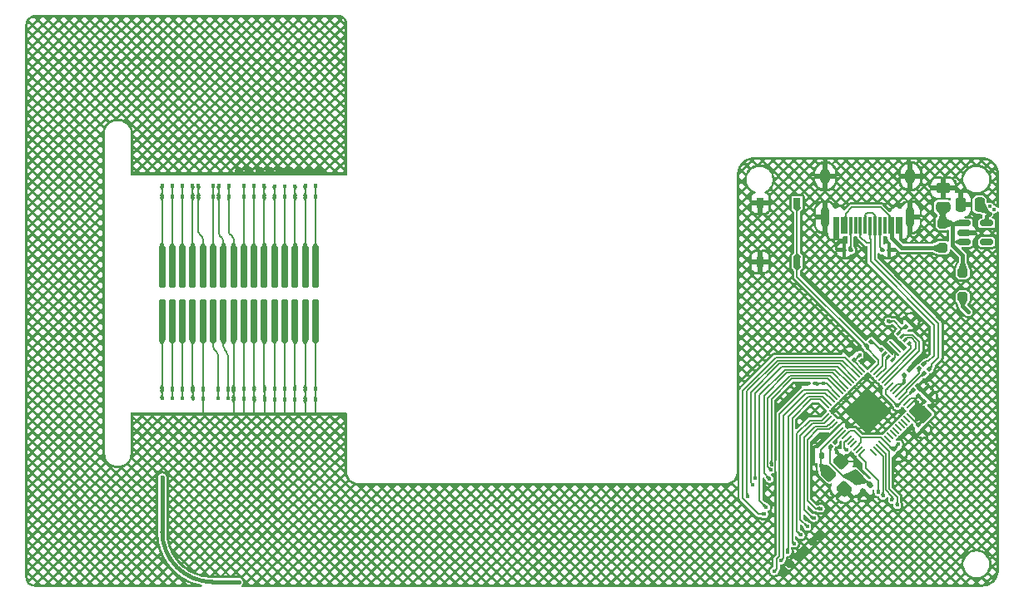
<source format=gtl>
G04 #@! TF.GenerationSoftware,KiCad,Pcbnew,9.0.3*
G04 #@! TF.CreationDate,2025-08-04T02:04:29-07:00*
G04 #@! TF.ProjectId,OneBoardFlex,4f6e6542-6f61-4726-9446-6c65782e6b69,rev?*
G04 #@! TF.SameCoordinates,Original*
G04 #@! TF.FileFunction,Copper,L1,Top*
G04 #@! TF.FilePolarity,Positive*
%FSLAX46Y46*%
G04 Gerber Fmt 4.6, Leading zero omitted, Abs format (unit mm)*
G04 Created by KiCad (PCBNEW 9.0.3) date 2025-08-04 02:04:29*
%MOMM*%
%LPD*%
G01*
G04 APERTURE LIST*
G04 Aperture macros list*
%AMRoundRect*
0 Rectangle with rounded corners*
0 $1 Rounding radius*
0 $2 $3 $4 $5 $6 $7 $8 $9 X,Y pos of 4 corners*
0 Add a 4 corners polygon primitive as box body*
4,1,4,$2,$3,$4,$5,$6,$7,$8,$9,$2,$3,0*
0 Add four circle primitives for the rounded corners*
1,1,$1+$1,$2,$3*
1,1,$1+$1,$4,$5*
1,1,$1+$1,$6,$7*
1,1,$1+$1,$8,$9*
0 Add four rect primitives between the rounded corners*
20,1,$1+$1,$2,$3,$4,$5,0*
20,1,$1+$1,$4,$5,$6,$7,0*
20,1,$1+$1,$6,$7,$8,$9,0*
20,1,$1+$1,$8,$9,$2,$3,0*%
%AMRotRect*
0 Rectangle, with rotation*
0 The origin of the aperture is its center*
0 $1 length*
0 $2 width*
0 $3 Rotation angle, in degrees counterclockwise*
0 Add horizontal line*
21,1,$1,$2,0,0,$3*%
G04 Aperture macros list end*
G04 #@! TA.AperFunction,SMDPad,CuDef*
%ADD10R,0.300000X1.750000*%
G04 #@! TD*
G04 #@! TA.AperFunction,ComponentPad*
%ADD11O,0.900000X2.100000*%
G04 #@! TD*
G04 #@! TA.AperFunction,ComponentPad*
%ADD12O,1.000000X1.600000*%
G04 #@! TD*
G04 #@! TA.AperFunction,SMDPad,CuDef*
%ADD13RoundRect,0.100000X-0.021213X-0.162635X0.162635X0.021213X0.021213X0.162635X-0.162635X-0.021213X0*%
G04 #@! TD*
G04 #@! TA.AperFunction,SMDPad,CuDef*
%ADD14RoundRect,0.100000X-0.162635X0.021213X0.021213X-0.162635X0.162635X-0.021213X-0.021213X0.162635X0*%
G04 #@! TD*
G04 #@! TA.AperFunction,SMDPad,CuDef*
%ADD15RoundRect,0.250000X-0.250000X0.250000X-0.250000X-0.250000X0.250000X-0.250000X0.250000X0.250000X0*%
G04 #@! TD*
G04 #@! TA.AperFunction,SMDPad,CuDef*
%ADD16RoundRect,0.100000X0.021213X0.162635X-0.162635X-0.021213X-0.021213X-0.162635X0.162635X0.021213X0*%
G04 #@! TD*
G04 #@! TA.AperFunction,SMDPad,CuDef*
%ADD17RoundRect,0.140000X0.140000X0.170000X-0.140000X0.170000X-0.140000X-0.170000X0.140000X-0.170000X0*%
G04 #@! TD*
G04 #@! TA.AperFunction,SMDPad,CuDef*
%ADD18RoundRect,0.100000X-0.130000X-0.100000X0.130000X-0.100000X0.130000X0.100000X-0.130000X0.100000X0*%
G04 #@! TD*
G04 #@! TA.AperFunction,SMDPad,CuDef*
%ADD19RoundRect,0.097500X-0.227500X-2.027500X0.227500X-2.027500X0.227500X2.027500X-0.227500X2.027500X0*%
G04 #@! TD*
G04 #@! TA.AperFunction,SMDPad,CuDef*
%ADD20RoundRect,0.250000X-0.475000X0.250000X-0.475000X-0.250000X0.475000X-0.250000X0.475000X0.250000X0*%
G04 #@! TD*
G04 #@! TA.AperFunction,SMDPad,CuDef*
%ADD21RoundRect,0.140000X-0.021213X0.219203X-0.219203X0.021213X0.021213X-0.219203X0.219203X-0.021213X0*%
G04 #@! TD*
G04 #@! TA.AperFunction,SMDPad,CuDef*
%ADD22RoundRect,0.250000X-0.565685X0.070711X0.070711X-0.565685X0.565685X-0.070711X-0.070711X0.565685X0*%
G04 #@! TD*
G04 #@! TA.AperFunction,SMDPad,CuDef*
%ADD23RoundRect,0.100000X0.130000X0.100000X-0.130000X0.100000X-0.130000X-0.100000X0.130000X-0.100000X0*%
G04 #@! TD*
G04 #@! TA.AperFunction,SMDPad,CuDef*
%ADD24RoundRect,0.100000X0.162635X-0.021213X-0.021213X0.162635X-0.162635X0.021213X0.021213X-0.162635X0*%
G04 #@! TD*
G04 #@! TA.AperFunction,SMDPad,CuDef*
%ADD25RoundRect,0.050000X-0.309359X0.238649X0.238649X-0.309359X0.309359X-0.238649X-0.238649X0.309359X0*%
G04 #@! TD*
G04 #@! TA.AperFunction,SMDPad,CuDef*
%ADD26RoundRect,0.050000X-0.309359X-0.238649X-0.238649X-0.309359X0.309359X0.238649X0.238649X0.309359X0*%
G04 #@! TD*
G04 #@! TA.AperFunction,HeatsinkPad*
%ADD27RotRect,3.200000X3.200000X315.000000*%
G04 #@! TD*
G04 #@! TA.AperFunction,SMDPad,CuDef*
%ADD28RoundRect,0.150000X-0.512500X-0.150000X0.512500X-0.150000X0.512500X0.150000X-0.512500X0.150000X0*%
G04 #@! TD*
G04 #@! TA.AperFunction,SMDPad,CuDef*
%ADD29RotRect,0.400000X0.300000X45.000000*%
G04 #@! TD*
G04 #@! TA.AperFunction,HeatsinkPad*
%ADD30RotRect,0.200000X1.600000X45.000000*%
G04 #@! TD*
G04 #@! TA.AperFunction,SMDPad,CuDef*
%ADD31R,0.750000X1.000000*%
G04 #@! TD*
G04 #@! TA.AperFunction,SMDPad,CuDef*
%ADD32RoundRect,0.250000X0.250000X0.475000X-0.250000X0.475000X-0.250000X-0.475000X0.250000X-0.475000X0*%
G04 #@! TD*
G04 #@! TA.AperFunction,ViaPad*
%ADD33C,0.400000*%
G04 #@! TD*
G04 #@! TA.AperFunction,Conductor*
%ADD34C,0.200000*%
G04 #@! TD*
G04 #@! TA.AperFunction,Conductor*
%ADD35C,0.400000*%
G04 #@! TD*
G04 #@! TA.AperFunction,Conductor*
%ADD36C,0.150000*%
G04 #@! TD*
G04 APERTURE END LIST*
D10*
X196057800Y-73523800D03*
X195257800Y-73523800D03*
X193957800Y-73523800D03*
X192957800Y-73523800D03*
X192457800Y-73523800D03*
X191457800Y-73523800D03*
X190157800Y-73523800D03*
X189357800Y-73523800D03*
X189657800Y-73523800D03*
X190457800Y-73523800D03*
X190957800Y-73523800D03*
X191957800Y-73523800D03*
X193457800Y-73523800D03*
X194457800Y-73523800D03*
X194957800Y-73523800D03*
X195757800Y-73523800D03*
D11*
X197027800Y-72683800D03*
D12*
X197027800Y-68503800D03*
D11*
X188387800Y-72683800D03*
D12*
X188387800Y-68503800D03*
D13*
X196600652Y-83789948D03*
X197053200Y-83337400D03*
D14*
X195353726Y-96268326D03*
X195806274Y-96720874D03*
D13*
X196445926Y-88719874D03*
X196898474Y-88267326D03*
D15*
X202361800Y-78302801D03*
X202361800Y-80802799D03*
D16*
X189380074Y-95582526D03*
X188927526Y-96035074D03*
D17*
X188059000Y-96926400D03*
X187099000Y-96926400D03*
D18*
X186674800Y-89611200D03*
X187314800Y-89611200D03*
D19*
X120940000Y-77730000D03*
X120940000Y-83180000D03*
X121980000Y-77730000D03*
X121980000Y-83180000D03*
X123020000Y-77730000D03*
X123020000Y-83180000D03*
X124060000Y-77730000D03*
X124060000Y-83180000D03*
X125100000Y-77730000D03*
X125100000Y-83180000D03*
X126140000Y-77730000D03*
X126140000Y-83180000D03*
X127180000Y-77730000D03*
X127180000Y-83180000D03*
X128220000Y-77730000D03*
X128220000Y-83180000D03*
X129260000Y-77730000D03*
X129260000Y-83180000D03*
X130300000Y-77730000D03*
X130300000Y-83180000D03*
X131340000Y-77730000D03*
X131340000Y-83180000D03*
X132380000Y-77730000D03*
X132380000Y-83180000D03*
X133420000Y-77730000D03*
X133420000Y-83180000D03*
X134460000Y-77730000D03*
X134460000Y-83180000D03*
X135500000Y-77730000D03*
X135500000Y-83180000D03*
X136540000Y-77730000D03*
X136540000Y-83180000D03*
D20*
X200355200Y-69712801D03*
X200355200Y-71612799D03*
D21*
X192973011Y-99939789D03*
X192294189Y-100618611D03*
D22*
X188740142Y-98781623D03*
X190295777Y-100337258D03*
X191497858Y-99135177D03*
X189942223Y-97579542D03*
D23*
X190954000Y-76022200D03*
X190314000Y-76022200D03*
D13*
X192585126Y-85773474D03*
X193037674Y-85320926D03*
D24*
X198270074Y-94282474D03*
X197817526Y-93829926D03*
D16*
X198320874Y-90400926D03*
X197868326Y-90853474D03*
X198879674Y-90959726D03*
X198427126Y-91412274D03*
D15*
X200329800Y-73299001D03*
X200329800Y-75798999D03*
D25*
X192115598Y-88104643D03*
X191832755Y-88387486D03*
X191549913Y-88670328D03*
X191267070Y-88953171D03*
X190984227Y-89236014D03*
X190701385Y-89518856D03*
X190418542Y-89801699D03*
X190135699Y-90084542D03*
X189852856Y-90367385D03*
X189570014Y-90650227D03*
X189287171Y-90933070D03*
X189004328Y-91215913D03*
X188721486Y-91498755D03*
X188438643Y-91781598D03*
D26*
X188438643Y-92966002D03*
X188721486Y-93248845D03*
X189004328Y-93531687D03*
X189287171Y-93814530D03*
X189570014Y-94097373D03*
X189852856Y-94380215D03*
X190135699Y-94663058D03*
X190418542Y-94945901D03*
X190701385Y-95228744D03*
X190984227Y-95511586D03*
X191267070Y-95794429D03*
X191549913Y-96077272D03*
X191832755Y-96360114D03*
X192115598Y-96642957D03*
D25*
X193300002Y-96642957D03*
X193582845Y-96360114D03*
X193865687Y-96077272D03*
X194148530Y-95794429D03*
X194431373Y-95511586D03*
X194714215Y-95228744D03*
X194997058Y-94945901D03*
X195279901Y-94663058D03*
X195562744Y-94380215D03*
X195845586Y-94097373D03*
X196128429Y-93814530D03*
X196411272Y-93531687D03*
X196694114Y-93248845D03*
X196976957Y-92966002D03*
D26*
X196976957Y-91781598D03*
X196694114Y-91498755D03*
X196411272Y-91215913D03*
X196128429Y-90933070D03*
X195845586Y-90650227D03*
X195562744Y-90367385D03*
X195279901Y-90084542D03*
X194997058Y-89801699D03*
X194714215Y-89518856D03*
X194431373Y-89236014D03*
X194148530Y-88953171D03*
X193865687Y-88670328D03*
X193582845Y-88387486D03*
X193300002Y-88104643D03*
D27*
X192707800Y-92373800D03*
D16*
X198930474Y-88140326D03*
X198477926Y-88592874D03*
D28*
X202519700Y-73280101D03*
X202519700Y-74230100D03*
X202519700Y-75180099D03*
X204794700Y-75180099D03*
X204794700Y-73280101D03*
D29*
X194123861Y-86170198D03*
X194477414Y-86523751D03*
X194830968Y-86877305D03*
X195184521Y-87230858D03*
X196881577Y-85533802D03*
X196528024Y-85180249D03*
X196174470Y-84826695D03*
X195820917Y-84473142D03*
D30*
X195502719Y-85852000D03*
D16*
X198397074Y-87606926D03*
X197944526Y-88059474D03*
D31*
X181767000Y-77211500D03*
X181767000Y-71211500D03*
X185517000Y-77211500D03*
X185517000Y-71211500D03*
D16*
X197762074Y-89842126D03*
X197309526Y-90294674D03*
D18*
X194244000Y-76022200D03*
X194884000Y-76022200D03*
D32*
X204073799Y-71374000D03*
X202173801Y-71374000D03*
D14*
X190857926Y-86717926D03*
X191310474Y-87170474D03*
D33*
X185902600Y-105029000D03*
X132380000Y-70580000D03*
X132380000Y-69480000D03*
X190525400Y-96393000D03*
X195732400Y-91871800D03*
X136540000Y-69460000D03*
X136540000Y-70580000D03*
X183183153Y-108712000D03*
X133420000Y-70580000D03*
X185216800Y-105892600D03*
X133420000Y-69500000D03*
X131340000Y-69460000D03*
X186563000Y-104165400D03*
X131340000Y-70580000D03*
X135500000Y-69430000D03*
X183881660Y-107619800D03*
X135500000Y-70580000D03*
X184556400Y-106756200D03*
X134460000Y-70580000D03*
X134460000Y-69480000D03*
X120960000Y-99620000D03*
X128740937Y-109809970D03*
X120950000Y-90180000D03*
X120950000Y-91130000D03*
X121980000Y-91130000D03*
X127254000Y-109809970D03*
X123020000Y-91130000D03*
X123020000Y-90180000D03*
X120960000Y-100520000D03*
X120960000Y-100070000D03*
X202946000Y-82321400D03*
X124070000Y-90170000D03*
X128270000Y-109809970D03*
X127762000Y-109809970D03*
X120960000Y-99160000D03*
X121980000Y-90180000D03*
X124070000Y-91140000D03*
X130300000Y-69440000D03*
X187248800Y-103301800D03*
X130300000Y-70580000D03*
X129260000Y-69440000D03*
X129260000Y-70580000D03*
X187934600Y-102336600D03*
X189534800Y-96570800D03*
X135500000Y-91230000D03*
X131880000Y-67950000D03*
X136000000Y-67960000D03*
X128210000Y-90170000D03*
X136540000Y-90140000D03*
X129790000Y-67950000D03*
X133960000Y-67950000D03*
X188493400Y-94843600D03*
X130310000Y-90150000D03*
X132390000Y-91200000D03*
X186258200Y-106527600D03*
X129270000Y-90160000D03*
X185572400Y-107213400D03*
X135500000Y-90140000D03*
X187096400Y-105689400D03*
X185724800Y-89611200D03*
X125110000Y-90170000D03*
X130840177Y-67950000D03*
X132390000Y-90140000D03*
X184810400Y-107950000D03*
X136540000Y-91200000D03*
X128220000Y-91140000D03*
X131370000Y-90140000D03*
X133430000Y-91210000D03*
X184035700Y-108699300D03*
X134440000Y-90130000D03*
X134960000Y-67960000D03*
X187807600Y-104978200D03*
X186169300Y-92875100D03*
X128730000Y-67970000D03*
X130310000Y-91160000D03*
X134440000Y-91210000D03*
X137040000Y-67960000D03*
X133430000Y-90130000D03*
X131370000Y-91190000D03*
X125110000Y-91140000D03*
X129270000Y-91150000D03*
X132890000Y-67950000D03*
X182727600Y-99314000D03*
X127651012Y-91140000D03*
X182911800Y-97866200D03*
X127651012Y-90170000D03*
X121980000Y-70580000D03*
X121980000Y-69440000D03*
X120930000Y-69440000D03*
X120940000Y-70580000D03*
X126689000Y-69440000D03*
X195173600Y-101473000D03*
X126689000Y-70580000D03*
X195707000Y-101981000D03*
X182854600Y-98374200D03*
X193776600Y-100660200D03*
X124060000Y-70580000D03*
X124060000Y-69440000D03*
X126140000Y-70580000D03*
X194259200Y-101041200D03*
X126140000Y-69440000D03*
X123020000Y-69440000D03*
X123020000Y-70580000D03*
X180517800Y-101117400D03*
X124649000Y-69440000D03*
X124649000Y-70580000D03*
X182173482Y-102889500D03*
X181247319Y-99256119D03*
X181000400Y-99879200D03*
X126650477Y-91140000D03*
X126650477Y-90170000D03*
X127729000Y-69440000D03*
X182375443Y-102213043D03*
X127729000Y-70580000D03*
X196410293Y-89382600D03*
X198348600Y-92862400D03*
X194792600Y-83261200D03*
X205105000Y-71577200D03*
X188214000Y-89611200D03*
X205105000Y-72288400D03*
X204673200Y-71932800D03*
X198551800Y-92430600D03*
X195808600Y-95783400D03*
X205511400Y-71882000D03*
X198882000Y-92786200D03*
X191897000Y-86690200D03*
D34*
X188034245Y-93370400D02*
X186817000Y-93370400D01*
X132380000Y-70550000D02*
X132380000Y-69480000D01*
X185496200Y-94691200D02*
X185496200Y-104622600D01*
X185496200Y-104622600D02*
X185902600Y-105029000D01*
X188438643Y-92966002D02*
X188034245Y-93370400D01*
X186817000Y-93370400D02*
X185496200Y-94691200D01*
X132380000Y-77730000D02*
X132380000Y-70550000D01*
D35*
X202500800Y-73299001D02*
X202519700Y-73280101D01*
X202361800Y-78302801D02*
X202361800Y-76530200D01*
X200329800Y-73299001D02*
X201345800Y-73299001D01*
D36*
X201349701Y-75180099D02*
X201345800Y-75184000D01*
D35*
X202361800Y-76530200D02*
X201345800Y-75514200D01*
X200355200Y-71612799D02*
X200355200Y-73273601D01*
X201345800Y-75514200D02*
X201345800Y-75184000D01*
D36*
X202519700Y-75180099D02*
X201349701Y-75180099D01*
D35*
X201345800Y-75184000D02*
X201345800Y-73299001D01*
X200355200Y-73273601D02*
X200329800Y-73299001D01*
X201345800Y-73299001D02*
X202500800Y-73299001D01*
D36*
X195755385Y-91871800D02*
X196411272Y-91215913D01*
X195732400Y-91871800D02*
X194513200Y-90652600D01*
D34*
X197309526Y-90317659D02*
X196411272Y-91215913D01*
X197309526Y-90294674D02*
X197309526Y-90317659D01*
D36*
X195732400Y-91871800D02*
X195755385Y-91871800D01*
X194513200Y-90652600D02*
X194513200Y-90285557D01*
X190525400Y-96393000D02*
X190322200Y-96189800D01*
X190322200Y-95607929D02*
X190701385Y-95228744D01*
X190322200Y-96189800D02*
X190322200Y-95607929D01*
X194513200Y-90285557D02*
X194997058Y-89801699D01*
D34*
X187909200Y-96323871D02*
X189852856Y-94380215D01*
X187909200Y-97950681D02*
X187909200Y-96323871D01*
X188740142Y-98781623D02*
X187909200Y-97950681D01*
X188625701Y-90271600D02*
X186156600Y-90271600D01*
X189287171Y-90933070D02*
X188625701Y-90271600D01*
X183718200Y-92710000D02*
X183718200Y-107180805D01*
X183718200Y-107180805D02*
X183455660Y-107443345D01*
X136540000Y-77730000D02*
X136540000Y-70440000D01*
X183455660Y-108439493D02*
X183183153Y-108712000D01*
X186156600Y-90271600D02*
X183718200Y-92710000D01*
X183455660Y-107443345D02*
X183455660Y-108439493D01*
X136540000Y-70440000D02*
X136540000Y-69460000D01*
X187868445Y-91211400D02*
X186944000Y-91211400D01*
X133420000Y-70520000D02*
X133420000Y-69500000D01*
X185039000Y-93116400D02*
X185039000Y-105714800D01*
X188438643Y-91781598D02*
X187868445Y-91211400D01*
X133420000Y-77730000D02*
X133420000Y-70520000D01*
X185039000Y-105714800D02*
X185216800Y-105892600D01*
X186944000Y-91211400D02*
X185039000Y-93116400D01*
X131340000Y-77730000D02*
X131340000Y-70540000D01*
X131340000Y-70540000D02*
X131340000Y-69460000D01*
X188298931Y-93671400D02*
X187125600Y-93671400D01*
X185851800Y-103454200D02*
X186563000Y-104165400D01*
X185851800Y-94945200D02*
X185851800Y-103454200D01*
X188721486Y-93248845D02*
X188298931Y-93671400D01*
X187125600Y-93671400D02*
X185851800Y-94945200D01*
X186385200Y-90601800D02*
X188390215Y-90601800D01*
X188390215Y-90601800D02*
X189004328Y-91215913D01*
X183881660Y-107619800D02*
X184124600Y-107376860D01*
X184124600Y-107376860D02*
X184124600Y-92862400D01*
X184124600Y-92862400D02*
X186385200Y-90601800D01*
X135500000Y-77730000D02*
X135500000Y-70520000D01*
X135500000Y-70520000D02*
X135500000Y-69430000D01*
X188721486Y-91498755D02*
X188129331Y-90906600D01*
X184607200Y-106705400D02*
X184556400Y-106756200D01*
X134460000Y-77730000D02*
X134460000Y-70460000D01*
X188129331Y-90906600D02*
X186664600Y-90906600D01*
X186664600Y-90906600D02*
X184607200Y-92964000D01*
X184607200Y-92964000D02*
X184607200Y-106705400D01*
X134460000Y-70460000D02*
X134460000Y-70590000D01*
X134460000Y-70460000D02*
X134460000Y-69480000D01*
X190457800Y-72305200D02*
X191109600Y-71653400D01*
D35*
X195104481Y-74733881D02*
X196169599Y-75798999D01*
X195104481Y-73670481D02*
X195104481Y-74733881D01*
X196169599Y-75798999D02*
X200329800Y-75798999D01*
X195082532Y-73648532D02*
X195104481Y-73670481D01*
D34*
X190457800Y-73523800D02*
X190457800Y-72305200D01*
X194957800Y-72596800D02*
X194957800Y-73523800D01*
X191109600Y-71653400D02*
X194014400Y-71653400D01*
X194014400Y-71653400D02*
X194957800Y-72596800D01*
X199894400Y-86961198D02*
X199894400Y-83447402D01*
X199211119Y-87859681D02*
X199211119Y-87644479D01*
X192659000Y-72212200D02*
X193192400Y-72212200D01*
X193432800Y-74861301D02*
X193457800Y-74836301D01*
X192457800Y-73523800D02*
X192457800Y-72413400D01*
X193192400Y-72212200D02*
X193457800Y-72477600D01*
X198930474Y-88140326D02*
X199211119Y-87859681D01*
X199211119Y-87644479D02*
X199894400Y-86961198D01*
X193432800Y-76985802D02*
X193432800Y-74861301D01*
X193457800Y-74836301D02*
X193457800Y-73523800D01*
X193457800Y-72477600D02*
X193457800Y-73523800D01*
X192457800Y-72413400D02*
X192659000Y-72212200D01*
X199894400Y-83447402D02*
X193432800Y-76985802D01*
X121980000Y-89330000D02*
X121980000Y-90660000D01*
D35*
X120960000Y-100070000D02*
X120960000Y-100520000D01*
D34*
X120940000Y-90190000D02*
X120950000Y-90180000D01*
D35*
X202361800Y-81737200D02*
X202946000Y-82321400D01*
D34*
X120940000Y-89550000D02*
X120940000Y-90730000D01*
X120940000Y-91120000D02*
X120950000Y-91130000D01*
X120940000Y-90730000D02*
X120940000Y-91120000D01*
X121980000Y-91130000D02*
X121980000Y-90660000D01*
X120940000Y-89550000D02*
X120940000Y-90170000D01*
X121980000Y-83180000D02*
X121980000Y-89330000D01*
X124070000Y-90170000D02*
X124070000Y-91090000D01*
X124060000Y-83180000D02*
X124060000Y-90130000D01*
D35*
X128270000Y-109809970D02*
X127762000Y-109809970D01*
D34*
X121980000Y-90180000D02*
X121980000Y-89330000D01*
D35*
X126087576Y-109809970D02*
X127254000Y-109809970D01*
X202361800Y-80802799D02*
X202361800Y-81737200D01*
X120960000Y-99160000D02*
X120960000Y-99620000D01*
X128740937Y-109809970D02*
X128270000Y-109809970D01*
D34*
X124070000Y-91241573D02*
X124070000Y-91140000D01*
X123020000Y-90180000D02*
X123020000Y-91130000D01*
X121980000Y-90660000D02*
X121980000Y-90180000D01*
X120940000Y-90170000D02*
X120950000Y-90180000D01*
X120940000Y-83180000D02*
X120940000Y-89550000D01*
X120940000Y-90730000D02*
X120940000Y-90190000D01*
X124070000Y-91090000D02*
X124080000Y-91100000D01*
D35*
X120960000Y-100520000D02*
X120960000Y-104695067D01*
D34*
X123020000Y-90180000D02*
X123020000Y-83180000D01*
D35*
X120960000Y-99620000D02*
X120960000Y-100070000D01*
X127762000Y-109809970D02*
X127254000Y-109809970D01*
D34*
X124060000Y-90130000D02*
X124070000Y-90140000D01*
D35*
X122455525Y-108305525D02*
G75*
G03*
X126087576Y-109809994I3632075J3632025D01*
G01*
X122455525Y-108305525D02*
G75*
G02*
X120960023Y-104695067I3610375J3610425D01*
G01*
D34*
X190954000Y-73527600D02*
X190957800Y-73523800D01*
X190954000Y-76022200D02*
X190954000Y-73527600D01*
X187383400Y-93972400D02*
X188563615Y-93972400D01*
X130300000Y-70540000D02*
X130300000Y-69440000D01*
X130300000Y-77730000D02*
X130300000Y-70540000D01*
X187071000Y-103301800D02*
X186258200Y-102489000D01*
X186258200Y-102489000D02*
X186258200Y-95097600D01*
X187248800Y-103301800D02*
X187071000Y-103301800D01*
X186258200Y-95097600D02*
X187383400Y-93972400D01*
X188563615Y-93972400D02*
X189004328Y-93531687D01*
X193957800Y-75736000D02*
X193957800Y-73523800D01*
X194244000Y-76022200D02*
X193957800Y-75736000D01*
X192982800Y-77172198D02*
X192982800Y-75285600D01*
X192982800Y-74861301D02*
X192957800Y-74836301D01*
X192957800Y-74836301D02*
X192957800Y-73523800D01*
X198892921Y-87326281D02*
X199444400Y-86774802D01*
X192557400Y-75285600D02*
X192982800Y-75285600D01*
X192982800Y-75285600D02*
X192982800Y-74861301D01*
X199444400Y-83633798D02*
X192982800Y-77172198D01*
X199444400Y-86774802D02*
X199444400Y-83633798D01*
X198677719Y-87326281D02*
X198892921Y-87326281D01*
X191957800Y-74686000D02*
X192557400Y-75285600D01*
X191957800Y-73523800D02*
X191957800Y-74686000D01*
X198397074Y-87606926D02*
X198677719Y-87326281D01*
X129260000Y-77730000D02*
X129260000Y-70580000D01*
X189287171Y-93814530D02*
X188828301Y-94273400D01*
X186575114Y-101510514D02*
X187401200Y-102336600D01*
X187401200Y-102336600D02*
X187934600Y-102336600D01*
X188828301Y-94273400D02*
X187641200Y-94273400D01*
X129260000Y-70580000D02*
X129260000Y-69440000D01*
X187641200Y-94273400D02*
X186575114Y-95339486D01*
X186575114Y-95339486D02*
X186575114Y-101510514D01*
X129260000Y-89560000D02*
X129260000Y-90630000D01*
X135500000Y-90740000D02*
X135500000Y-91220000D01*
X195478400Y-86936979D02*
X195478400Y-86563200D01*
X125110000Y-91140000D02*
X125110000Y-92700000D01*
X137040000Y-67940000D02*
X137030000Y-67950000D01*
X128220000Y-90810000D02*
X128220000Y-90180000D01*
X132380000Y-89440000D02*
X132380000Y-90820000D01*
X130300000Y-89460000D02*
X130300000Y-90140000D01*
X129270000Y-90620000D02*
X129260000Y-90630000D01*
X130300000Y-83180000D02*
X130300000Y-89460000D01*
X137030000Y-67950000D02*
X137030000Y-68010000D01*
X189942223Y-97579542D02*
X191356342Y-97579542D01*
X129270000Y-89730000D02*
X129260000Y-89720000D01*
X133430000Y-91210000D02*
X133430000Y-92660000D01*
X132380000Y-83180000D02*
X132380000Y-89440000D01*
X130300000Y-90800000D02*
X130300000Y-90160000D01*
X128220000Y-90570000D02*
X128220000Y-90194142D01*
X185724800Y-89611200D02*
X185140600Y-89611200D01*
X134460000Y-90120000D02*
X134450000Y-90130000D01*
X129260000Y-90150000D02*
X129270000Y-90160000D01*
X130845031Y-67910000D02*
X130890000Y-67910000D01*
X188823787Y-94843600D02*
X188493400Y-94843600D01*
X196898474Y-88267326D02*
X196898474Y-87937126D01*
X189942223Y-97579542D02*
X189942223Y-96978223D01*
X129270000Y-90160000D02*
X129270000Y-90620000D01*
X130300000Y-90140000D02*
X130310000Y-90150000D01*
X128220000Y-83180000D02*
X128220000Y-89390000D01*
X134440000Y-91210000D02*
X134440000Y-92680000D01*
X131900000Y-67850000D02*
X131880000Y-67850000D01*
X129260000Y-83180000D02*
X129260000Y-89560000D01*
X128220000Y-91140000D02*
X128220000Y-92650000D01*
X137040000Y-67960000D02*
X137030000Y-67950000D01*
X132380000Y-89440000D02*
X132380000Y-90140000D01*
X128220000Y-90570000D02*
X128220000Y-90810000D01*
X183311800Y-100457000D02*
X183134000Y-100634800D01*
X125100000Y-90160000D02*
X125110000Y-90170000D01*
X134460000Y-83180000D02*
X134460000Y-90120000D01*
X191356342Y-97579542D02*
X191516000Y-97739200D01*
X189570014Y-94097373D02*
X188823787Y-94843600D01*
X125110000Y-90170000D02*
X125110000Y-91140000D01*
X189534800Y-96570800D02*
X189534800Y-96164400D01*
X135500000Y-91220000D02*
X135510000Y-91230000D01*
D36*
X179466232Y-98817672D02*
X179527200Y-98756704D01*
X179527200Y-98756704D02*
X179527200Y-98577400D01*
D34*
X135500000Y-90140000D02*
X135500000Y-90740000D01*
X187579000Y-95758000D02*
X188493400Y-94843600D01*
X189942223Y-96978223D02*
X189534800Y-96570800D01*
X194411600Y-85496400D02*
X194411600Y-85394800D01*
X136540000Y-89510000D02*
X136540000Y-90140000D01*
X128220000Y-90180000D02*
X128210000Y-90170000D01*
X128220000Y-89390000D02*
X128220000Y-90570000D01*
X133420000Y-90120000D02*
X133430000Y-90130000D01*
X196898474Y-87937126D02*
X197307200Y-87528400D01*
X133420000Y-90660000D02*
X133420000Y-90154142D01*
X129260000Y-89720000D02*
X129260000Y-90150000D01*
X195184521Y-87230858D02*
X195478400Y-86936979D01*
X132380000Y-90820000D02*
X132380000Y-91175858D01*
X136540000Y-90140000D02*
X136540000Y-89740000D01*
X131340000Y-90130000D02*
X131350000Y-90140000D01*
X135500000Y-90740000D02*
X135500000Y-91230000D01*
X134450000Y-90130000D02*
X134450000Y-90740000D01*
X132390000Y-91200000D02*
X132390000Y-92650000D01*
X136540000Y-91200000D02*
X136540000Y-92630000D01*
X130300000Y-91135858D02*
X130300000Y-90800000D01*
X133420000Y-90900000D02*
X133420000Y-90660000D01*
X129260000Y-89560000D02*
X129260000Y-89720000D01*
X136540000Y-89510000D02*
X136540000Y-89740000D01*
X131340000Y-83180000D02*
X131340000Y-90130000D01*
X195478400Y-86563200D02*
X194411600Y-85496400D01*
X135500000Y-83180000D02*
X135500000Y-90140000D01*
X133420000Y-89570000D02*
X133420000Y-90120000D01*
X129270000Y-91150000D02*
X129260000Y-91140000D01*
X133420000Y-83180000D02*
X133420000Y-89570000D01*
X183311800Y-91440000D02*
X183311800Y-100457000D01*
D36*
X179451000Y-99009200D02*
X179451000Y-98854446D01*
D34*
X129260000Y-91140000D02*
X129260000Y-90630000D01*
X131350000Y-90140000D02*
X131350000Y-91141716D01*
X128220000Y-90810000D02*
X128220000Y-91140000D01*
X135980000Y-67960000D02*
X136000000Y-67960000D01*
X189534800Y-96164400D02*
X189572900Y-96126300D01*
X185140600Y-89611200D02*
X183311800Y-91440000D01*
X136540000Y-83180000D02*
X136540000Y-89510000D01*
D36*
X179451000Y-98854446D02*
X179466232Y-98817672D01*
D34*
X130310000Y-91160000D02*
X130310000Y-92660000D01*
X132380000Y-90820000D02*
X132380000Y-90140000D01*
X133420000Y-89570000D02*
X133420000Y-90900000D01*
X135500000Y-91230000D02*
X135500000Y-92670000D01*
X130300000Y-89460000D02*
X130300000Y-90800000D01*
X129270000Y-91150000D02*
X129270000Y-89730000D01*
X133970000Y-67950000D02*
X133960000Y-67950000D01*
X136540000Y-91200000D02*
X136540000Y-90140000D01*
X134960000Y-67890000D02*
X134960000Y-67925858D01*
X133420000Y-90900000D02*
X133420000Y-91185858D01*
X130840177Y-67888634D02*
X130840177Y-67905146D01*
X130300000Y-90160000D02*
X130310000Y-90150000D01*
X125100000Y-83180000D02*
X125100000Y-90160000D01*
X131950000Y-67900000D02*
X131900000Y-67850000D01*
X136540000Y-89740000D02*
X136540000Y-91200000D01*
X129270000Y-91150000D02*
X129270000Y-92640000D01*
X130840177Y-67905146D02*
X130845031Y-67910000D01*
X186674800Y-89611200D02*
X185724800Y-89611200D01*
X134450000Y-90740000D02*
X134450000Y-91185858D01*
X128220000Y-89390000D02*
X128220000Y-90145858D01*
X133420000Y-90660000D02*
X133420000Y-91185858D01*
X132910000Y-67940000D02*
X132890000Y-67920000D01*
X131370000Y-91190000D02*
X131370000Y-92650000D01*
X133420000Y-90154142D02*
G75*
G02*
X133429988Y-90129988I34100J42D01*
G01*
X133420000Y-91185858D02*
G75*
G03*
X133429988Y-91210012I34100J-42D01*
G01*
X128220000Y-90145858D02*
G75*
G02*
X128210012Y-90170012I-34100J-42D01*
G01*
X131350000Y-91141716D02*
G75*
G03*
X131370005Y-91189995I68300J16D01*
G01*
X130310000Y-91160000D02*
G75*
G02*
X130300017Y-91135858I24100J24100D01*
G01*
X132380000Y-91175858D02*
G75*
G03*
X132389988Y-91200012I34100J-42D01*
G01*
X134960000Y-67925858D02*
G75*
G02*
X134950012Y-67950012I-34100J-42D01*
G01*
X134450000Y-91185858D02*
G75*
G02*
X134440012Y-91210012I-34100J-42D01*
G01*
X128220000Y-90194142D02*
G75*
G03*
X128210012Y-90169988I-34100J42D01*
G01*
X182727600Y-99314000D02*
X182143400Y-98729800D01*
X184511722Y-88493600D02*
X189110443Y-88493600D01*
X182143400Y-98729800D02*
X182143400Y-90861922D01*
X182143400Y-90861922D02*
X184511722Y-88493600D01*
X189110443Y-88493600D02*
X190418542Y-89801699D01*
X182911800Y-91179600D02*
X184988200Y-89103200D01*
X184988200Y-89103200D02*
X188588671Y-89103200D01*
X127651012Y-90678000D02*
X127651012Y-89916000D01*
X127651012Y-91140000D02*
X127651012Y-90678000D01*
X127343393Y-86195393D02*
X127438941Y-86290940D01*
X127180000Y-83180000D02*
X127180000Y-85800885D01*
X188588671Y-89103200D02*
X189852856Y-90367385D01*
X127651012Y-86802925D02*
X127651012Y-89916000D01*
X182911800Y-97866200D02*
X182911800Y-91179600D01*
X127651012Y-89916000D02*
X127651012Y-90170000D01*
X127651012Y-90678000D02*
X127651012Y-90170000D01*
X127438941Y-86290940D02*
G75*
G02*
X127650978Y-86802925I-512041J-511960D01*
G01*
X127661012Y-91081078D02*
G75*
G03*
X127671812Y-91107220I36988J-22D01*
G01*
X127180000Y-85800885D02*
G75*
G03*
X127343377Y-86195409I558000J-15D01*
G01*
X121980000Y-70580000D02*
X121980000Y-69440000D01*
X121980000Y-77730000D02*
X121980000Y-70620000D01*
X120940000Y-70580000D02*
X120940000Y-69450000D01*
X120940000Y-69450000D02*
X120930000Y-69440000D01*
X120940000Y-70580000D02*
X120940000Y-77730000D01*
X126689000Y-70580000D02*
X126689000Y-70010000D01*
X126689000Y-69440000D02*
X126689000Y-69760000D01*
X194567800Y-99978200D02*
X194564000Y-99974400D01*
X194564000Y-96775585D02*
X193865687Y-96077272D01*
X126689000Y-69440000D02*
X126689000Y-70010000D01*
X127180000Y-77730000D02*
X127180000Y-75137107D01*
X127033553Y-74783553D02*
X126835446Y-74585446D01*
X126689000Y-70010000D02*
X126689000Y-69760000D01*
X195173600Y-101473000D02*
X195173600Y-101060478D01*
X126689000Y-71190000D02*
X126689000Y-70010000D01*
X126689000Y-70580000D02*
X126689000Y-71190000D01*
X194567800Y-100454678D02*
X194567800Y-99978200D01*
X194564000Y-99974400D02*
X194564000Y-96775585D01*
X126689000Y-74231893D02*
X126689000Y-71190000D01*
X195173600Y-101060478D02*
X194567800Y-100454678D01*
X126835446Y-74585446D02*
G75*
G02*
X126689005Y-74231893I353554J353546D01*
G01*
X127180000Y-75137107D02*
G75*
G03*
X127033556Y-74783550I-500000J7D01*
G01*
X194868800Y-96514699D02*
X194148530Y-95794429D01*
X195707000Y-101168200D02*
X194868800Y-100330000D01*
X194868800Y-100330000D02*
X194868800Y-96514699D01*
X195707000Y-101981000D02*
X195707000Y-101168200D01*
X188849557Y-88798400D02*
X190135699Y-90084542D01*
X182499000Y-91084400D02*
X184785000Y-88798400D01*
X182499000Y-98018600D02*
X182499000Y-91084400D01*
X182854600Y-98374200D02*
X182499000Y-98018600D01*
X184785000Y-88798400D02*
X188849557Y-88798400D01*
X192506600Y-97637600D02*
X191846384Y-96977384D01*
X124060000Y-69440000D02*
X124060000Y-70580000D01*
X124060000Y-77730000D02*
X124060000Y-70570000D01*
X191846384Y-96912171D02*
X192115598Y-96642957D01*
X192506600Y-98247200D02*
X192506600Y-97637600D01*
X193776600Y-99517200D02*
X192506600Y-98247200D01*
X193776600Y-100660200D02*
X193776600Y-99517200D01*
X191846384Y-96977384D02*
X191846384Y-96912171D01*
X126140000Y-70580000D02*
X126140000Y-69440000D01*
X194259200Y-101041200D02*
X194259200Y-97036469D01*
X126140000Y-77730000D02*
X126140000Y-70580000D01*
X194259200Y-97036469D02*
X193582845Y-96360114D01*
X123020000Y-77730000D02*
X123020000Y-70610000D01*
X123020000Y-70580000D02*
X123020000Y-69440000D01*
X183515000Y-87274400D02*
X190153985Y-87274400D01*
X190153985Y-87274400D02*
X191549913Y-88670328D01*
X125100000Y-77730000D02*
X125100000Y-74947107D01*
X124649000Y-74133738D02*
X124649000Y-70580000D01*
X180441600Y-101041200D02*
X180441600Y-90347800D01*
X124649000Y-70580000D02*
X124649000Y-70120000D01*
X180517800Y-101117400D02*
X180441600Y-101041200D01*
X125018649Y-74688649D02*
X124780000Y-74450000D01*
X125100000Y-74947107D02*
X125098520Y-74881475D01*
X124649000Y-70120000D02*
X124649000Y-69440000D01*
X180441600Y-90347800D02*
X183515000Y-87274400D01*
X124649000Y-71240000D02*
X124649000Y-70120000D01*
X125098520Y-74881475D02*
G75*
G03*
X125018641Y-74688657I-272720J-25D01*
G01*
X124780000Y-74450000D02*
G75*
G02*
X124648984Y-74133738I316300J316300D01*
G01*
X181629500Y-102889500D02*
X179984400Y-101244400D01*
X179984400Y-90322400D02*
X183337200Y-86969600D01*
X179984400Y-101244400D02*
X179984400Y-90322400D01*
X183337200Y-86969600D02*
X190414869Y-86969600D01*
X190414869Y-86969600D02*
X191832755Y-88387486D01*
X182173482Y-102889500D02*
X181629500Y-102889500D01*
X181247319Y-99256119D02*
X181254400Y-99249038D01*
X181254400Y-90576400D02*
X183946800Y-87884000D01*
X183946800Y-87884000D02*
X189632213Y-87884000D01*
X189632213Y-87884000D02*
X190984227Y-89236014D01*
X181254400Y-99249038D02*
X181254400Y-90576400D01*
X189893099Y-87579200D02*
X191267070Y-88953171D01*
X126238000Y-86106000D02*
X126492000Y-86360000D01*
X126650477Y-91078745D02*
X126653209Y-91085341D01*
X126650477Y-90170000D02*
X126650477Y-91078745D01*
X126650477Y-86742597D02*
X126650477Y-90131746D01*
X180822600Y-90474800D02*
X183718200Y-87579200D01*
X183718200Y-87579200D02*
X189893099Y-87579200D01*
X126140000Y-83180000D02*
X126140000Y-85869407D01*
X181000400Y-99879200D02*
X180917800Y-99796600D01*
X180822600Y-99687984D02*
X180822600Y-90474800D01*
X126140000Y-85869407D02*
G75*
G03*
X126238002Y-86105998I334600J7D01*
G01*
X126492000Y-86360000D02*
G75*
G02*
X126650478Y-86742597I-382600J-382600D01*
G01*
X128218520Y-74921475D02*
X128184548Y-74794684D01*
X127729000Y-70580000D02*
X127729000Y-70030000D01*
X181711600Y-90779600D02*
X184302400Y-88188800D01*
X127830086Y-74387990D02*
X127764456Y-74274313D01*
X128073553Y-74633553D02*
X127875446Y-74435446D01*
X127729000Y-71180000D02*
X127729000Y-70030000D01*
X127729000Y-69440000D02*
X127729000Y-69910000D01*
X127729000Y-74081893D02*
X127729000Y-71180000D01*
X184302400Y-88188800D02*
X189371329Y-88188800D01*
X128220000Y-77730000D02*
X128220000Y-74987107D01*
X128184548Y-74794684D02*
X128118917Y-74681006D01*
X128118917Y-74681006D02*
X128073553Y-74633553D01*
X127730485Y-74147524D02*
X127729000Y-74081893D01*
X127729000Y-70030000D02*
X127729000Y-69910000D01*
X181711600Y-101549200D02*
X181711600Y-90779600D01*
X127729000Y-70580000D02*
X127729000Y-71180000D01*
X189371329Y-88188800D02*
X190701385Y-89518856D01*
X127875446Y-74435446D02*
X127830086Y-74387990D01*
X127764456Y-74274313D02*
X127730485Y-74147524D01*
X128220000Y-74987107D02*
X128218520Y-74921475D01*
X182375443Y-102213043D02*
X181711600Y-101549200D01*
X193802000Y-87172800D02*
X193802000Y-87602645D01*
X185517000Y-78705348D02*
X185517000Y-77211500D01*
X192585126Y-85773474D02*
X192585126Y-85955926D01*
X192585126Y-85773474D02*
X185517000Y-78705348D01*
X185517000Y-77211500D02*
X185517000Y-71211500D01*
X192585126Y-85955926D02*
X193802000Y-87172800D01*
X193802000Y-87602645D02*
X193300002Y-88104643D01*
X195845586Y-90650227D02*
X197944526Y-88551287D01*
X197944526Y-88551287D02*
X197944526Y-88059474D01*
X196672200Y-90389299D02*
X196672200Y-90290394D01*
X198369720Y-88592874D02*
X198477926Y-88592874D01*
X196128429Y-90933070D02*
X196672200Y-90389299D01*
X196672200Y-90290394D02*
X198369720Y-88592874D01*
X189380074Y-95418683D02*
X190135699Y-94663058D01*
X189380074Y-95582526D02*
X189380074Y-95418683D01*
X197129400Y-84963000D02*
X197612000Y-85445600D01*
X196528024Y-85180249D02*
X196745273Y-84963000D01*
X196745273Y-84963000D02*
X197129400Y-84963000D01*
X197612000Y-85445600D02*
X197612000Y-86055387D01*
X197612000Y-86055387D02*
X194431373Y-89236014D01*
X194183000Y-86818165D02*
X194183000Y-87787331D01*
X194477414Y-86523751D02*
X194183000Y-86818165D01*
X194183000Y-87787331D02*
X193582845Y-88387486D01*
X194513200Y-88022815D02*
X193865687Y-88670328D01*
X194513200Y-87195073D02*
X194513200Y-88022815D01*
X194830968Y-86877305D02*
X194513200Y-87195073D01*
X196368365Y-84632800D02*
X197256400Y-84632800D01*
X197256400Y-84632800D02*
X197942200Y-85318600D01*
X196174470Y-84826695D02*
X196368365Y-84632800D01*
X197942200Y-86290871D02*
X194714215Y-89518856D01*
X197942200Y-85318600D02*
X197942200Y-86290871D01*
X194148530Y-88953171D02*
X197078600Y-86023101D01*
X197078600Y-85730825D02*
X196881577Y-85533802D01*
X197078600Y-86023101D02*
X197078600Y-85730825D01*
X195702443Y-89662000D02*
X196268130Y-89662000D01*
X194042787Y-95123000D02*
X192024000Y-95123000D01*
X191386674Y-87375719D02*
X192115598Y-88104643D01*
X195808600Y-95783400D02*
X195808600Y-95813452D01*
X195820917Y-84400798D02*
X196181358Y-84040358D01*
X192024000Y-95123000D02*
X192024000Y-95603185D01*
X190927243Y-94437200D02*
X191338200Y-94437200D01*
X196181358Y-84040358D02*
X196431767Y-83789948D01*
X196694114Y-91498755D02*
X197108469Y-91084400D01*
X196431767Y-83789948D02*
X196600652Y-83789948D01*
X192024000Y-95603185D02*
X191549913Y-96077272D01*
X196410293Y-89382600D02*
X196410293Y-89519837D01*
X197452577Y-91331377D02*
X198551800Y-92430600D01*
X197868326Y-90890229D02*
X197427177Y-91331377D01*
X189570014Y-90650227D02*
X188530987Y-89611200D01*
X195402200Y-83261200D02*
X194792600Y-83261200D01*
D35*
X204114400Y-71374000D02*
X204673200Y-71932800D01*
D34*
X197427177Y-91331377D02*
X196976957Y-91781598D01*
X190418542Y-94945901D02*
X190927243Y-94437200D01*
X197868326Y-90853474D02*
X198427126Y-91412274D01*
X191386674Y-87195874D02*
X191391326Y-87195874D01*
D35*
X204073799Y-71374000D02*
X204114400Y-71374000D01*
X205105000Y-72288400D02*
X205028800Y-72288400D01*
D34*
X188530987Y-89611200D02*
X187314800Y-89611200D01*
X197637400Y-91084400D02*
X197868326Y-90853474D01*
X197817526Y-93829926D02*
X197817526Y-93806571D01*
X196268130Y-89662000D02*
X196343165Y-89586965D01*
X191884300Y-94983300D02*
X192024000Y-95123000D01*
X196181358Y-84040358D02*
X195402200Y-83261200D01*
X195279901Y-90084542D02*
X195702443Y-89662000D01*
X195188113Y-96268326D02*
X194431373Y-95511586D01*
X196343165Y-89586965D02*
X195562744Y-90367385D01*
X197776078Y-93434922D02*
X198348600Y-92862400D01*
D35*
X204794700Y-73280101D02*
X204794700Y-72598700D01*
D34*
X197868326Y-90853474D02*
X197868326Y-90890229D01*
X191386674Y-87195874D02*
X191386674Y-87375719D01*
X196410293Y-89519837D02*
X196343165Y-89586965D01*
X197108469Y-91084400D02*
X197637400Y-91084400D01*
X191338200Y-94437200D02*
X191884300Y-94983300D01*
D35*
X204794700Y-72598700D02*
X205105000Y-72288400D01*
D34*
X194431373Y-95511586D02*
X194042787Y-95123000D01*
X197445878Y-93434922D02*
X197776078Y-93434922D01*
X195820917Y-84473142D02*
X195820917Y-84400798D01*
X191391326Y-87195874D02*
X191897000Y-86690200D01*
X195353726Y-96268326D02*
X195188113Y-96268326D01*
D35*
X205028800Y-72288400D02*
X204673200Y-71932800D01*
D34*
X197427177Y-91331377D02*
X197452577Y-91331377D01*
X197817526Y-93806571D02*
X197445878Y-93434922D01*
X197445878Y-93434922D02*
X196976957Y-92966002D01*
X196410293Y-88755507D02*
X196410293Y-89382600D01*
X196445926Y-88719874D02*
X196410293Y-88755507D01*
X195808600Y-95813452D02*
X195353726Y-96268326D01*
X191497858Y-99135177D02*
X192168399Y-99135177D01*
X188877853Y-97710656D02*
X190302374Y-99135177D01*
X190302374Y-99135177D02*
X191497858Y-99135177D01*
X188927526Y-96035074D02*
X188877853Y-96084747D01*
X188877853Y-96084747D02*
X188877853Y-97710656D01*
X192168399Y-99135177D02*
X192973011Y-99939789D01*
X193037674Y-85320926D02*
X193218340Y-85320926D01*
X193218340Y-85320926D02*
X194067612Y-86170198D01*
G04 #@! TA.AperFunction,Conductor*
G36*
X136641445Y-75283427D02*
G01*
X136643359Y-75285946D01*
X136855585Y-75661660D01*
X136856962Y-75669192D01*
X136551564Y-77655777D01*
X136546920Y-77663433D01*
X136538222Y-77665563D01*
X136530566Y-77660919D01*
X136528436Y-77655777D01*
X136498607Y-77461745D01*
X136223037Y-75669190D01*
X136224413Y-75661662D01*
X136436641Y-75285945D01*
X136443694Y-75280428D01*
X136446828Y-75280000D01*
X136633172Y-75280000D01*
X136641445Y-75283427D01*
G37*
G04 #@! TD.AperFunction*
G04 #@! TA.AperFunction,Conductor*
G36*
X129453962Y-90196530D02*
G01*
X129461383Y-90201542D01*
X129463087Y-90210333D01*
X129462921Y-90211036D01*
X129372331Y-90547499D01*
X129366871Y-90554597D01*
X129361033Y-90556157D01*
X129178967Y-90556157D01*
X129170694Y-90552730D01*
X129167669Y-90547499D01*
X129156939Y-90507648D01*
X129077078Y-90211034D01*
X129078236Y-90202156D01*
X129085334Y-90196696D01*
X129086027Y-90196532D01*
X129267662Y-90159477D01*
X129272338Y-90159477D01*
X129453962Y-90196530D01*
G37*
G04 #@! TD.AperFunction*
G04 #@! TA.AperFunction,Conductor*
G36*
X126872962Y-69476530D02*
G01*
X126880383Y-69481542D01*
X126882087Y-69490333D01*
X126881921Y-69491036D01*
X126791331Y-69827499D01*
X126785871Y-69834597D01*
X126780033Y-69836157D01*
X126597967Y-69836157D01*
X126589694Y-69832730D01*
X126586669Y-69827499D01*
X126575939Y-69787648D01*
X126496078Y-69491034D01*
X126497236Y-69482156D01*
X126504334Y-69476696D01*
X126505027Y-69476532D01*
X126686662Y-69439477D01*
X126691338Y-69439477D01*
X126872962Y-69476530D01*
G37*
G04 #@! TD.AperFunction*
G04 #@! TA.AperFunction,Conductor*
G36*
X122079306Y-90737270D02*
G01*
X122082331Y-90742501D01*
X122172921Y-91078963D01*
X122171763Y-91087843D01*
X122164665Y-91093303D01*
X122163962Y-91093469D01*
X121982339Y-91130522D01*
X121977661Y-91130522D01*
X121796037Y-91093469D01*
X121788616Y-91088457D01*
X121786912Y-91079666D01*
X121787070Y-91078993D01*
X121877669Y-90742501D01*
X121883129Y-90735403D01*
X121888967Y-90733843D01*
X122071033Y-90733843D01*
X122079306Y-90737270D01*
G37*
G04 #@! TD.AperFunction*
G04 #@! TA.AperFunction,Conductor*
G36*
X200555482Y-72302428D02*
G01*
X200558107Y-72306444D01*
X200807471Y-72944883D01*
X200807289Y-72953836D01*
X200803414Y-72958631D01*
X200336641Y-73295070D01*
X200327926Y-73297128D01*
X200322959Y-73295070D01*
X200174549Y-73188100D01*
X199856695Y-72958999D01*
X199851988Y-72951383D01*
X199852940Y-72944550D01*
X200152045Y-72305740D01*
X200158657Y-72299700D01*
X200162641Y-72299001D01*
X200547209Y-72299001D01*
X200555482Y-72302428D01*
G37*
G04 #@! TD.AperFunction*
G04 #@! TA.AperFunction,Conductor*
G36*
X127281445Y-75283427D02*
G01*
X127283359Y-75285946D01*
X127495585Y-75661660D01*
X127496962Y-75669192D01*
X127191564Y-77655777D01*
X127186920Y-77663433D01*
X127178222Y-77665563D01*
X127170566Y-77660919D01*
X127168436Y-77655777D01*
X127138607Y-77461745D01*
X126863037Y-75669190D01*
X126864413Y-75661662D01*
X127076641Y-75285945D01*
X127083694Y-75280428D01*
X127086828Y-75280000D01*
X127273172Y-75280000D01*
X127281445Y-75283427D01*
G37*
G04 #@! TD.AperFunction*
G04 #@! TA.AperFunction,Conductor*
G36*
X135601445Y-75283427D02*
G01*
X135603359Y-75285946D01*
X135815585Y-75661660D01*
X135816962Y-75669192D01*
X135511564Y-77655777D01*
X135506920Y-77663433D01*
X135498222Y-77665563D01*
X135490566Y-77660919D01*
X135488436Y-77655777D01*
X135458607Y-77461745D01*
X135183037Y-75669190D01*
X135184413Y-75661662D01*
X135396641Y-75285945D01*
X135403694Y-75280428D01*
X135406828Y-75280000D01*
X135593172Y-75280000D01*
X135601445Y-75283427D01*
G37*
G04 #@! TD.AperFunction*
G04 #@! TA.AperFunction,Conductor*
G36*
X195969794Y-84127046D02*
G01*
X195969820Y-84127072D01*
X196097781Y-84255034D01*
X196101208Y-84263307D01*
X196100576Y-84267099D01*
X196050886Y-84412132D01*
X196044963Y-84418848D01*
X196042586Y-84419708D01*
X195826069Y-84472422D01*
X195817220Y-84471049D01*
X195815648Y-84469904D01*
X195757604Y-84419708D01*
X195715936Y-84383674D01*
X195711921Y-84375671D01*
X195714740Y-84367172D01*
X195715291Y-84366578D01*
X195953249Y-84127097D01*
X195961510Y-84123645D01*
X195969794Y-84127046D01*
G37*
G04 #@! TD.AperFunction*
G04 #@! TA.AperFunction,Conductor*
G36*
X195272906Y-101080270D02*
G01*
X195275931Y-101085501D01*
X195366521Y-101421963D01*
X195365363Y-101430843D01*
X195358265Y-101436303D01*
X195357562Y-101436469D01*
X195175939Y-101473522D01*
X195171261Y-101473522D01*
X194989637Y-101436469D01*
X194982216Y-101431457D01*
X194980512Y-101422666D01*
X194980670Y-101421993D01*
X195071269Y-101085501D01*
X195076729Y-101078403D01*
X195082567Y-101076843D01*
X195264633Y-101076843D01*
X195272906Y-101080270D01*
G37*
G04 #@! TD.AperFunction*
G04 #@! TA.AperFunction,Conductor*
G36*
X191050122Y-96482811D02*
G01*
X191066205Y-96495833D01*
X191151581Y-96581209D01*
X191151584Y-96581211D01*
X191151586Y-96581213D01*
X191213520Y-96622595D01*
X191213522Y-96622596D01*
X191213524Y-96622597D01*
X191213525Y-96622597D01*
X191222531Y-96626327D01*
X191221696Y-96628342D01*
X191263666Y-96651841D01*
X191282162Y-96688133D01*
X191283700Y-96687497D01*
X191287430Y-96696504D01*
X191319790Y-96744935D01*
X191328818Y-96758446D01*
X191434423Y-96864051D01*
X191434426Y-96864053D01*
X191434428Y-96864055D01*
X191501884Y-96909126D01*
X191539764Y-96957175D01*
X191545884Y-96991442D01*
X191545884Y-97016948D01*
X191566362Y-97093372D01*
X191570609Y-97100728D01*
X191605759Y-97161610D01*
X191605788Y-97161718D01*
X191605803Y-97161737D01*
X191605826Y-97161725D01*
X191605924Y-97161895D01*
X192177105Y-97733076D01*
X192204881Y-97787591D01*
X192206100Y-97803078D01*
X192206100Y-98286764D01*
X192226578Y-98363188D01*
X192226579Y-98363189D01*
X192254993Y-98412403D01*
X192254994Y-98412407D01*
X192254995Y-98412407D01*
X192266137Y-98431707D01*
X192266138Y-98431708D01*
X192266140Y-98431711D01*
X192673947Y-98839518D01*
X193005525Y-99171096D01*
X193033302Y-99225613D01*
X193023731Y-99286045D01*
X192980466Y-99329310D01*
X192920034Y-99338881D01*
X192901343Y-99334013D01*
X192781092Y-99289779D01*
X192743075Y-99264606D01*
X192394336Y-98892926D01*
X192381658Y-98880532D01*
X192381147Y-98880074D01*
X192380124Y-98879156D01*
X192375471Y-98875111D01*
X192375469Y-98875110D01*
X192375465Y-98875106D01*
X192375459Y-98875103D01*
X192370551Y-98871773D01*
X192370875Y-98871294D01*
X192352991Y-98858232D01*
X192039699Y-98544940D01*
X191707327Y-98212568D01*
X191683790Y-98193067D01*
X191561435Y-98134144D01*
X191485703Y-98122729D01*
X191427148Y-98113903D01*
X191427146Y-98113903D01*
X191292861Y-98134143D01*
X191291409Y-98134592D01*
X191290026Y-98134571D01*
X191285524Y-98135250D01*
X191285411Y-98134502D01*
X191230230Y-98133674D01*
X191181275Y-98096972D01*
X191163242Y-98038505D01*
X191173761Y-97995558D01*
X191217475Y-97908514D01*
X191217478Y-97908507D01*
X191257909Y-97737915D01*
X191257909Y-97562590D01*
X191217478Y-97391998D01*
X191217475Y-97391991D01*
X191138790Y-97235314D01*
X191073583Y-97155267D01*
X191073571Y-97155254D01*
X190896816Y-96978501D01*
X190189004Y-97686315D01*
X190134487Y-97714092D01*
X190074055Y-97704521D01*
X190048996Y-97686315D01*
X189835450Y-97472769D01*
X189807673Y-97418252D01*
X189817244Y-97357820D01*
X189835450Y-97332761D01*
X190354996Y-96813214D01*
X190409513Y-96785437D01*
X190450623Y-96787591D01*
X190472673Y-96793500D01*
X190578125Y-96793500D01*
X190578127Y-96793500D01*
X190679987Y-96766207D01*
X190771313Y-96713480D01*
X190845880Y-96638913D01*
X190898607Y-96547587D01*
X190900580Y-96540221D01*
X190933900Y-96488908D01*
X190991021Y-96466978D01*
X191050122Y-96482811D01*
G37*
G04 #@! TD.AperFunction*
G04 #@! TA.AperFunction,Conductor*
G36*
X185924435Y-89411200D02*
G01*
X186575800Y-89411200D01*
X186633991Y-89430107D01*
X186669955Y-89479607D01*
X186674800Y-89510200D01*
X186674800Y-89712200D01*
X186655893Y-89770391D01*
X186606393Y-89806355D01*
X186575800Y-89811200D01*
X185952789Y-89811200D01*
X185960244Y-89867830D01*
X185986231Y-89930569D01*
X185991032Y-89991565D01*
X185964771Y-90038458D01*
X183533689Y-92469540D01*
X183533688Y-92469539D01*
X183477739Y-92525489D01*
X183438180Y-92594007D01*
X183438178Y-92594011D01*
X183417700Y-92670435D01*
X183417700Y-97438683D01*
X183398793Y-97496874D01*
X183349293Y-97532838D01*
X183288107Y-97532838D01*
X183238607Y-97496874D01*
X183223104Y-97464422D01*
X183220053Y-97453089D01*
X183215703Y-97436934D01*
X183212300Y-97411199D01*
X183212300Y-91796601D01*
X183787687Y-91796601D01*
X183821794Y-91830708D01*
X184176761Y-91475741D01*
X184142654Y-91441634D01*
X183787687Y-91796601D01*
X183212300Y-91796601D01*
X183212300Y-91406797D01*
X183460300Y-91406797D01*
X183460300Y-91469215D01*
X183612322Y-91621238D01*
X183967290Y-91266271D01*
X184318017Y-91266271D01*
X184352124Y-91300378D01*
X184707091Y-90945411D01*
X184672984Y-90911304D01*
X184318017Y-91266271D01*
X183967290Y-91266271D01*
X183784058Y-91083039D01*
X183460300Y-91406797D01*
X183212300Y-91406797D01*
X183212300Y-91345079D01*
X183231207Y-91286888D01*
X183241296Y-91275075D01*
X183608696Y-90907675D01*
X183959420Y-90907675D01*
X184142653Y-91090907D01*
X184497619Y-90735941D01*
X184848347Y-90735941D01*
X184882453Y-90770047D01*
X185237420Y-90415080D01*
X185203314Y-90380973D01*
X184848347Y-90735941D01*
X184497619Y-90735941D01*
X184497620Y-90735940D01*
X184314388Y-90552707D01*
X183959420Y-90907675D01*
X183608696Y-90907675D01*
X184139026Y-90377345D01*
X184489750Y-90377345D01*
X184672983Y-90560577D01*
X185027950Y-90205610D01*
X184844718Y-90022377D01*
X184489750Y-90377345D01*
X184139026Y-90377345D01*
X184669356Y-89847015D01*
X185020080Y-89847015D01*
X185203313Y-90030247D01*
X185376916Y-89856644D01*
X185336213Y-89786145D01*
X185326323Y-89762269D01*
X185304174Y-89679611D01*
X185300800Y-89653987D01*
X185300800Y-89651700D01*
X185215396Y-89651700D01*
X185020080Y-89847015D01*
X184669356Y-89847015D01*
X185083675Y-89432696D01*
X185138192Y-89404919D01*
X185153679Y-89403700D01*
X185901352Y-89403700D01*
X185924435Y-89411200D01*
G37*
G04 #@! TD.AperFunction*
G04 #@! TA.AperFunction,Conductor*
G36*
X189988748Y-95426724D02*
G01*
X190016729Y-95446357D01*
X190020210Y-95449838D01*
X190020213Y-95449840D01*
X190022420Y-95452047D01*
X190050197Y-95506564D01*
X190045886Y-95543028D01*
X190048602Y-95543569D01*
X190046700Y-95553129D01*
X190046700Y-96164856D01*
X190027793Y-96223047D01*
X189978293Y-96259011D01*
X189947700Y-96263856D01*
X189783849Y-96263856D01*
X189613257Y-96304286D01*
X189613250Y-96304289D01*
X189456575Y-96382974D01*
X189429997Y-96404624D01*
X189372939Y-96426715D01*
X189313793Y-96411049D01*
X189275151Y-96363611D01*
X189271773Y-96302519D01*
X189275090Y-96292283D01*
X189291623Y-96249390D01*
X189313994Y-96214996D01*
X189314385Y-96214605D01*
X189334369Y-96194622D01*
X189350076Y-96174794D01*
X189381675Y-96093224D01*
X189420325Y-96045796D01*
X189438227Y-96036675D01*
X189519792Y-96005077D01*
X189519792Y-96005076D01*
X189519794Y-96005076D01*
X189539622Y-95989370D01*
X189786917Y-95742074D01*
X189802624Y-95722246D01*
X189843208Y-95617486D01*
X189843208Y-95552584D01*
X189843969Y-95540333D01*
X189848493Y-95504096D01*
X189874461Y-95448701D01*
X189928034Y-95419145D01*
X189988748Y-95426724D01*
G37*
G04 #@! TD.AperFunction*
G04 #@! TA.AperFunction,Conductor*
G36*
X187761157Y-91530807D02*
G01*
X187772970Y-91540896D01*
X187934703Y-91702629D01*
X187934706Y-91702633D01*
X188517608Y-92285535D01*
X188517611Y-92285537D01*
X188517612Y-92285538D01*
X188526512Y-92291485D01*
X188564391Y-92339535D01*
X188566793Y-92400673D01*
X188532800Y-92451547D01*
X188526512Y-92456115D01*
X188517612Y-92462061D01*
X187938769Y-93040904D01*
X187884252Y-93068681D01*
X187868765Y-93069900D01*
X186777435Y-93069900D01*
X186701011Y-93090378D01*
X186701007Y-93090380D01*
X186632491Y-93129938D01*
X185508504Y-94253925D01*
X185453987Y-94281702D01*
X185393555Y-94272131D01*
X185350290Y-94228866D01*
X185339500Y-94183921D01*
X185339500Y-93343595D01*
X185587500Y-93343595D01*
X185587500Y-93596414D01*
X185701394Y-93710308D01*
X186056361Y-93355341D01*
X185924207Y-93223187D01*
X185920247Y-93220901D01*
X185899742Y-93205168D01*
X185839232Y-93144658D01*
X185823500Y-93124155D01*
X185821211Y-93120191D01*
X185816057Y-93115037D01*
X185587500Y-93343595D01*
X185339500Y-93343595D01*
X185339500Y-93281879D01*
X185358407Y-93223688D01*
X185368496Y-93211875D01*
X185758471Y-92821900D01*
X187005028Y-92821900D01*
X187644240Y-92821900D01*
X187324634Y-92502294D01*
X187005028Y-92821900D01*
X185758471Y-92821900D01*
X186171026Y-92409345D01*
X186521751Y-92409345D01*
X186794304Y-92681898D01*
X187149271Y-92326931D01*
X187499997Y-92326931D01*
X187854964Y-92681898D01*
X188209105Y-92327757D01*
X187854138Y-91972790D01*
X187499997Y-92326931D01*
X187149271Y-92326931D01*
X186876718Y-92054378D01*
X186521751Y-92409345D01*
X186171026Y-92409345D01*
X186701357Y-91879014D01*
X187052080Y-91879014D01*
X187324634Y-92151568D01*
X187678775Y-91797427D01*
X187641248Y-91759900D01*
X187171196Y-91759900D01*
X187052080Y-91879014D01*
X186701357Y-91879014D01*
X187039475Y-91540896D01*
X187093992Y-91513119D01*
X187109479Y-91511900D01*
X187702966Y-91511900D01*
X187761157Y-91530807D01*
G37*
G04 #@! TD.AperFunction*
G04 #@! TA.AperFunction,Conductor*
G36*
X139044842Y-52090976D02*
G01*
X139166764Y-52102985D01*
X139185794Y-52106770D01*
X139259273Y-52129059D01*
X139298354Y-52140915D01*
X139316285Y-52148342D01*
X139420022Y-52203791D01*
X139436158Y-52214573D01*
X139527083Y-52289193D01*
X139540806Y-52302916D01*
X139615426Y-52393841D01*
X139626208Y-52409977D01*
X139681657Y-52513714D01*
X139689084Y-52531645D01*
X139723228Y-52644203D01*
X139727014Y-52663237D01*
X139739023Y-52785157D01*
X139739500Y-52794861D01*
X139739500Y-68351242D01*
X139720593Y-68409433D01*
X139671093Y-68445397D01*
X139640499Y-68450242D01*
X117839327Y-68450011D01*
X117781136Y-68431103D01*
X117745173Y-68381603D01*
X117740328Y-68351011D01*
X117740328Y-68101012D01*
X117988328Y-68101012D01*
X118037093Y-68101012D01*
X118206360Y-67931747D01*
X118557086Y-67931747D01*
X118726358Y-68101019D01*
X119097742Y-68101023D01*
X119267020Y-67931747D01*
X119617746Y-67931747D01*
X119787030Y-68101031D01*
X120158391Y-68101035D01*
X120327680Y-67931747D01*
X120327679Y-67931746D01*
X120678406Y-67931746D01*
X120847702Y-68101042D01*
X121219039Y-68101046D01*
X121388340Y-67931747D01*
X121388339Y-67931746D01*
X121739066Y-67931746D01*
X121908373Y-68101053D01*
X122279688Y-68101057D01*
X122449000Y-67931747D01*
X122799727Y-67931747D01*
X122969045Y-68101065D01*
X123340338Y-68101068D01*
X123509660Y-67931747D01*
X123860387Y-67931747D01*
X124029716Y-68101076D01*
X124400986Y-68101080D01*
X124570321Y-67931747D01*
X124921047Y-67931747D01*
X125090387Y-68101087D01*
X125461635Y-68101091D01*
X125630981Y-67931747D01*
X125981707Y-67931747D01*
X126151059Y-68101099D01*
X126522284Y-68101102D01*
X126691641Y-67931747D01*
X127042367Y-67931747D01*
X127211729Y-68101110D01*
X127582933Y-68101114D01*
X127752301Y-67931747D01*
X127752300Y-67931746D01*
X128103027Y-67931746D01*
X128272402Y-68101121D01*
X128326177Y-68101121D01*
X128309374Y-68038411D01*
X128306000Y-68012787D01*
X128306000Y-67931746D01*
X129163687Y-67931746D01*
X129333074Y-68101133D01*
X129391549Y-68101133D01*
X129391523Y-68101069D01*
X129369374Y-68018411D01*
X129366000Y-67992787D01*
X129366000Y-67931746D01*
X130224347Y-67931746D01*
X130393745Y-68101144D01*
X130441731Y-68101144D01*
X130441700Y-68101069D01*
X130419551Y-68018411D01*
X130416177Y-67992787D01*
X130416177Y-67931747D01*
X131285008Y-67931747D01*
X131454416Y-68101155D01*
X131481558Y-68101155D01*
X131481523Y-68101069D01*
X131459374Y-68018411D01*
X131456000Y-67992787D01*
X131456000Y-67931747D01*
X132345668Y-67931747D01*
X132482933Y-68069012D01*
X132469374Y-68018411D01*
X132466000Y-67992787D01*
X132466000Y-67931746D01*
X133406328Y-67931746D01*
X133556351Y-68081769D01*
X133539374Y-68018411D01*
X133536000Y-67992787D01*
X133536000Y-67931747D01*
X134466989Y-67931747D01*
X134536000Y-68000758D01*
X134536000Y-67931747D01*
X135527649Y-67931747D01*
X135576000Y-67980098D01*
X135576000Y-67931747D01*
X137648969Y-67931747D01*
X137818445Y-68101223D01*
X138189421Y-68101227D01*
X138358903Y-67931747D01*
X138709629Y-67931747D01*
X138879116Y-68101234D01*
X139250070Y-68101238D01*
X139419563Y-67931747D01*
X139064596Y-67576780D01*
X138709629Y-67931747D01*
X138358903Y-67931747D01*
X138003936Y-67576780D01*
X137648969Y-67931747D01*
X135576000Y-67931747D01*
X135576000Y-67917213D01*
X135579374Y-67891589D01*
X135583608Y-67875787D01*
X135527649Y-67931747D01*
X134536000Y-67931747D01*
X134536000Y-67917213D01*
X134539374Y-67891589D01*
X134551170Y-67847565D01*
X134466989Y-67931747D01*
X133536000Y-67931747D01*
X133536000Y-67907213D01*
X133539374Y-67881589D01*
X133561523Y-67798931D01*
X133571413Y-67775055D01*
X133582877Y-67755198D01*
X133406328Y-67931746D01*
X132466000Y-67931746D01*
X132466000Y-67907213D01*
X132469374Y-67881589D01*
X132491523Y-67798931D01*
X132500743Y-67776671D01*
X132345668Y-67931747D01*
X131456000Y-67931747D01*
X131456000Y-67907213D01*
X131459374Y-67881589D01*
X131481523Y-67798931D01*
X131491413Y-67775055D01*
X131534200Y-67700946D01*
X131549932Y-67680442D01*
X131610442Y-67619932D01*
X131630946Y-67604200D01*
X131654053Y-67590858D01*
X131639975Y-67576780D01*
X131285008Y-67931747D01*
X130416177Y-67931747D01*
X130416177Y-67907213D01*
X130419551Y-67881589D01*
X130441700Y-67798931D01*
X130451590Y-67775055D01*
X130494377Y-67700946D01*
X130510109Y-67680442D01*
X130570619Y-67619932D01*
X130591123Y-67604200D01*
X130601020Y-67598485D01*
X130579314Y-67576779D01*
X130224347Y-67931746D01*
X129366000Y-67931746D01*
X129366000Y-67907213D01*
X129369374Y-67881589D01*
X129391523Y-67798931D01*
X129401413Y-67775055D01*
X129444200Y-67700946D01*
X129459932Y-67680442D01*
X129520442Y-67619932D01*
X129540946Y-67604200D01*
X129544197Y-67602322D01*
X129518654Y-67576779D01*
X129163687Y-67931746D01*
X128306000Y-67931746D01*
X128306000Y-67927213D01*
X128309374Y-67901589D01*
X128331523Y-67818931D01*
X128341413Y-67795055D01*
X128384200Y-67720946D01*
X128399932Y-67700442D01*
X128460442Y-67639932D01*
X128480946Y-67624200D01*
X128496458Y-67615244D01*
X128457994Y-67576780D01*
X128103027Y-67931746D01*
X127752300Y-67931746D01*
X127397334Y-67576780D01*
X127042367Y-67931747D01*
X126691641Y-67931747D01*
X126336674Y-67576780D01*
X125981707Y-67931747D01*
X125630981Y-67931747D01*
X125276014Y-67576780D01*
X124921047Y-67931747D01*
X124570321Y-67931747D01*
X124215354Y-67576780D01*
X123860387Y-67931747D01*
X123509660Y-67931747D01*
X123154693Y-67576780D01*
X122799727Y-67931747D01*
X122449000Y-67931747D01*
X122094033Y-67576780D01*
X121739066Y-67931746D01*
X121388339Y-67931746D01*
X121033373Y-67576780D01*
X120678406Y-67931746D01*
X120327679Y-67931746D01*
X119972713Y-67576780D01*
X119617746Y-67931747D01*
X119267020Y-67931747D01*
X118912053Y-67576780D01*
X118557086Y-67931747D01*
X118206360Y-67931747D01*
X117988328Y-67713715D01*
X117988328Y-68101012D01*
X117740328Y-68101012D01*
X117740328Y-67401417D01*
X118026756Y-67401417D01*
X118381723Y-67756384D01*
X118736690Y-67401417D01*
X119087416Y-67401417D01*
X119442383Y-67756384D01*
X119797350Y-67401417D01*
X120148076Y-67401417D01*
X120503043Y-67756384D01*
X120858010Y-67401417D01*
X121208736Y-67401417D01*
X121563703Y-67756383D01*
X121918670Y-67401417D01*
X122269397Y-67401417D01*
X122624363Y-67756383D01*
X122979330Y-67401417D01*
X123330057Y-67401417D01*
X123685023Y-67756383D01*
X124039990Y-67401417D01*
X124390717Y-67401417D01*
X124745684Y-67756384D01*
X125100651Y-67401417D01*
X125451377Y-67401417D01*
X125806344Y-67756384D01*
X126161311Y-67401417D01*
X126512037Y-67401417D01*
X126867004Y-67756384D01*
X127221971Y-67401417D01*
X127572697Y-67401417D01*
X127927664Y-67756383D01*
X128282631Y-67401417D01*
X128633358Y-67401417D01*
X128778722Y-67546781D01*
X128798411Y-67549374D01*
X128881069Y-67571523D01*
X128904945Y-67581413D01*
X128979054Y-67624200D01*
X128999558Y-67639932D01*
X129052167Y-67692541D01*
X129343290Y-67401417D01*
X129694018Y-67401417D01*
X129818601Y-67526000D01*
X129832787Y-67526000D01*
X129858411Y-67529374D01*
X129941069Y-67551523D01*
X129964945Y-67561413D01*
X130039054Y-67604200D01*
X130059558Y-67619932D01*
X130120068Y-67680442D01*
X130122177Y-67683190D01*
X130403950Y-67401417D01*
X130754678Y-67401417D01*
X130879261Y-67526000D01*
X130882964Y-67526000D01*
X130908588Y-67529374D01*
X130991246Y-67551523D01*
X131015122Y-67561413D01*
X131089231Y-67604200D01*
X131109735Y-67619932D01*
X131170245Y-67680442D01*
X131176905Y-67689123D01*
X131464612Y-67401417D01*
X131815338Y-67401417D01*
X131942519Y-67528598D01*
X131948411Y-67529374D01*
X132031069Y-67551523D01*
X132054945Y-67561413D01*
X132129054Y-67604200D01*
X132149558Y-67619932D01*
X132210068Y-67680442D01*
X132225775Y-67700913D01*
X132525272Y-67401417D01*
X132875998Y-67401417D01*
X133020624Y-67546044D01*
X133041069Y-67551523D01*
X133064945Y-67561413D01*
X133139054Y-67604200D01*
X133159558Y-67619932D01*
X133220068Y-67680442D01*
X133235800Y-67700946D01*
X133254322Y-67733026D01*
X133585932Y-67401417D01*
X133936658Y-67401417D01*
X134077866Y-67542625D01*
X134111069Y-67551523D01*
X134134945Y-67561413D01*
X134209054Y-67604200D01*
X134229558Y-67619932D01*
X134290068Y-67680442D01*
X134305800Y-67700946D01*
X134320903Y-67727105D01*
X134646592Y-67401417D01*
X134997319Y-67401417D01*
X135213552Y-67617650D01*
X135229558Y-67629932D01*
X135290068Y-67690442D01*
X135302348Y-67706446D01*
X135352285Y-67756383D01*
X135707252Y-67401417D01*
X136057979Y-67401417D01*
X136412946Y-67756384D01*
X136767913Y-67401417D01*
X137118639Y-67401417D01*
X137473606Y-67756384D01*
X137828573Y-67401417D01*
X138179299Y-67401417D01*
X138534266Y-67756384D01*
X138889233Y-67401417D01*
X138889232Y-67401416D01*
X139239959Y-67401416D01*
X139491500Y-67652957D01*
X139491500Y-67149875D01*
X139239959Y-67401416D01*
X138889232Y-67401416D01*
X138534266Y-67046450D01*
X138179299Y-67401417D01*
X137828573Y-67401417D01*
X137473606Y-67046450D01*
X137118639Y-67401417D01*
X136767913Y-67401417D01*
X136412946Y-67046450D01*
X136057979Y-67401417D01*
X135707252Y-67401417D01*
X135352285Y-67046450D01*
X134997319Y-67401417D01*
X134646592Y-67401417D01*
X134291625Y-67046450D01*
X133936658Y-67401417D01*
X133585932Y-67401417D01*
X133230965Y-67046450D01*
X132875998Y-67401417D01*
X132525272Y-67401417D01*
X132170305Y-67046450D01*
X131815338Y-67401417D01*
X131464612Y-67401417D01*
X131109645Y-67046450D01*
X130754678Y-67401417D01*
X130403950Y-67401417D01*
X130403951Y-67401416D01*
X130048984Y-67046450D01*
X129694018Y-67401417D01*
X129343290Y-67401417D01*
X129343291Y-67401416D01*
X128988324Y-67046450D01*
X128633358Y-67401417D01*
X128282631Y-67401417D01*
X127927664Y-67046450D01*
X127572697Y-67401417D01*
X127221971Y-67401417D01*
X126867004Y-67046450D01*
X126512037Y-67401417D01*
X126161311Y-67401417D01*
X125806344Y-67046450D01*
X125451377Y-67401417D01*
X125100651Y-67401417D01*
X124745684Y-67046450D01*
X124390717Y-67401417D01*
X124039990Y-67401417D01*
X123685023Y-67046450D01*
X123330057Y-67401417D01*
X122979330Y-67401417D01*
X122624363Y-67046450D01*
X122269397Y-67401417D01*
X121918670Y-67401417D01*
X121563703Y-67046450D01*
X121208736Y-67401417D01*
X120858010Y-67401417D01*
X120503043Y-67046450D01*
X120148076Y-67401417D01*
X119797350Y-67401417D01*
X119442383Y-67046450D01*
X119087416Y-67401417D01*
X118736690Y-67401417D01*
X118381723Y-67046450D01*
X118026756Y-67401417D01*
X117740328Y-67401417D01*
X117740328Y-67089119D01*
X117988328Y-67089119D01*
X118206360Y-66871087D01*
X118557086Y-66871087D01*
X118912053Y-67226054D01*
X119267020Y-66871087D01*
X119617746Y-66871087D01*
X119972713Y-67226054D01*
X120327680Y-66871087D01*
X120678406Y-66871087D01*
X121033373Y-67226053D01*
X121388340Y-66871087D01*
X121739066Y-66871087D01*
X122094033Y-67226053D01*
X122449000Y-66871087D01*
X122799727Y-66871087D01*
X123154693Y-67226053D01*
X123509660Y-66871087D01*
X123860387Y-66871087D01*
X124215354Y-67226054D01*
X124570321Y-66871087D01*
X124921047Y-66871087D01*
X125276014Y-67226054D01*
X125630981Y-66871087D01*
X125981707Y-66871087D01*
X126336674Y-67226054D01*
X126691641Y-66871087D01*
X127042367Y-66871087D01*
X127397334Y-67226053D01*
X127752301Y-66871087D01*
X128103027Y-66871087D01*
X128457994Y-67226053D01*
X128812961Y-66871087D01*
X129163688Y-66871087D01*
X129518654Y-67226053D01*
X129873621Y-66871087D01*
X130224348Y-66871087D01*
X130579315Y-67226054D01*
X130934282Y-66871087D01*
X131285008Y-66871087D01*
X131639975Y-67226054D01*
X131994942Y-66871087D01*
X132345668Y-66871087D01*
X132700635Y-67226054D01*
X133055602Y-66871087D01*
X133406328Y-66871087D01*
X133761295Y-67226053D01*
X134116262Y-66871087D01*
X134466989Y-66871087D01*
X134821955Y-67226053D01*
X135176922Y-66871087D01*
X135527649Y-66871087D01*
X135882615Y-67226053D01*
X136237582Y-66871087D01*
X136588309Y-66871087D01*
X136943276Y-67226054D01*
X137298243Y-66871087D01*
X137648969Y-66871087D01*
X138003936Y-67226054D01*
X138358903Y-66871087D01*
X138709629Y-66871087D01*
X139064596Y-67226054D01*
X139419563Y-66871087D01*
X139064596Y-66516120D01*
X138709629Y-66871087D01*
X138358903Y-66871087D01*
X138003936Y-66516120D01*
X137648969Y-66871087D01*
X137298243Y-66871087D01*
X136943276Y-66516120D01*
X136588309Y-66871087D01*
X136237582Y-66871087D01*
X135882615Y-66516120D01*
X135527649Y-66871087D01*
X135176922Y-66871087D01*
X134821955Y-66516120D01*
X134466989Y-66871087D01*
X134116262Y-66871087D01*
X133761295Y-66516120D01*
X133406328Y-66871087D01*
X133055602Y-66871087D01*
X132700635Y-66516120D01*
X132345668Y-66871087D01*
X131994942Y-66871087D01*
X131639975Y-66516120D01*
X131285008Y-66871087D01*
X130934282Y-66871087D01*
X130579315Y-66516120D01*
X130224348Y-66871087D01*
X129873621Y-66871087D01*
X129518654Y-66516120D01*
X129163688Y-66871087D01*
X128812961Y-66871087D01*
X128457994Y-66516120D01*
X128103027Y-66871087D01*
X127752301Y-66871087D01*
X127397334Y-66516120D01*
X127042367Y-66871087D01*
X126691641Y-66871087D01*
X126336674Y-66516120D01*
X125981707Y-66871087D01*
X125630981Y-66871087D01*
X125276014Y-66516120D01*
X124921047Y-66871087D01*
X124570321Y-66871087D01*
X124215354Y-66516120D01*
X123860387Y-66871087D01*
X123509660Y-66871087D01*
X123154693Y-66516120D01*
X122799727Y-66871087D01*
X122449000Y-66871087D01*
X122094033Y-66516120D01*
X121739066Y-66871087D01*
X121388340Y-66871087D01*
X121033373Y-66516120D01*
X120678406Y-66871087D01*
X120327680Y-66871087D01*
X119972713Y-66516120D01*
X119617746Y-66871087D01*
X119267020Y-66871087D01*
X118912053Y-66516120D01*
X118557086Y-66871087D01*
X118206360Y-66871087D01*
X117988328Y-66653055D01*
X117988328Y-67089119D01*
X117740328Y-67089119D01*
X117740328Y-66340757D01*
X118026756Y-66340757D01*
X118381723Y-66695724D01*
X118736690Y-66340757D01*
X119087416Y-66340757D01*
X119442383Y-66695724D01*
X119797350Y-66340757D01*
X120148076Y-66340757D01*
X120503043Y-66695724D01*
X120858010Y-66340757D01*
X121208736Y-66340757D01*
X121563703Y-66695723D01*
X121918670Y-66340757D01*
X122269397Y-66340757D01*
X122624363Y-66695723D01*
X122979330Y-66340757D01*
X123330057Y-66340757D01*
X123685023Y-66695723D01*
X124039990Y-66340757D01*
X124390717Y-66340757D01*
X124745684Y-66695724D01*
X125100651Y-66340757D01*
X125451377Y-66340757D01*
X125806344Y-66695724D01*
X126161311Y-66340757D01*
X126512037Y-66340757D01*
X126867004Y-66695724D01*
X127221971Y-66340757D01*
X127572697Y-66340757D01*
X127927664Y-66695723D01*
X128282631Y-66340757D01*
X128633358Y-66340757D01*
X128988324Y-66695723D01*
X129343291Y-66340757D01*
X129694018Y-66340757D01*
X130048984Y-66695723D01*
X130403951Y-66340757D01*
X130754678Y-66340757D01*
X131109645Y-66695724D01*
X131464612Y-66340757D01*
X131815338Y-66340757D01*
X132170305Y-66695724D01*
X132525272Y-66340757D01*
X132875998Y-66340757D01*
X133230965Y-66695723D01*
X133585932Y-66340757D01*
X133936658Y-66340757D01*
X134291625Y-66695723D01*
X134646592Y-66340757D01*
X134997319Y-66340757D01*
X135352285Y-66695723D01*
X135707252Y-66340757D01*
X136057979Y-66340757D01*
X136412946Y-66695724D01*
X136767913Y-66340757D01*
X137118639Y-66340757D01*
X137473606Y-66695724D01*
X137828573Y-66340757D01*
X138179299Y-66340757D01*
X138534266Y-66695724D01*
X138889233Y-66340757D01*
X138889232Y-66340756D01*
X139239959Y-66340756D01*
X139491500Y-66592297D01*
X139491500Y-66089215D01*
X139239959Y-66340756D01*
X138889232Y-66340756D01*
X138534266Y-65985790D01*
X138179299Y-66340757D01*
X137828573Y-66340757D01*
X137473606Y-65985790D01*
X137118639Y-66340757D01*
X136767913Y-66340757D01*
X136412946Y-65985790D01*
X136057979Y-66340757D01*
X135707252Y-66340757D01*
X135352285Y-65985790D01*
X134997319Y-66340757D01*
X134646592Y-66340757D01*
X134291625Y-65985790D01*
X133936658Y-66340757D01*
X133585932Y-66340757D01*
X133230965Y-65985790D01*
X132875998Y-66340757D01*
X132525272Y-66340757D01*
X132170305Y-65985790D01*
X131815338Y-66340757D01*
X131464612Y-66340757D01*
X131109645Y-65985790D01*
X130754678Y-66340757D01*
X130403951Y-66340757D01*
X130048984Y-65985790D01*
X129694018Y-66340757D01*
X129343291Y-66340757D01*
X128988324Y-65985790D01*
X128633358Y-66340757D01*
X128282631Y-66340757D01*
X127927664Y-65985790D01*
X127572697Y-66340757D01*
X127221971Y-66340757D01*
X126867004Y-65985790D01*
X126512037Y-66340757D01*
X126161311Y-66340757D01*
X125806344Y-65985790D01*
X125451377Y-66340757D01*
X125100651Y-66340757D01*
X124745684Y-65985790D01*
X124390717Y-66340757D01*
X124039990Y-66340757D01*
X123685023Y-65985790D01*
X123330057Y-66340757D01*
X122979330Y-66340757D01*
X122624363Y-65985790D01*
X122269397Y-66340757D01*
X121918670Y-66340757D01*
X121563703Y-65985790D01*
X121208736Y-66340757D01*
X120858010Y-66340757D01*
X120503043Y-65985790D01*
X120148076Y-66340757D01*
X119797350Y-66340757D01*
X119442383Y-65985790D01*
X119087416Y-66340757D01*
X118736690Y-66340757D01*
X118381723Y-65985790D01*
X118026756Y-66340757D01*
X117740328Y-66340757D01*
X117740328Y-66028459D01*
X117988328Y-66028459D01*
X118206360Y-65810427D01*
X118206359Y-65810426D01*
X118557086Y-65810426D01*
X118912053Y-66165393D01*
X119267019Y-65810426D01*
X119617746Y-65810426D01*
X119972713Y-66165393D01*
X120327679Y-65810426D01*
X120678406Y-65810426D01*
X121033373Y-66165393D01*
X121388339Y-65810426D01*
X121739066Y-65810426D01*
X122094033Y-66165393D01*
X122448999Y-65810426D01*
X122799727Y-65810426D01*
X123154693Y-66165393D01*
X123509660Y-65810426D01*
X123860387Y-65810426D01*
X124215354Y-66165393D01*
X124570320Y-65810426D01*
X124921047Y-65810426D01*
X125276014Y-66165393D01*
X125630980Y-65810426D01*
X125981707Y-65810426D01*
X126336674Y-66165393D01*
X126691640Y-65810426D01*
X127042367Y-65810426D01*
X127397334Y-66165393D01*
X127752300Y-65810426D01*
X128103027Y-65810426D01*
X128457994Y-66165393D01*
X128812960Y-65810426D01*
X129163688Y-65810426D01*
X129518654Y-66165393D01*
X129873621Y-65810426D01*
X130224348Y-65810426D01*
X130579315Y-66165393D01*
X130934281Y-65810426D01*
X131285008Y-65810426D01*
X131639975Y-66165393D01*
X131994941Y-65810426D01*
X132345668Y-65810426D01*
X132700635Y-66165393D01*
X133055601Y-65810426D01*
X133406328Y-65810426D01*
X133761295Y-66165393D01*
X134116261Y-65810426D01*
X134466989Y-65810426D01*
X134821955Y-66165393D01*
X135176922Y-65810426D01*
X135527649Y-65810426D01*
X135882615Y-66165393D01*
X136237582Y-65810426D01*
X136588309Y-65810426D01*
X136943276Y-66165393D01*
X137298242Y-65810426D01*
X137648969Y-65810426D01*
X138003936Y-66165393D01*
X138358902Y-65810426D01*
X138709629Y-65810426D01*
X139064596Y-66165393D01*
X139419562Y-65810426D01*
X139064596Y-65455460D01*
X138709629Y-65810426D01*
X138358902Y-65810426D01*
X138003936Y-65455460D01*
X137648969Y-65810426D01*
X137298242Y-65810426D01*
X136943276Y-65455460D01*
X136588309Y-65810426D01*
X136237582Y-65810426D01*
X135882615Y-65455460D01*
X135527649Y-65810426D01*
X135176922Y-65810426D01*
X134821955Y-65455460D01*
X134466989Y-65810426D01*
X134116261Y-65810426D01*
X133761295Y-65455460D01*
X133406328Y-65810426D01*
X133055601Y-65810426D01*
X132700635Y-65455460D01*
X132345668Y-65810426D01*
X131994941Y-65810426D01*
X131639975Y-65455460D01*
X131285008Y-65810426D01*
X130934281Y-65810426D01*
X130579315Y-65455460D01*
X130224348Y-65810426D01*
X129873621Y-65810426D01*
X129518654Y-65455460D01*
X129163688Y-65810426D01*
X128812960Y-65810426D01*
X128457994Y-65455460D01*
X128103027Y-65810426D01*
X127752300Y-65810426D01*
X127397334Y-65455460D01*
X127042367Y-65810426D01*
X126691640Y-65810426D01*
X126336674Y-65455460D01*
X125981707Y-65810426D01*
X125630980Y-65810426D01*
X125276014Y-65455460D01*
X124921047Y-65810426D01*
X124570320Y-65810426D01*
X124215354Y-65455460D01*
X123860387Y-65810426D01*
X123509660Y-65810426D01*
X123154693Y-65455460D01*
X122799727Y-65810426D01*
X122448999Y-65810426D01*
X122094033Y-65455460D01*
X121739066Y-65810426D01*
X121388339Y-65810426D01*
X121033373Y-65455460D01*
X120678406Y-65810426D01*
X120327679Y-65810426D01*
X119972713Y-65455460D01*
X119617746Y-65810426D01*
X119267019Y-65810426D01*
X118912053Y-65455460D01*
X118557086Y-65810426D01*
X118206359Y-65810426D01*
X117988328Y-65592395D01*
X117988328Y-66028459D01*
X117740328Y-66028459D01*
X117740328Y-65280096D01*
X118026756Y-65280096D01*
X118381723Y-65635063D01*
X118736689Y-65280096D01*
X119087416Y-65280096D01*
X119442383Y-65635063D01*
X119797349Y-65280096D01*
X120148076Y-65280096D01*
X120503043Y-65635063D01*
X120858009Y-65280096D01*
X121208736Y-65280096D01*
X121563703Y-65635063D01*
X121918669Y-65280096D01*
X122269397Y-65280096D01*
X122624363Y-65635063D01*
X122979330Y-65280096D01*
X123330057Y-65280096D01*
X123685023Y-65635063D01*
X124039990Y-65280096D01*
X124390717Y-65280096D01*
X124745684Y-65635063D01*
X125100650Y-65280096D01*
X125451377Y-65280096D01*
X125806344Y-65635063D01*
X126161310Y-65280096D01*
X126512037Y-65280096D01*
X126867004Y-65635063D01*
X127221970Y-65280096D01*
X127572697Y-65280096D01*
X127927664Y-65635063D01*
X128282630Y-65280096D01*
X128633358Y-65280096D01*
X128988324Y-65635063D01*
X129343291Y-65280096D01*
X129694018Y-65280096D01*
X130048984Y-65635063D01*
X130403951Y-65280096D01*
X130754678Y-65280096D01*
X131109645Y-65635063D01*
X131464611Y-65280096D01*
X131815338Y-65280096D01*
X132170305Y-65635063D01*
X132525271Y-65280096D01*
X132875998Y-65280096D01*
X133230965Y-65635063D01*
X133585931Y-65280096D01*
X133936658Y-65280096D01*
X134291625Y-65635063D01*
X134646591Y-65280096D01*
X134997319Y-65280096D01*
X135352285Y-65635063D01*
X135707252Y-65280096D01*
X136057979Y-65280096D01*
X136412946Y-65635063D01*
X136767912Y-65280096D01*
X137118639Y-65280096D01*
X137473606Y-65635063D01*
X137828572Y-65280096D01*
X138179299Y-65280096D01*
X138534266Y-65635063D01*
X138889232Y-65280096D01*
X139239959Y-65280096D01*
X139491500Y-65531637D01*
X139491500Y-65028555D01*
X139239959Y-65280096D01*
X138889232Y-65280096D01*
X138534266Y-64925130D01*
X138179299Y-65280096D01*
X137828572Y-65280096D01*
X137473606Y-64925130D01*
X137118639Y-65280096D01*
X136767912Y-65280096D01*
X136412946Y-64925130D01*
X136057979Y-65280096D01*
X135707252Y-65280096D01*
X135352285Y-64925130D01*
X134997319Y-65280096D01*
X134646591Y-65280096D01*
X134291625Y-64925130D01*
X133936658Y-65280096D01*
X133585931Y-65280096D01*
X133230965Y-64925130D01*
X132875998Y-65280096D01*
X132525271Y-65280096D01*
X132170305Y-64925130D01*
X131815338Y-65280096D01*
X131464611Y-65280096D01*
X131109645Y-64925130D01*
X130754678Y-65280096D01*
X130403951Y-65280096D01*
X130048984Y-64925130D01*
X129694018Y-65280096D01*
X129343291Y-65280096D01*
X128988324Y-64925130D01*
X128633358Y-65280096D01*
X128282630Y-65280096D01*
X127927664Y-64925130D01*
X127572697Y-65280096D01*
X127221970Y-65280096D01*
X126867004Y-64925130D01*
X126512037Y-65280096D01*
X126161310Y-65280096D01*
X125806344Y-64925130D01*
X125451377Y-65280096D01*
X125100650Y-65280096D01*
X124745684Y-64925130D01*
X124390717Y-65280096D01*
X124039990Y-65280096D01*
X123685023Y-64925130D01*
X123330057Y-65280096D01*
X122979330Y-65280096D01*
X122624363Y-64925130D01*
X122269397Y-65280096D01*
X121918669Y-65280096D01*
X121563703Y-64925130D01*
X121208736Y-65280096D01*
X120858009Y-65280096D01*
X120503043Y-64925130D01*
X120148076Y-65280096D01*
X119797349Y-65280096D01*
X119442383Y-64925130D01*
X119087416Y-65280096D01*
X118736689Y-65280096D01*
X118381723Y-64925130D01*
X118026756Y-65280096D01*
X117740328Y-65280096D01*
X117740328Y-64967799D01*
X117988328Y-64967799D01*
X118206360Y-64749767D01*
X118206359Y-64749766D01*
X118557086Y-64749766D01*
X118912053Y-65104733D01*
X119267019Y-64749766D01*
X119617746Y-64749766D01*
X119972713Y-65104733D01*
X120327679Y-64749766D01*
X120678406Y-64749766D01*
X121033373Y-65104733D01*
X121388339Y-64749766D01*
X121739066Y-64749766D01*
X122094033Y-65104733D01*
X122448999Y-64749766D01*
X122799727Y-64749766D01*
X123154693Y-65104733D01*
X123509660Y-64749766D01*
X123860387Y-64749766D01*
X124215354Y-65104733D01*
X124570320Y-64749766D01*
X124921047Y-64749766D01*
X125276014Y-65104733D01*
X125630980Y-64749766D01*
X125981707Y-64749766D01*
X126336674Y-65104733D01*
X126691640Y-64749766D01*
X127042367Y-64749766D01*
X127397334Y-65104733D01*
X127752300Y-64749766D01*
X128103027Y-64749766D01*
X128457994Y-65104733D01*
X128812960Y-64749766D01*
X129163688Y-64749766D01*
X129518654Y-65104733D01*
X129873621Y-64749766D01*
X130224348Y-64749766D01*
X130579315Y-65104733D01*
X130934281Y-64749766D01*
X131285008Y-64749766D01*
X131639975Y-65104733D01*
X131994941Y-64749766D01*
X132345668Y-64749766D01*
X132700635Y-65104733D01*
X133055601Y-64749766D01*
X133406328Y-64749766D01*
X133761295Y-65104733D01*
X134116261Y-64749766D01*
X134466989Y-64749766D01*
X134821955Y-65104733D01*
X135176922Y-64749766D01*
X135527649Y-64749766D01*
X135882615Y-65104733D01*
X136237582Y-64749766D01*
X136588309Y-64749766D01*
X136943276Y-65104733D01*
X137298242Y-64749766D01*
X137648969Y-64749766D01*
X138003936Y-65104733D01*
X138358902Y-64749766D01*
X138709629Y-64749766D01*
X139064596Y-65104733D01*
X139419562Y-64749766D01*
X139064596Y-64394800D01*
X138709629Y-64749766D01*
X138358902Y-64749766D01*
X138003936Y-64394800D01*
X137648969Y-64749766D01*
X137298242Y-64749766D01*
X136943276Y-64394800D01*
X136588309Y-64749766D01*
X136237582Y-64749766D01*
X135882615Y-64394800D01*
X135527649Y-64749766D01*
X135176922Y-64749766D01*
X134821955Y-64394800D01*
X134466989Y-64749766D01*
X134116261Y-64749766D01*
X133761295Y-64394800D01*
X133406328Y-64749766D01*
X133055601Y-64749766D01*
X132700635Y-64394800D01*
X132345668Y-64749766D01*
X131994941Y-64749766D01*
X131639975Y-64394800D01*
X131285008Y-64749766D01*
X130934281Y-64749766D01*
X130579315Y-64394800D01*
X130224348Y-64749766D01*
X129873621Y-64749766D01*
X129518654Y-64394800D01*
X129163688Y-64749766D01*
X128812960Y-64749766D01*
X128457994Y-64394800D01*
X128103027Y-64749766D01*
X127752300Y-64749766D01*
X127397334Y-64394800D01*
X127042367Y-64749766D01*
X126691640Y-64749766D01*
X126336674Y-64394800D01*
X125981707Y-64749766D01*
X125630980Y-64749766D01*
X125276014Y-64394800D01*
X124921047Y-64749766D01*
X124570320Y-64749766D01*
X124215354Y-64394800D01*
X123860387Y-64749766D01*
X123509660Y-64749766D01*
X123154693Y-64394800D01*
X122799727Y-64749766D01*
X122448999Y-64749766D01*
X122094033Y-64394800D01*
X121739066Y-64749766D01*
X121388339Y-64749766D01*
X121033373Y-64394800D01*
X120678406Y-64749766D01*
X120327679Y-64749766D01*
X119972713Y-64394800D01*
X119617746Y-64749766D01*
X119267019Y-64749766D01*
X118912053Y-64394800D01*
X118557086Y-64749766D01*
X118206359Y-64749766D01*
X117988328Y-64531735D01*
X117988328Y-64967799D01*
X117740328Y-64967799D01*
X117740328Y-64219436D01*
X118026756Y-64219436D01*
X118381723Y-64574403D01*
X118736689Y-64219436D01*
X119087416Y-64219436D01*
X119442383Y-64574403D01*
X119797349Y-64219436D01*
X120148076Y-64219436D01*
X120503043Y-64574403D01*
X120858009Y-64219436D01*
X121208736Y-64219436D01*
X121563703Y-64574402D01*
X121918669Y-64219436D01*
X122269397Y-64219436D01*
X122624363Y-64574402D01*
X122979330Y-64219436D01*
X123330057Y-64219436D01*
X123685023Y-64574402D01*
X124039990Y-64219436D01*
X124390717Y-64219436D01*
X124745684Y-64574403D01*
X125100650Y-64219436D01*
X125451377Y-64219436D01*
X125806344Y-64574403D01*
X126161310Y-64219436D01*
X126512037Y-64219436D01*
X126867004Y-64574403D01*
X127221970Y-64219436D01*
X127572697Y-64219436D01*
X127927664Y-64574402D01*
X128282630Y-64219436D01*
X128633358Y-64219436D01*
X128988324Y-64574402D01*
X129343291Y-64219436D01*
X129694018Y-64219436D01*
X130048984Y-64574402D01*
X130403951Y-64219436D01*
X130754678Y-64219436D01*
X131109645Y-64574403D01*
X131464611Y-64219436D01*
X131815338Y-64219436D01*
X132170305Y-64574403D01*
X132525271Y-64219436D01*
X132875998Y-64219436D01*
X133230965Y-64574402D01*
X133585931Y-64219436D01*
X133936658Y-64219436D01*
X134291625Y-64574402D01*
X134646591Y-64219436D01*
X134997319Y-64219436D01*
X135352285Y-64574402D01*
X135707252Y-64219436D01*
X136057979Y-64219436D01*
X136412946Y-64574403D01*
X136767912Y-64219436D01*
X137118639Y-64219436D01*
X137473606Y-64574403D01*
X137828572Y-64219436D01*
X138179299Y-64219436D01*
X138534266Y-64574403D01*
X138889232Y-64219436D01*
X139239960Y-64219436D01*
X139491500Y-64470976D01*
X139491500Y-63967896D01*
X139239960Y-64219436D01*
X138889232Y-64219436D01*
X138534266Y-63864469D01*
X138179299Y-64219436D01*
X137828572Y-64219436D01*
X137473606Y-63864469D01*
X137118639Y-64219436D01*
X136767912Y-64219436D01*
X136412946Y-63864469D01*
X136057979Y-64219436D01*
X135707252Y-64219436D01*
X135352285Y-63864469D01*
X134997319Y-64219436D01*
X134646591Y-64219436D01*
X134291625Y-63864469D01*
X133936658Y-64219436D01*
X133585931Y-64219436D01*
X133230965Y-63864469D01*
X132875998Y-64219436D01*
X132525271Y-64219436D01*
X132170305Y-63864469D01*
X131815338Y-64219436D01*
X131464611Y-64219436D01*
X131109645Y-63864469D01*
X130754678Y-64219436D01*
X130403951Y-64219436D01*
X130048984Y-63864469D01*
X129694018Y-64219436D01*
X129343291Y-64219436D01*
X128988324Y-63864469D01*
X128633358Y-64219436D01*
X128282630Y-64219436D01*
X127927664Y-63864469D01*
X127572697Y-64219436D01*
X127221970Y-64219436D01*
X126867004Y-63864469D01*
X126512037Y-64219436D01*
X126161310Y-64219436D01*
X125806344Y-63864469D01*
X125451377Y-64219436D01*
X125100650Y-64219436D01*
X124745684Y-63864469D01*
X124390717Y-64219436D01*
X124039990Y-64219436D01*
X123685023Y-63864469D01*
X123330057Y-64219436D01*
X122979330Y-64219436D01*
X122624363Y-63864469D01*
X122269397Y-64219436D01*
X121918669Y-64219436D01*
X121563703Y-63864469D01*
X121208736Y-64219436D01*
X120858009Y-64219436D01*
X120503043Y-63864469D01*
X120148076Y-64219436D01*
X119797349Y-64219436D01*
X119442383Y-63864469D01*
X119087416Y-64219436D01*
X118736689Y-64219436D01*
X118381722Y-63864469D01*
X118026756Y-64219436D01*
X117740328Y-64219436D01*
X117740328Y-64160488D01*
X117740329Y-64160485D01*
X117740328Y-64112891D01*
X117740328Y-64073331D01*
X117740328Y-64066843D01*
X117740306Y-64066516D01*
X117740306Y-64018407D01*
X117710746Y-63831776D01*
X117710745Y-63831772D01*
X117652357Y-63652074D01*
X117652355Y-63652071D01*
X117652354Y-63652070D01*
X117652354Y-63652068D01*
X117566569Y-63483703D01*
X117497705Y-63388919D01*
X117796611Y-63388919D01*
X117875536Y-63543819D01*
X117877241Y-63547335D01*
X117878063Y-63549119D01*
X117879610Y-63552657D01*
X117883339Y-63561658D01*
X117884767Y-63565308D01*
X117885446Y-63567150D01*
X117886710Y-63570798D01*
X117948113Y-63759774D01*
X117949233Y-63763463D01*
X117949767Y-63765354D01*
X117950759Y-63769152D01*
X117953033Y-63778626D01*
X117953866Y-63782423D01*
X117954249Y-63784349D01*
X117954931Y-63788171D01*
X117975763Y-63919702D01*
X118206360Y-63689106D01*
X118557086Y-63689106D01*
X118912053Y-64044073D01*
X119267019Y-63689106D01*
X119617746Y-63689106D01*
X119972713Y-64044073D01*
X120327679Y-63689106D01*
X120678406Y-63689106D01*
X121033373Y-64044072D01*
X121388339Y-63689106D01*
X121739066Y-63689106D01*
X122094033Y-64044072D01*
X122448999Y-63689106D01*
X122799727Y-63689106D01*
X123154693Y-64044072D01*
X123509660Y-63689106D01*
X123860387Y-63689106D01*
X124215354Y-64044073D01*
X124570320Y-63689106D01*
X124921047Y-63689106D01*
X125276014Y-64044073D01*
X125630980Y-63689106D01*
X125981707Y-63689106D01*
X126336674Y-64044073D01*
X126691640Y-63689106D01*
X127042367Y-63689106D01*
X127397334Y-64044072D01*
X127752300Y-63689106D01*
X128103027Y-63689106D01*
X128457994Y-64044072D01*
X128812960Y-63689106D01*
X129163688Y-63689106D01*
X129518654Y-64044072D01*
X129873621Y-63689106D01*
X130224348Y-63689106D01*
X130579315Y-64044073D01*
X130934281Y-63689106D01*
X131285008Y-63689106D01*
X131639975Y-64044073D01*
X131994941Y-63689106D01*
X132345668Y-63689106D01*
X132700635Y-64044073D01*
X133055601Y-63689106D01*
X133406328Y-63689106D01*
X133761295Y-64044072D01*
X134116261Y-63689106D01*
X134466989Y-63689106D01*
X134821955Y-64044072D01*
X135176922Y-63689106D01*
X135527649Y-63689106D01*
X135882615Y-64044072D01*
X136237582Y-63689106D01*
X136588309Y-63689106D01*
X136943276Y-64044073D01*
X137298242Y-63689106D01*
X137648969Y-63689106D01*
X138003936Y-64044073D01*
X138358902Y-63689106D01*
X138709629Y-63689106D01*
X139064596Y-64044073D01*
X139419562Y-63689106D01*
X139064596Y-63334139D01*
X138709629Y-63689106D01*
X138358902Y-63689106D01*
X138003936Y-63334139D01*
X137648969Y-63689106D01*
X137298242Y-63689106D01*
X136943276Y-63334139D01*
X136588309Y-63689106D01*
X136237582Y-63689106D01*
X135882615Y-63334139D01*
X135527649Y-63689106D01*
X135176922Y-63689106D01*
X134821955Y-63334139D01*
X134466989Y-63689106D01*
X134116261Y-63689106D01*
X133761295Y-63334139D01*
X133406328Y-63689106D01*
X133055601Y-63689106D01*
X132700635Y-63334139D01*
X132345668Y-63689106D01*
X131994941Y-63689106D01*
X131639975Y-63334139D01*
X131285008Y-63689106D01*
X130934281Y-63689106D01*
X130579315Y-63334139D01*
X130224348Y-63689106D01*
X129873621Y-63689106D01*
X129518654Y-63334139D01*
X129163688Y-63689106D01*
X128812960Y-63689106D01*
X128457994Y-63334139D01*
X128103027Y-63689106D01*
X127752300Y-63689106D01*
X127397334Y-63334139D01*
X127042367Y-63689106D01*
X126691640Y-63689106D01*
X126336674Y-63334139D01*
X125981707Y-63689106D01*
X125630980Y-63689106D01*
X125276014Y-63334139D01*
X124921047Y-63689106D01*
X124570320Y-63689106D01*
X124215354Y-63334139D01*
X123860387Y-63689106D01*
X123509660Y-63689106D01*
X123154693Y-63334139D01*
X122799727Y-63689106D01*
X122448999Y-63689106D01*
X122094033Y-63334139D01*
X121739066Y-63689106D01*
X121388339Y-63689106D01*
X121033373Y-63334139D01*
X120678406Y-63689106D01*
X120327679Y-63689106D01*
X119972713Y-63334139D01*
X119617746Y-63689106D01*
X119267019Y-63689106D01*
X118912053Y-63334139D01*
X118557086Y-63689106D01*
X118206360Y-63689106D01*
X117851392Y-63334139D01*
X117796611Y-63388919D01*
X117497705Y-63388919D01*
X117463520Y-63341866D01*
X117455504Y-63330832D01*
X117455493Y-63330821D01*
X117321890Y-63197215D01*
X117321887Y-63197213D01*
X117321887Y-63197212D01*
X117240821Y-63138313D01*
X117169021Y-63086146D01*
X117083231Y-63042431D01*
X117000657Y-63000356D01*
X116820951Y-62941961D01*
X116741314Y-62929345D01*
X116634317Y-62912396D01*
X116634314Y-62912395D01*
X116634315Y-62912395D01*
X116585466Y-62912394D01*
X116585448Y-62912393D01*
X116579390Y-62912393D01*
X116539837Y-62912393D01*
X116492243Y-62912391D01*
X116492242Y-62912391D01*
X116484278Y-62912391D01*
X116484254Y-62912393D01*
X116293973Y-62912393D01*
X116293866Y-62912400D01*
X116245516Y-62912400D01*
X116058886Y-62941959D01*
X115879171Y-63000351D01*
X115710804Y-63086138D01*
X115710800Y-63086140D01*
X115557934Y-63197203D01*
X115557928Y-63197208D01*
X115424315Y-63330821D01*
X115424313Y-63330823D01*
X115412775Y-63346704D01*
X115313241Y-63483699D01*
X115313237Y-63483706D01*
X115227459Y-63652053D01*
X115227453Y-63652067D01*
X115169061Y-63831776D01*
X115139500Y-64018407D01*
X115139500Y-64112891D01*
X115139499Y-64168457D01*
X115139500Y-64168470D01*
X115139500Y-96613437D01*
X115139499Y-96613455D01*
X115139499Y-96626096D01*
X115139493Y-96626114D01*
X115139493Y-96769463D01*
X115171517Y-96971641D01*
X115171517Y-96971642D01*
X115234773Y-97166322D01*
X115234775Y-97166325D01*
X115234776Y-97166328D01*
X115280842Y-97256736D01*
X115327709Y-97348718D01*
X115327713Y-97348724D01*
X115448030Y-97514325D01*
X115592778Y-97659072D01*
X115592784Y-97659077D01*
X115758385Y-97779393D01*
X115758389Y-97779395D01*
X115940781Y-97872328D01*
X116135465Y-97935584D01*
X116216338Y-97948393D01*
X116337645Y-97967607D01*
X116337648Y-97967607D01*
X116495188Y-97967607D01*
X116495279Y-97967600D01*
X116542354Y-97967600D01*
X116744528Y-97935578D01*
X116744529Y-97935577D01*
X116744533Y-97935577D01*
X116939216Y-97872321D01*
X117121608Y-97779389D01*
X117209673Y-97715406D01*
X117581600Y-97715406D01*
X117851393Y-97985199D01*
X118206360Y-97630232D01*
X118557086Y-97630232D01*
X118912053Y-97985199D01*
X119267020Y-97630232D01*
X119617746Y-97630232D01*
X119972713Y-97985199D01*
X120327680Y-97630232D01*
X120678406Y-97630232D01*
X121033373Y-97985198D01*
X121388340Y-97630232D01*
X121739066Y-97630232D01*
X122094033Y-97985198D01*
X122449000Y-97630232D01*
X122799727Y-97630232D01*
X123154693Y-97985198D01*
X123509660Y-97630232D01*
X123860387Y-97630232D01*
X124215354Y-97985199D01*
X124570321Y-97630232D01*
X124921047Y-97630232D01*
X125276014Y-97985199D01*
X125630981Y-97630232D01*
X125981707Y-97630232D01*
X126336674Y-97985199D01*
X126691641Y-97630232D01*
X127042367Y-97630232D01*
X127397334Y-97985198D01*
X127752301Y-97630232D01*
X128103027Y-97630232D01*
X128457994Y-97985198D01*
X128812961Y-97630232D01*
X129163688Y-97630232D01*
X129518654Y-97985198D01*
X129873621Y-97630232D01*
X130224348Y-97630232D01*
X130579315Y-97985199D01*
X130934282Y-97630232D01*
X131285008Y-97630232D01*
X131639975Y-97985199D01*
X131994942Y-97630232D01*
X132345668Y-97630232D01*
X132700635Y-97985199D01*
X133055602Y-97630232D01*
X133406328Y-97630232D01*
X133761295Y-97985198D01*
X134116262Y-97630232D01*
X134466989Y-97630232D01*
X134821955Y-97985198D01*
X135176922Y-97630232D01*
X135527649Y-97630232D01*
X135882615Y-97985198D01*
X136237582Y-97630232D01*
X136588309Y-97630232D01*
X136943276Y-97985199D01*
X137298243Y-97630232D01*
X137648969Y-97630232D01*
X138003936Y-97985199D01*
X138358903Y-97630232D01*
X138709629Y-97630232D01*
X139064596Y-97985199D01*
X139419563Y-97630232D01*
X139064596Y-97275265D01*
X138709629Y-97630232D01*
X138358903Y-97630232D01*
X138003936Y-97275265D01*
X137648969Y-97630232D01*
X137298243Y-97630232D01*
X136943276Y-97275265D01*
X136588309Y-97630232D01*
X136237582Y-97630232D01*
X135882615Y-97275265D01*
X135527649Y-97630232D01*
X135176922Y-97630232D01*
X134821955Y-97275265D01*
X134466989Y-97630232D01*
X134116262Y-97630232D01*
X133761295Y-97275265D01*
X133406328Y-97630232D01*
X133055602Y-97630232D01*
X132700635Y-97275265D01*
X132345668Y-97630232D01*
X131994942Y-97630232D01*
X131639975Y-97275265D01*
X131285008Y-97630232D01*
X130934282Y-97630232D01*
X130579315Y-97275265D01*
X130224348Y-97630232D01*
X129873621Y-97630232D01*
X129518654Y-97275265D01*
X129163688Y-97630232D01*
X128812961Y-97630232D01*
X128457994Y-97275265D01*
X128103027Y-97630232D01*
X127752301Y-97630232D01*
X127397334Y-97275265D01*
X127042367Y-97630232D01*
X126691641Y-97630232D01*
X126336674Y-97275265D01*
X125981707Y-97630232D01*
X125630981Y-97630232D01*
X125276014Y-97275265D01*
X124921047Y-97630232D01*
X124570321Y-97630232D01*
X124215354Y-97275265D01*
X123860387Y-97630232D01*
X123509660Y-97630232D01*
X123154693Y-97275265D01*
X122799727Y-97630232D01*
X122449000Y-97630232D01*
X122094033Y-97275265D01*
X121739066Y-97630232D01*
X121388340Y-97630232D01*
X121033373Y-97275265D01*
X120678406Y-97630232D01*
X120327680Y-97630232D01*
X119972713Y-97275265D01*
X119617746Y-97630232D01*
X119267020Y-97630232D01*
X118912053Y-97275265D01*
X118557086Y-97630232D01*
X118206360Y-97630232D01*
X117862425Y-97286297D01*
X117771041Y-97465646D01*
X117769192Y-97469104D01*
X117768233Y-97470815D01*
X117766294Y-97474122D01*
X117761205Y-97482430D01*
X117759072Y-97485762D01*
X117757979Y-97487396D01*
X117755783Y-97490544D01*
X117629733Y-97664035D01*
X117627402Y-97667115D01*
X117626187Y-97668657D01*
X117623701Y-97671687D01*
X117617373Y-97679095D01*
X117614795Y-97681996D01*
X117613462Y-97683438D01*
X117610768Y-97686240D01*
X117581600Y-97715406D01*
X117209673Y-97715406D01*
X117287215Y-97659068D01*
X117431962Y-97514322D01*
X117552284Y-97348715D01*
X117645218Y-97166325D01*
X117666800Y-97099902D01*
X118026756Y-97099902D01*
X118381723Y-97454869D01*
X118736690Y-97099902D01*
X119087416Y-97099902D01*
X119442383Y-97454869D01*
X119797350Y-97099902D01*
X120148076Y-97099902D01*
X120503043Y-97454869D01*
X120858010Y-97099902D01*
X121208736Y-97099902D01*
X121563703Y-97454868D01*
X121918670Y-97099902D01*
X122269397Y-97099902D01*
X122624363Y-97454868D01*
X122979330Y-97099902D01*
X123330057Y-97099902D01*
X123685023Y-97454868D01*
X124039990Y-97099902D01*
X124390717Y-97099902D01*
X124745684Y-97454869D01*
X125100651Y-97099902D01*
X125451377Y-97099902D01*
X125806344Y-97454869D01*
X126161311Y-97099902D01*
X126512037Y-97099902D01*
X126867004Y-97454869D01*
X127221971Y-97099902D01*
X127572697Y-97099902D01*
X127927664Y-97454868D01*
X128282631Y-97099902D01*
X128633358Y-97099902D01*
X128988324Y-97454868D01*
X129343291Y-97099902D01*
X129694018Y-97099902D01*
X130048984Y-97454868D01*
X130403951Y-97099902D01*
X130754678Y-97099902D01*
X131109645Y-97454869D01*
X131464612Y-97099902D01*
X131815338Y-97099902D01*
X132170305Y-97454869D01*
X132525272Y-97099902D01*
X132875998Y-97099902D01*
X133230965Y-97454868D01*
X133585932Y-97099902D01*
X133936658Y-97099902D01*
X134291625Y-97454868D01*
X134646592Y-97099902D01*
X134997319Y-97099902D01*
X135352285Y-97454868D01*
X135707252Y-97099902D01*
X136057979Y-97099902D01*
X136412946Y-97454869D01*
X136767913Y-97099902D01*
X137118639Y-97099902D01*
X137473606Y-97454869D01*
X137828573Y-97099902D01*
X138179299Y-97099902D01*
X138534266Y-97454869D01*
X138889233Y-97099902D01*
X138889232Y-97099901D01*
X139239959Y-97099901D01*
X139491500Y-97351442D01*
X139491500Y-96848360D01*
X139239959Y-97099901D01*
X138889232Y-97099901D01*
X138534266Y-96744935D01*
X138179299Y-97099902D01*
X137828573Y-97099902D01*
X137473606Y-96744935D01*
X137118639Y-97099902D01*
X136767913Y-97099902D01*
X136412946Y-96744935D01*
X136057979Y-97099902D01*
X135707252Y-97099902D01*
X135352285Y-96744935D01*
X134997319Y-97099902D01*
X134646592Y-97099902D01*
X134291625Y-96744935D01*
X133936658Y-97099902D01*
X133585932Y-97099902D01*
X133230965Y-96744935D01*
X132875998Y-97099902D01*
X132525272Y-97099902D01*
X132170305Y-96744935D01*
X131815338Y-97099902D01*
X131464612Y-97099902D01*
X131109645Y-96744935D01*
X130754678Y-97099902D01*
X130403951Y-97099902D01*
X130048984Y-96744935D01*
X129694018Y-97099902D01*
X129343291Y-97099902D01*
X128988324Y-96744935D01*
X128633358Y-97099902D01*
X128282631Y-97099902D01*
X127927664Y-96744935D01*
X127572697Y-97099902D01*
X127221971Y-97099902D01*
X126867004Y-96744935D01*
X126512037Y-97099902D01*
X126161311Y-97099902D01*
X125806344Y-96744935D01*
X125451377Y-97099902D01*
X125100651Y-97099902D01*
X124745684Y-96744935D01*
X124390717Y-97099902D01*
X124039990Y-97099902D01*
X123685023Y-96744935D01*
X123330057Y-97099902D01*
X122979330Y-97099902D01*
X122624363Y-96744935D01*
X122269397Y-97099902D01*
X121918670Y-97099902D01*
X121563703Y-96744935D01*
X121208736Y-97099902D01*
X120858010Y-97099902D01*
X120503043Y-96744935D01*
X120148076Y-97099902D01*
X119797350Y-97099902D01*
X119442383Y-96744935D01*
X119087416Y-97099902D01*
X118736690Y-97099902D01*
X118381723Y-96744935D01*
X118026756Y-97099902D01*
X117666800Y-97099902D01*
X117708475Y-96971642D01*
X117737541Y-96788135D01*
X117987796Y-96788135D01*
X118206359Y-96569571D01*
X118557086Y-96569571D01*
X118912053Y-96924538D01*
X119267019Y-96569571D01*
X119617746Y-96569571D01*
X119972713Y-96924538D01*
X120327679Y-96569571D01*
X120678406Y-96569571D01*
X121033373Y-96924538D01*
X121388339Y-96569571D01*
X121739066Y-96569571D01*
X122094033Y-96924538D01*
X122448999Y-96569571D01*
X122799727Y-96569571D01*
X123154693Y-96924538D01*
X123509660Y-96569571D01*
X123860387Y-96569571D01*
X124215354Y-96924538D01*
X124570320Y-96569571D01*
X124921047Y-96569571D01*
X125276014Y-96924538D01*
X125630980Y-96569571D01*
X125981707Y-96569571D01*
X126336674Y-96924538D01*
X126691640Y-96569571D01*
X127042367Y-96569571D01*
X127397334Y-96924538D01*
X127752300Y-96569571D01*
X128103027Y-96569571D01*
X128457994Y-96924538D01*
X128812960Y-96569571D01*
X129163688Y-96569571D01*
X129518654Y-96924538D01*
X129873621Y-96569571D01*
X130224348Y-96569571D01*
X130579315Y-96924538D01*
X130934281Y-96569571D01*
X131285008Y-96569571D01*
X131639975Y-96924538D01*
X131994941Y-96569571D01*
X132345668Y-96569571D01*
X132700635Y-96924538D01*
X133055601Y-96569571D01*
X133406328Y-96569571D01*
X133761295Y-96924538D01*
X134116261Y-96569571D01*
X134466989Y-96569571D01*
X134821955Y-96924538D01*
X135176922Y-96569571D01*
X135527649Y-96569571D01*
X135882615Y-96924538D01*
X136237582Y-96569571D01*
X136588309Y-96569571D01*
X136943276Y-96924538D01*
X137298242Y-96569571D01*
X137648969Y-96569571D01*
X138003936Y-96924538D01*
X138358902Y-96569571D01*
X138709629Y-96569571D01*
X139064596Y-96924538D01*
X139419562Y-96569571D01*
X139064596Y-96214605D01*
X138709629Y-96569571D01*
X138358902Y-96569571D01*
X138003936Y-96214605D01*
X137648969Y-96569571D01*
X137298242Y-96569571D01*
X136943276Y-96214605D01*
X136588309Y-96569571D01*
X136237582Y-96569571D01*
X135882615Y-96214605D01*
X135527649Y-96569571D01*
X135176922Y-96569571D01*
X134821955Y-96214605D01*
X134466989Y-96569571D01*
X134116261Y-96569571D01*
X133761295Y-96214605D01*
X133406328Y-96569571D01*
X133055601Y-96569571D01*
X132700635Y-96214605D01*
X132345668Y-96569571D01*
X131994941Y-96569571D01*
X131639975Y-96214605D01*
X131285008Y-96569571D01*
X130934281Y-96569571D01*
X130579315Y-96214605D01*
X130224348Y-96569571D01*
X129873621Y-96569571D01*
X129518654Y-96214605D01*
X129163688Y-96569571D01*
X128812960Y-96569571D01*
X128457994Y-96214605D01*
X128103027Y-96569571D01*
X127752300Y-96569571D01*
X127397334Y-96214605D01*
X127042367Y-96569571D01*
X126691640Y-96569571D01*
X126336674Y-96214605D01*
X125981707Y-96569571D01*
X125630980Y-96569571D01*
X125276014Y-96214605D01*
X124921047Y-96569571D01*
X124570320Y-96569571D01*
X124215354Y-96214605D01*
X123860387Y-96569571D01*
X123509660Y-96569571D01*
X123154693Y-96214605D01*
X122799727Y-96569571D01*
X122448999Y-96569571D01*
X122094033Y-96214605D01*
X121739066Y-96569571D01*
X121388339Y-96569571D01*
X121033373Y-96214605D01*
X120678406Y-96569571D01*
X120327679Y-96569571D01*
X119972713Y-96214605D01*
X119617746Y-96569571D01*
X119267019Y-96569571D01*
X118912053Y-96214605D01*
X118557086Y-96569571D01*
X118206359Y-96569571D01*
X117988500Y-96351712D01*
X117988500Y-96612044D01*
X117988501Y-96612065D01*
X117988500Y-96667114D01*
X117988499Y-96774334D01*
X117988423Y-96778217D01*
X117988346Y-96780178D01*
X117988117Y-96784058D01*
X117987796Y-96788135D01*
X117737541Y-96788135D01*
X117737627Y-96787592D01*
X117740499Y-96769462D01*
X117740500Y-96667110D01*
X117740500Y-96650291D01*
X117740501Y-96619515D01*
X117740500Y-96619511D01*
X117740500Y-96039241D01*
X118026756Y-96039241D01*
X118381723Y-96394208D01*
X118736689Y-96039241D01*
X119087416Y-96039241D01*
X119442383Y-96394208D01*
X119797349Y-96039241D01*
X120148076Y-96039241D01*
X120503043Y-96394208D01*
X120858009Y-96039241D01*
X121208736Y-96039241D01*
X121563703Y-96394208D01*
X121918669Y-96039241D01*
X122269397Y-96039241D01*
X122624363Y-96394208D01*
X122979330Y-96039241D01*
X123330057Y-96039241D01*
X123685023Y-96394208D01*
X124039990Y-96039241D01*
X124390717Y-96039241D01*
X124745684Y-96394208D01*
X125100650Y-96039241D01*
X125451377Y-96039241D01*
X125806344Y-96394208D01*
X126161310Y-96039241D01*
X126512037Y-96039241D01*
X126867004Y-96394208D01*
X127221970Y-96039241D01*
X127572697Y-96039241D01*
X127927664Y-96394208D01*
X128282630Y-96039241D01*
X128633358Y-96039241D01*
X128988324Y-96394208D01*
X129343291Y-96039241D01*
X129694018Y-96039241D01*
X130048984Y-96394208D01*
X130403951Y-96039241D01*
X130754678Y-96039241D01*
X131109645Y-96394208D01*
X131464611Y-96039241D01*
X131815338Y-96039241D01*
X132170305Y-96394208D01*
X132525271Y-96039241D01*
X132875998Y-96039241D01*
X133230965Y-96394208D01*
X133585931Y-96039241D01*
X133936658Y-96039241D01*
X134291625Y-96394208D01*
X134646591Y-96039241D01*
X134997319Y-96039241D01*
X135352285Y-96394208D01*
X135707252Y-96039241D01*
X136057979Y-96039241D01*
X136412946Y-96394208D01*
X136767912Y-96039241D01*
X137118639Y-96039241D01*
X137473606Y-96394208D01*
X137828572Y-96039241D01*
X138179299Y-96039241D01*
X138534266Y-96394208D01*
X138889232Y-96039241D01*
X139239959Y-96039241D01*
X139491500Y-96290782D01*
X139491500Y-95787700D01*
X139239959Y-96039241D01*
X138889232Y-96039241D01*
X138534266Y-95684275D01*
X138179299Y-96039241D01*
X137828572Y-96039241D01*
X137473606Y-95684275D01*
X137118639Y-96039241D01*
X136767912Y-96039241D01*
X136412946Y-95684275D01*
X136057979Y-96039241D01*
X135707252Y-96039241D01*
X135352285Y-95684275D01*
X134997319Y-96039241D01*
X134646591Y-96039241D01*
X134291625Y-95684275D01*
X133936658Y-96039241D01*
X133585931Y-96039241D01*
X133230965Y-95684275D01*
X132875998Y-96039241D01*
X132525271Y-96039241D01*
X132170305Y-95684275D01*
X131815338Y-96039241D01*
X131464611Y-96039241D01*
X131109645Y-95684275D01*
X130754678Y-96039241D01*
X130403951Y-96039241D01*
X130048984Y-95684275D01*
X129694018Y-96039241D01*
X129343291Y-96039241D01*
X128988324Y-95684275D01*
X128633358Y-96039241D01*
X128282630Y-96039241D01*
X127927664Y-95684275D01*
X127572697Y-96039241D01*
X127221970Y-96039241D01*
X126867004Y-95684275D01*
X126512037Y-96039241D01*
X126161310Y-96039241D01*
X125806344Y-95684275D01*
X125451377Y-96039241D01*
X125100650Y-96039241D01*
X124745684Y-95684275D01*
X124390717Y-96039241D01*
X124039990Y-96039241D01*
X123685023Y-95684275D01*
X123330057Y-96039241D01*
X122979330Y-96039241D01*
X122624363Y-95684275D01*
X122269397Y-96039241D01*
X121918669Y-96039241D01*
X121563703Y-95684275D01*
X121208736Y-96039241D01*
X120858009Y-96039241D01*
X120503043Y-95684275D01*
X120148076Y-96039241D01*
X119797349Y-96039241D01*
X119442383Y-95684275D01*
X119087416Y-96039241D01*
X118736689Y-96039241D01*
X118381723Y-95684275D01*
X118026756Y-96039241D01*
X117740500Y-96039241D01*
X117740500Y-95726772D01*
X117988500Y-95726772D01*
X118206360Y-95508912D01*
X118206359Y-95508911D01*
X118557086Y-95508911D01*
X118912053Y-95863878D01*
X119267019Y-95508911D01*
X119617746Y-95508911D01*
X119972713Y-95863878D01*
X120327679Y-95508911D01*
X120678406Y-95508911D01*
X121033373Y-95863878D01*
X121388339Y-95508911D01*
X121739066Y-95508911D01*
X122094033Y-95863878D01*
X122448999Y-95508911D01*
X122799727Y-95508911D01*
X123154693Y-95863878D01*
X123509660Y-95508911D01*
X123860387Y-95508911D01*
X124215354Y-95863878D01*
X124570320Y-95508911D01*
X124921047Y-95508911D01*
X125276014Y-95863878D01*
X125630980Y-95508911D01*
X125981707Y-95508911D01*
X126336674Y-95863878D01*
X126691640Y-95508911D01*
X127042367Y-95508911D01*
X127397334Y-95863878D01*
X127752300Y-95508911D01*
X128103027Y-95508911D01*
X128457994Y-95863878D01*
X128812960Y-95508911D01*
X129163688Y-95508911D01*
X129518654Y-95863878D01*
X129873621Y-95508911D01*
X130224348Y-95508911D01*
X130579315Y-95863878D01*
X130934281Y-95508911D01*
X131285008Y-95508911D01*
X131639975Y-95863878D01*
X131994941Y-95508911D01*
X132345668Y-95508911D01*
X132700635Y-95863878D01*
X133055601Y-95508911D01*
X133406328Y-95508911D01*
X133761295Y-95863878D01*
X134116261Y-95508911D01*
X134466989Y-95508911D01*
X134821955Y-95863878D01*
X135176922Y-95508911D01*
X135527649Y-95508911D01*
X135882615Y-95863878D01*
X136237582Y-95508911D01*
X136588309Y-95508911D01*
X136943276Y-95863878D01*
X137298242Y-95508911D01*
X137648969Y-95508911D01*
X138003936Y-95863878D01*
X138358902Y-95508911D01*
X138709629Y-95508911D01*
X139064596Y-95863878D01*
X139419562Y-95508911D01*
X139064596Y-95153945D01*
X138709629Y-95508911D01*
X138358902Y-95508911D01*
X138003936Y-95153945D01*
X137648969Y-95508911D01*
X137298242Y-95508911D01*
X136943276Y-95153945D01*
X136588309Y-95508911D01*
X136237582Y-95508911D01*
X135882615Y-95153945D01*
X135527649Y-95508911D01*
X135176922Y-95508911D01*
X134821955Y-95153945D01*
X134466989Y-95508911D01*
X134116261Y-95508911D01*
X133761295Y-95153945D01*
X133406328Y-95508911D01*
X133055601Y-95508911D01*
X132700635Y-95153945D01*
X132345668Y-95508911D01*
X131994941Y-95508911D01*
X131639975Y-95153945D01*
X131285008Y-95508911D01*
X130934281Y-95508911D01*
X130579315Y-95153945D01*
X130224348Y-95508911D01*
X129873621Y-95508911D01*
X129518654Y-95153945D01*
X129163688Y-95508911D01*
X128812960Y-95508911D01*
X128457994Y-95153945D01*
X128103027Y-95508911D01*
X127752300Y-95508911D01*
X127397334Y-95153945D01*
X127042367Y-95508911D01*
X126691640Y-95508911D01*
X126336674Y-95153945D01*
X125981707Y-95508911D01*
X125630980Y-95508911D01*
X125276014Y-95153945D01*
X124921047Y-95508911D01*
X124570320Y-95508911D01*
X124215354Y-95153945D01*
X123860387Y-95508911D01*
X123509660Y-95508911D01*
X123154693Y-95153945D01*
X122799727Y-95508911D01*
X122448999Y-95508911D01*
X122094033Y-95153945D01*
X121739066Y-95508911D01*
X121388339Y-95508911D01*
X121033373Y-95153945D01*
X120678406Y-95508911D01*
X120327679Y-95508911D01*
X119972713Y-95153945D01*
X119617746Y-95508911D01*
X119267019Y-95508911D01*
X118912053Y-95153945D01*
X118557086Y-95508911D01*
X118206359Y-95508911D01*
X117988500Y-95291052D01*
X117988500Y-95726772D01*
X117740500Y-95726772D01*
X117740500Y-94978581D01*
X118026756Y-94978581D01*
X118381723Y-95333548D01*
X118736689Y-94978581D01*
X119087416Y-94978581D01*
X119442383Y-95333548D01*
X119797349Y-94978581D01*
X120148076Y-94978581D01*
X120503043Y-95333548D01*
X120858009Y-94978581D01*
X121208736Y-94978581D01*
X121563703Y-95333547D01*
X121918669Y-94978581D01*
X122269397Y-94978581D01*
X122624363Y-95333547D01*
X122979330Y-94978581D01*
X123330057Y-94978581D01*
X123685023Y-95333547D01*
X124039990Y-94978581D01*
X124390717Y-94978581D01*
X124745684Y-95333548D01*
X125100650Y-94978581D01*
X125451377Y-94978581D01*
X125806344Y-95333548D01*
X126161310Y-94978581D01*
X126512037Y-94978581D01*
X126867004Y-95333548D01*
X127221970Y-94978581D01*
X127572697Y-94978581D01*
X127927664Y-95333547D01*
X128282630Y-94978581D01*
X128633358Y-94978581D01*
X128988324Y-95333547D01*
X129343291Y-94978581D01*
X129694018Y-94978581D01*
X130048984Y-95333547D01*
X130403951Y-94978581D01*
X130754678Y-94978581D01*
X131109645Y-95333548D01*
X131464611Y-94978581D01*
X131815338Y-94978581D01*
X132170305Y-95333548D01*
X132525271Y-94978581D01*
X132875998Y-94978581D01*
X133230965Y-95333547D01*
X133585931Y-94978581D01*
X133936658Y-94978581D01*
X134291625Y-95333547D01*
X134646591Y-94978581D01*
X134997319Y-94978581D01*
X135352285Y-95333547D01*
X135707252Y-94978581D01*
X136057979Y-94978581D01*
X136412946Y-95333548D01*
X136767912Y-94978581D01*
X137118639Y-94978581D01*
X137473606Y-95333548D01*
X137828572Y-94978581D01*
X138179299Y-94978581D01*
X138534266Y-95333548D01*
X138889232Y-94978581D01*
X139239960Y-94978581D01*
X139491500Y-95230121D01*
X139491500Y-94727041D01*
X139239960Y-94978581D01*
X138889232Y-94978581D01*
X138534266Y-94623614D01*
X138179299Y-94978581D01*
X137828572Y-94978581D01*
X137473606Y-94623614D01*
X137118639Y-94978581D01*
X136767912Y-94978581D01*
X136412946Y-94623614D01*
X136057979Y-94978581D01*
X135707252Y-94978581D01*
X135352285Y-94623614D01*
X134997319Y-94978581D01*
X134646591Y-94978581D01*
X134291625Y-94623614D01*
X133936658Y-94978581D01*
X133585931Y-94978581D01*
X133230965Y-94623614D01*
X132875998Y-94978581D01*
X132525271Y-94978581D01*
X132170305Y-94623614D01*
X131815338Y-94978581D01*
X131464611Y-94978581D01*
X131109645Y-94623614D01*
X130754678Y-94978581D01*
X130403951Y-94978581D01*
X130048984Y-94623614D01*
X129694018Y-94978581D01*
X129343291Y-94978581D01*
X128988324Y-94623614D01*
X128633358Y-94978581D01*
X128282630Y-94978581D01*
X127927664Y-94623614D01*
X127572697Y-94978581D01*
X127221970Y-94978581D01*
X126867004Y-94623614D01*
X126512037Y-94978581D01*
X126161310Y-94978581D01*
X125806344Y-94623614D01*
X125451377Y-94978581D01*
X125100650Y-94978581D01*
X124745684Y-94623614D01*
X124390717Y-94978581D01*
X124039990Y-94978581D01*
X123685023Y-94623614D01*
X123330057Y-94978581D01*
X122979330Y-94978581D01*
X122624363Y-94623614D01*
X122269397Y-94978581D01*
X121918669Y-94978581D01*
X121563703Y-94623614D01*
X121208736Y-94978581D01*
X120858009Y-94978581D01*
X120503043Y-94623614D01*
X120148076Y-94978581D01*
X119797349Y-94978581D01*
X119442383Y-94623614D01*
X119087416Y-94978581D01*
X118736689Y-94978581D01*
X118381722Y-94623614D01*
X118026756Y-94978581D01*
X117740500Y-94978581D01*
X117740500Y-94666111D01*
X117988500Y-94666111D01*
X118206360Y-94448251D01*
X118557086Y-94448251D01*
X118912053Y-94803218D01*
X119267019Y-94448251D01*
X119617746Y-94448251D01*
X119972713Y-94803218D01*
X120327679Y-94448251D01*
X120678406Y-94448251D01*
X121033373Y-94803217D01*
X121388339Y-94448251D01*
X121739066Y-94448251D01*
X122094033Y-94803217D01*
X122448999Y-94448251D01*
X122799727Y-94448251D01*
X123154693Y-94803217D01*
X123509660Y-94448251D01*
X123860387Y-94448251D01*
X124215354Y-94803218D01*
X124570320Y-94448251D01*
X124921047Y-94448251D01*
X125276014Y-94803218D01*
X125630980Y-94448251D01*
X125981707Y-94448251D01*
X126336674Y-94803218D01*
X126691640Y-94448251D01*
X127042367Y-94448251D01*
X127397334Y-94803217D01*
X127752300Y-94448251D01*
X128103027Y-94448251D01*
X128457994Y-94803217D01*
X128812960Y-94448251D01*
X129163688Y-94448251D01*
X129518654Y-94803217D01*
X129873621Y-94448251D01*
X130224348Y-94448251D01*
X130579315Y-94803218D01*
X130934281Y-94448251D01*
X131285008Y-94448251D01*
X131639975Y-94803218D01*
X131994941Y-94448251D01*
X132345668Y-94448251D01*
X132700635Y-94803218D01*
X133055601Y-94448251D01*
X133406328Y-94448251D01*
X133761295Y-94803217D01*
X134116261Y-94448251D01*
X134466989Y-94448251D01*
X134821955Y-94803217D01*
X135176922Y-94448251D01*
X135527649Y-94448251D01*
X135882615Y-94803217D01*
X136237582Y-94448251D01*
X136588309Y-94448251D01*
X136943276Y-94803218D01*
X137298242Y-94448251D01*
X137648969Y-94448251D01*
X138003936Y-94803218D01*
X138358902Y-94448251D01*
X138709629Y-94448251D01*
X139064596Y-94803218D01*
X139419562Y-94448251D01*
X139064596Y-94093284D01*
X138709629Y-94448251D01*
X138358902Y-94448251D01*
X138003936Y-94093284D01*
X137648969Y-94448251D01*
X137298242Y-94448251D01*
X136943276Y-94093284D01*
X136588309Y-94448251D01*
X136237582Y-94448251D01*
X135882615Y-94093284D01*
X135527649Y-94448251D01*
X135176922Y-94448251D01*
X134821955Y-94093284D01*
X134466989Y-94448251D01*
X134116261Y-94448251D01*
X133761295Y-94093284D01*
X133406328Y-94448251D01*
X133055601Y-94448251D01*
X132700635Y-94093284D01*
X132345668Y-94448251D01*
X131994941Y-94448251D01*
X131639975Y-94093284D01*
X131285008Y-94448251D01*
X130934281Y-94448251D01*
X130579315Y-94093284D01*
X130224348Y-94448251D01*
X129873621Y-94448251D01*
X129518654Y-94093284D01*
X129163688Y-94448251D01*
X128812960Y-94448251D01*
X128457994Y-94093284D01*
X128103027Y-94448251D01*
X127752300Y-94448251D01*
X127397334Y-94093284D01*
X127042367Y-94448251D01*
X126691640Y-94448251D01*
X126336674Y-94093284D01*
X125981707Y-94448251D01*
X125630980Y-94448251D01*
X125276014Y-94093284D01*
X124921047Y-94448251D01*
X124570320Y-94448251D01*
X124215354Y-94093284D01*
X123860387Y-94448251D01*
X123509660Y-94448251D01*
X123154693Y-94093284D01*
X122799727Y-94448251D01*
X122448999Y-94448251D01*
X122094033Y-94093284D01*
X121739066Y-94448251D01*
X121388339Y-94448251D01*
X121033373Y-94093284D01*
X120678406Y-94448251D01*
X120327679Y-94448251D01*
X119972713Y-94093284D01*
X119617746Y-94448251D01*
X119267019Y-94448251D01*
X118912053Y-94093284D01*
X118557086Y-94448251D01*
X118206360Y-94448251D01*
X117988500Y-94230391D01*
X117988500Y-94666111D01*
X117740500Y-94666111D01*
X117740500Y-93917921D01*
X118026756Y-93917921D01*
X118381723Y-94272888D01*
X118736689Y-93917921D01*
X119087416Y-93917921D01*
X119442383Y-94272888D01*
X119797349Y-93917921D01*
X120148076Y-93917921D01*
X120503043Y-94272888D01*
X120858009Y-93917921D01*
X121208736Y-93917921D01*
X121563703Y-94272887D01*
X121918669Y-93917921D01*
X122269397Y-93917921D01*
X122624363Y-94272887D01*
X122979330Y-93917921D01*
X123330057Y-93917921D01*
X123685023Y-94272887D01*
X124039990Y-93917921D01*
X124390717Y-93917921D01*
X124745684Y-94272888D01*
X125100650Y-93917921D01*
X125451377Y-93917921D01*
X125806344Y-94272888D01*
X126161310Y-93917921D01*
X126512037Y-93917921D01*
X126867004Y-94272888D01*
X127221970Y-93917921D01*
X127572697Y-93917921D01*
X127927664Y-94272887D01*
X128282630Y-93917921D01*
X128633358Y-93917921D01*
X128988324Y-94272887D01*
X129343291Y-93917921D01*
X129694018Y-93917921D01*
X130048984Y-94272887D01*
X130403951Y-93917921D01*
X130754678Y-93917921D01*
X131109645Y-94272888D01*
X131464611Y-93917921D01*
X131815338Y-93917921D01*
X132170305Y-94272888D01*
X132525271Y-93917921D01*
X132875998Y-93917921D01*
X133230965Y-94272887D01*
X133585931Y-93917921D01*
X133936658Y-93917921D01*
X134291625Y-94272887D01*
X134646591Y-93917921D01*
X134997319Y-93917921D01*
X135352285Y-94272887D01*
X135707252Y-93917921D01*
X136057979Y-93917921D01*
X136412946Y-94272888D01*
X136767912Y-93917921D01*
X137118639Y-93917921D01*
X137473606Y-94272888D01*
X137828572Y-93917921D01*
X138179299Y-93917921D01*
X138534266Y-94272888D01*
X138889232Y-93917921D01*
X139239960Y-93917921D01*
X139491500Y-94169461D01*
X139491500Y-93666381D01*
X139239960Y-93917921D01*
X138889232Y-93917921D01*
X138534266Y-93562954D01*
X138179299Y-93917921D01*
X137828572Y-93917921D01*
X137473606Y-93562954D01*
X137118639Y-93917921D01*
X136767912Y-93917921D01*
X136412946Y-93562954D01*
X136057979Y-93917921D01*
X135707252Y-93917921D01*
X135352285Y-93562954D01*
X134997319Y-93917921D01*
X134646591Y-93917921D01*
X134291625Y-93562954D01*
X133936658Y-93917921D01*
X133585931Y-93917921D01*
X133230965Y-93562954D01*
X132875998Y-93917921D01*
X132525271Y-93917921D01*
X132170305Y-93562954D01*
X131815338Y-93917921D01*
X131464611Y-93917921D01*
X131109645Y-93562954D01*
X130754678Y-93917921D01*
X130403951Y-93917921D01*
X130048984Y-93562954D01*
X129694018Y-93917921D01*
X129343291Y-93917921D01*
X128988324Y-93562954D01*
X128633358Y-93917921D01*
X128282630Y-93917921D01*
X127927664Y-93562954D01*
X127572697Y-93917921D01*
X127221970Y-93917921D01*
X126867004Y-93562954D01*
X126512037Y-93917921D01*
X126161310Y-93917921D01*
X125806344Y-93562954D01*
X125451377Y-93917921D01*
X125100650Y-93917921D01*
X124745684Y-93562954D01*
X124390717Y-93917921D01*
X124039990Y-93917921D01*
X123685023Y-93562954D01*
X123330057Y-93917921D01*
X122979330Y-93917921D01*
X122624363Y-93562954D01*
X122269397Y-93917921D01*
X121918669Y-93917921D01*
X121563703Y-93562954D01*
X121208736Y-93917921D01*
X120858009Y-93917921D01*
X120503043Y-93562954D01*
X120148076Y-93917921D01*
X119797349Y-93917921D01*
X119442383Y-93562954D01*
X119087416Y-93917921D01*
X118736689Y-93917921D01*
X118381722Y-93562954D01*
X118026756Y-93917921D01*
X117740500Y-93917921D01*
X117740500Y-93605451D01*
X117988500Y-93605451D01*
X118206360Y-93387591D01*
X118557086Y-93387591D01*
X118912053Y-93742558D01*
X119267020Y-93387591D01*
X119617746Y-93387591D01*
X119972713Y-93742558D01*
X120327680Y-93387591D01*
X120678406Y-93387591D01*
X121033373Y-93742557D01*
X121388340Y-93387591D01*
X121739066Y-93387591D01*
X122094033Y-93742557D01*
X122449000Y-93387591D01*
X122799727Y-93387591D01*
X123154693Y-93742557D01*
X123509660Y-93387591D01*
X123860387Y-93387591D01*
X124215354Y-93742558D01*
X124570321Y-93387591D01*
X124921047Y-93387591D01*
X125276014Y-93742558D01*
X125630981Y-93387591D01*
X125981707Y-93387591D01*
X126336674Y-93742558D01*
X126691641Y-93387591D01*
X127042367Y-93387591D01*
X127397334Y-93742557D01*
X127752301Y-93387591D01*
X128103027Y-93387591D01*
X128457994Y-93742557D01*
X128812961Y-93387591D01*
X129163688Y-93387591D01*
X129518654Y-93742557D01*
X129873621Y-93387591D01*
X130224348Y-93387591D01*
X130579315Y-93742558D01*
X130934282Y-93387591D01*
X131285008Y-93387591D01*
X131639975Y-93742558D01*
X131994942Y-93387591D01*
X132345668Y-93387591D01*
X132700635Y-93742558D01*
X133055602Y-93387591D01*
X133406328Y-93387591D01*
X133761295Y-93742557D01*
X134116262Y-93387591D01*
X134466989Y-93387591D01*
X134821955Y-93742557D01*
X135176922Y-93387591D01*
X135527649Y-93387591D01*
X135882615Y-93742557D01*
X136237582Y-93387591D01*
X136588309Y-93387591D01*
X136943276Y-93742558D01*
X137298243Y-93387591D01*
X137648969Y-93387591D01*
X138003936Y-93742558D01*
X138358903Y-93387591D01*
X138709629Y-93387591D01*
X139064596Y-93742558D01*
X139419563Y-93387591D01*
X139064596Y-93032624D01*
X138709629Y-93387591D01*
X138358903Y-93387591D01*
X138003936Y-93032624D01*
X137648969Y-93387591D01*
X137298243Y-93387591D01*
X136943276Y-93032624D01*
X136588309Y-93387591D01*
X136237582Y-93387591D01*
X135882615Y-93032624D01*
X135527649Y-93387591D01*
X135176922Y-93387591D01*
X134821955Y-93032624D01*
X134466989Y-93387591D01*
X134116262Y-93387591D01*
X133761295Y-93032624D01*
X133406328Y-93387591D01*
X133055602Y-93387591D01*
X132700635Y-93032624D01*
X132345668Y-93387591D01*
X131994942Y-93387591D01*
X131639975Y-93032624D01*
X131285008Y-93387591D01*
X130934282Y-93387591D01*
X130579315Y-93032624D01*
X130224348Y-93387591D01*
X129873621Y-93387591D01*
X129518654Y-93032624D01*
X129163688Y-93387591D01*
X128812961Y-93387591D01*
X128457994Y-93032624D01*
X128103027Y-93387591D01*
X127752301Y-93387591D01*
X127397334Y-93032624D01*
X127042367Y-93387591D01*
X126691641Y-93387591D01*
X126336674Y-93032624D01*
X125981707Y-93387591D01*
X125630981Y-93387591D01*
X125276014Y-93032624D01*
X124921047Y-93387591D01*
X124570321Y-93387591D01*
X124215354Y-93032624D01*
X123860387Y-93387591D01*
X123509660Y-93387591D01*
X123154693Y-93032624D01*
X122799727Y-93387591D01*
X122449000Y-93387591D01*
X122094033Y-93032624D01*
X121739066Y-93387591D01*
X121388340Y-93387591D01*
X121033373Y-93032624D01*
X120678406Y-93387591D01*
X120327680Y-93387591D01*
X119972713Y-93032624D01*
X119617746Y-93387591D01*
X119267020Y-93387591D01*
X118912053Y-93032624D01*
X118557086Y-93387591D01*
X118206360Y-93387591D01*
X117988500Y-93169731D01*
X117988500Y-93605451D01*
X117740500Y-93605451D01*
X117740500Y-92866253D01*
X118035748Y-92866253D01*
X118381723Y-93212228D01*
X118725832Y-92868118D01*
X119098273Y-92868118D01*
X119442383Y-93212228D01*
X119784628Y-92869982D01*
X120160797Y-92869982D01*
X120503043Y-93212228D01*
X120843422Y-92871848D01*
X121223324Y-92871848D01*
X121563703Y-93212227D01*
X121902218Y-92873712D01*
X122285848Y-92873712D01*
X122624363Y-93212227D01*
X122961014Y-92875577D01*
X123348373Y-92875577D01*
X123685023Y-93212227D01*
X124019808Y-92877442D01*
X124410898Y-92877442D01*
X124745684Y-93212228D01*
X125078604Y-92879307D01*
X125473423Y-92879307D01*
X125806344Y-93212228D01*
X126137399Y-92881172D01*
X126535948Y-92881172D01*
X126867004Y-93212228D01*
X127196194Y-92883037D01*
X127598474Y-92883037D01*
X127927664Y-93212227D01*
X128254989Y-92884902D01*
X128660999Y-92884902D01*
X128988324Y-93212227D01*
X129313784Y-92886767D01*
X129723524Y-92886767D01*
X130048984Y-93212227D01*
X130372579Y-92888632D01*
X130786049Y-92888632D01*
X131109645Y-93212228D01*
X131431376Y-92890496D01*
X131848573Y-92890496D01*
X132170305Y-93212228D01*
X132490170Y-92892362D01*
X132911099Y-92892362D01*
X133230965Y-93212227D01*
X133548966Y-92894226D01*
X133973624Y-92894226D01*
X134291625Y-93212227D01*
X134607761Y-92896091D01*
X135036149Y-92896091D01*
X135352285Y-93212227D01*
X135666556Y-92897956D01*
X136098674Y-92897956D01*
X136412946Y-93212228D01*
X136725352Y-92899821D01*
X137161199Y-92899821D01*
X137473606Y-93212228D01*
X137784147Y-92901686D01*
X138223724Y-92901686D01*
X138534266Y-93212228D01*
X138843719Y-92902774D01*
X138223724Y-92901686D01*
X137784147Y-92901686D01*
X137784917Y-92900916D01*
X137161199Y-92899821D01*
X136725352Y-92899821D01*
X136726115Y-92899058D01*
X136098674Y-92897956D01*
X135666556Y-92897956D01*
X135667313Y-92897199D01*
X135036149Y-92896091D01*
X134607761Y-92896091D01*
X134608511Y-92895341D01*
X133973624Y-92894226D01*
X133548966Y-92894226D01*
X133549710Y-92893482D01*
X132911099Y-92892362D01*
X132490170Y-92892362D01*
X132490908Y-92891624D01*
X131848573Y-92890496D01*
X131431376Y-92890496D01*
X131432107Y-92889765D01*
X130786049Y-92888632D01*
X130372579Y-92888632D01*
X130373304Y-92887907D01*
X129723524Y-92886767D01*
X129313784Y-92886767D01*
X129314503Y-92886048D01*
X128660999Y-92884902D01*
X128254989Y-92884902D01*
X128255701Y-92884190D01*
X127598474Y-92883037D01*
X127196194Y-92883037D01*
X127196898Y-92882333D01*
X126535948Y-92881172D01*
X126137399Y-92881172D01*
X126138097Y-92880474D01*
X125473423Y-92879307D01*
X125078604Y-92879307D01*
X125079295Y-92878616D01*
X124410898Y-92877442D01*
X124019808Y-92877442D01*
X124020493Y-92876757D01*
X123348373Y-92875577D01*
X122961014Y-92875577D01*
X122961692Y-92874899D01*
X122285848Y-92873712D01*
X121902218Y-92873712D01*
X121902890Y-92873040D01*
X121223324Y-92871848D01*
X120843422Y-92871848D01*
X120844088Y-92871182D01*
X120160797Y-92869982D01*
X119784628Y-92869982D01*
X119785287Y-92869323D01*
X119098273Y-92868118D01*
X118725832Y-92868118D01*
X118726485Y-92867465D01*
X118035748Y-92866253D01*
X117740500Y-92866253D01*
X117740500Y-92615908D01*
X117759407Y-92557717D01*
X117808907Y-92521753D01*
X117839670Y-92516908D01*
X139640677Y-92555173D01*
X139698831Y-92574182D01*
X139734708Y-92623745D01*
X139739500Y-92654172D01*
X139739500Y-98562355D01*
X139771521Y-98764529D01*
X139834780Y-98959219D01*
X139927712Y-99141609D01*
X139927714Y-99141613D01*
X140048029Y-99307213D01*
X140048031Y-99307215D01*
X140048034Y-99307219D01*
X140192781Y-99451966D01*
X140192784Y-99451968D01*
X140192786Y-99451970D01*
X140358386Y-99572285D01*
X140358390Y-99572287D01*
X140540781Y-99665220D01*
X140735466Y-99728477D01*
X140735467Y-99728477D01*
X140735470Y-99728478D01*
X140937645Y-99760500D01*
X140937648Y-99760500D01*
X178232355Y-99760500D01*
X178288855Y-99751551D01*
X179014715Y-99751551D01*
X179369683Y-100106519D01*
X179435900Y-100040302D01*
X179435900Y-99462802D01*
X179369682Y-99396584D01*
X179347379Y-99418887D01*
X179319741Y-99456929D01*
X179317359Y-99460073D01*
X179316142Y-99461615D01*
X179313714Y-99464573D01*
X179307386Y-99471983D01*
X179304776Y-99474919D01*
X179303443Y-99476360D01*
X179300773Y-99479137D01*
X179149137Y-99630773D01*
X179146360Y-99633443D01*
X179144919Y-99634776D01*
X179141983Y-99637386D01*
X179134573Y-99643714D01*
X179131615Y-99646142D01*
X179130073Y-99647359D01*
X179126929Y-99649741D01*
X179088886Y-99677379D01*
X179014715Y-99751551D01*
X178288855Y-99751551D01*
X178434529Y-99728478D01*
X178434530Y-99728477D01*
X178434534Y-99728477D01*
X178629219Y-99665220D01*
X178811610Y-99572287D01*
X178828642Y-99559913D01*
X178943643Y-99476360D01*
X178977219Y-99451966D01*
X179121966Y-99307219D01*
X179229289Y-99159500D01*
X179242285Y-99141613D01*
X179242287Y-99141610D01*
X179335220Y-98959219D01*
X179398477Y-98764534D01*
X179398478Y-98764529D01*
X179430500Y-98562355D01*
X179430500Y-90282835D01*
X179683900Y-90282835D01*
X179683900Y-101283964D01*
X179704378Y-101360388D01*
X179704379Y-101360390D01*
X179726331Y-101398410D01*
X179726332Y-101398415D01*
X179726334Y-101398415D01*
X179735565Y-101414405D01*
X179741525Y-101424729D01*
X179743940Y-101428911D01*
X181444989Y-103129960D01*
X181444991Y-103129961D01*
X181444993Y-103129963D01*
X181513508Y-103169520D01*
X181513506Y-103169520D01*
X181513510Y-103169521D01*
X181513512Y-103169522D01*
X181589938Y-103190000D01*
X181718479Y-103190000D01*
X181744217Y-103193404D01*
X181884631Y-103231209D01*
X182069018Y-103280854D01*
X182075219Y-103282421D01*
X182075922Y-103282587D01*
X182082473Y-103282719D01*
X182106095Y-103286071D01*
X182120755Y-103290000D01*
X182120756Y-103290000D01*
X182226207Y-103290000D01*
X182226209Y-103290000D01*
X182328069Y-103262707D01*
X182419395Y-103209980D01*
X182493962Y-103135413D01*
X182546689Y-103044087D01*
X182573982Y-102942227D01*
X182573982Y-102836773D01*
X182546689Y-102734913D01*
X182527651Y-102701938D01*
X182514929Y-102642090D01*
X182539815Y-102586194D01*
X182540749Y-102585438D01*
X182909262Y-102585438D01*
X183081993Y-102758169D01*
X183169700Y-102670462D01*
X183169700Y-102135943D01*
X183081992Y-102048235D01*
X183019211Y-102111015D01*
X183019703Y-102113483D01*
X183020761Y-102119890D01*
X183022882Y-102136002D01*
X183023517Y-102142452D01*
X183023731Y-102145719D01*
X183023943Y-102152190D01*
X183023943Y-102273896D01*
X183023731Y-102280367D01*
X183023517Y-102283634D01*
X183022882Y-102290084D01*
X183020761Y-102306196D01*
X183019703Y-102312603D01*
X183019064Y-102315813D01*
X183017596Y-102322108D01*
X182986097Y-102439666D01*
X182984210Y-102445884D01*
X182983157Y-102448984D01*
X182980882Y-102455026D01*
X182974664Y-102470039D01*
X182971988Y-102475946D01*
X182970540Y-102478882D01*
X182967487Y-102484592D01*
X182909262Y-102585438D01*
X182540749Y-102585438D01*
X182563883Y-102566704D01*
X182621356Y-102533523D01*
X182695923Y-102458956D01*
X182748650Y-102367630D01*
X182775943Y-102265770D01*
X182775943Y-102160316D01*
X182748650Y-102058456D01*
X182748410Y-102058041D01*
X182695924Y-101967132D01*
X182695923Y-101967130D01*
X182621356Y-101892563D01*
X182604384Y-101882764D01*
X182588695Y-101871535D01*
X182578311Y-101862449D01*
X182286798Y-101694612D01*
X182266191Y-101678820D01*
X182041096Y-101453725D01*
X182013319Y-101399208D01*
X182012100Y-101383721D01*
X182012100Y-101342542D01*
X182727026Y-101342542D01*
X183081993Y-101697508D01*
X183169700Y-101609802D01*
X183169700Y-101075281D01*
X183081993Y-100987575D01*
X182727026Y-101342542D01*
X182012100Y-101342542D01*
X182012100Y-100748809D01*
X182260100Y-100748809D01*
X182260100Y-100875616D01*
X182551662Y-101167179D01*
X182906629Y-100812212D01*
X182551663Y-100457245D01*
X182260100Y-100748809D01*
X182012100Y-100748809D01*
X182012100Y-100281882D01*
X182727026Y-100281882D01*
X183081993Y-100636848D01*
X183169700Y-100549142D01*
X183169700Y-100014621D01*
X183081993Y-99926915D01*
X182727026Y-100281882D01*
X182012100Y-100281882D01*
X182012100Y-99814956D01*
X182260100Y-99814956D01*
X182551663Y-100106519D01*
X182695683Y-99962500D01*
X182666747Y-99962500D01*
X182660276Y-99962288D01*
X182657009Y-99962074D01*
X182650559Y-99961439D01*
X182634447Y-99959318D01*
X182628040Y-99958260D01*
X182624830Y-99957621D01*
X182618535Y-99956153D01*
X182500977Y-99924654D01*
X182494759Y-99922767D01*
X182491659Y-99921714D01*
X182485617Y-99919439D01*
X182470604Y-99913221D01*
X182464697Y-99910545D01*
X182461761Y-99909097D01*
X182456051Y-99906044D01*
X182350651Y-99845191D01*
X182345166Y-99841781D01*
X182342444Y-99839963D01*
X182337162Y-99836179D01*
X182324269Y-99826286D01*
X182319263Y-99822178D01*
X182316801Y-99820019D01*
X182312070Y-99815589D01*
X182260100Y-99763619D01*
X182260100Y-99814956D01*
X182012100Y-99814956D01*
X182012100Y-99262479D01*
X182031007Y-99204288D01*
X182080507Y-99168324D01*
X182141693Y-99168324D01*
X182181104Y-99192475D01*
X182193377Y-99204748D01*
X182209169Y-99225355D01*
X182377004Y-99516864D01*
X182380354Y-99522474D01*
X182380734Y-99523088D01*
X182384410Y-99526914D01*
X182385238Y-99527775D01*
X182399585Y-99546863D01*
X182405643Y-99557356D01*
X182407120Y-99559913D01*
X182481687Y-99634480D01*
X182573013Y-99687207D01*
X182674873Y-99714500D01*
X182674875Y-99714500D01*
X182780325Y-99714500D01*
X182780327Y-99714500D01*
X182882187Y-99687207D01*
X182973513Y-99634480D01*
X183048080Y-99559913D01*
X183100807Y-99468587D01*
X183128100Y-99366727D01*
X183128100Y-99261273D01*
X183100807Y-99159413D01*
X183090528Y-99141610D01*
X183048081Y-99068089D01*
X183048080Y-99068087D01*
X182973513Y-98993520D01*
X182969302Y-98991089D01*
X182967870Y-98990262D01*
X182956541Y-98983721D01*
X182940852Y-98972492D01*
X182930468Y-98963406D01*
X182906934Y-98949857D01*
X182865939Y-98904437D01*
X182859470Y-98843595D01*
X182889998Y-98790570D01*
X182930705Y-98768435D01*
X183009187Y-98747407D01*
X183100513Y-98694680D01*
X183175080Y-98620113D01*
X183227807Y-98528787D01*
X183227806Y-98528787D01*
X183231052Y-98523167D01*
X183232499Y-98524002D01*
X183266972Y-98483640D01*
X183326467Y-98469356D01*
X183382995Y-98492771D01*
X183414965Y-98544940D01*
X183417700Y-98568051D01*
X183417700Y-107015326D01*
X183398793Y-107073517D01*
X183388704Y-107085330D01*
X183271149Y-107202885D01*
X183271148Y-107202884D01*
X183215199Y-107258834D01*
X183175640Y-107327352D01*
X183175638Y-107327356D01*
X183155160Y-107403780D01*
X183155160Y-108222759D01*
X183136253Y-108280950D01*
X183093866Y-108314297D01*
X183074758Y-108322167D01*
X183074742Y-108322175D01*
X183073658Y-108322823D01*
X183072327Y-108323385D01*
X183071484Y-108323808D01*
X183071456Y-108323753D01*
X183048554Y-108333436D01*
X183028566Y-108338793D01*
X183028558Y-108338796D01*
X182937242Y-108391518D01*
X182862671Y-108466089D01*
X182809947Y-108557409D01*
X182809947Y-108557410D01*
X182809946Y-108557412D01*
X182809946Y-108557413D01*
X182782653Y-108659273D01*
X182782653Y-108764727D01*
X182805884Y-108851427D01*
X182809947Y-108866589D01*
X182809947Y-108866590D01*
X182833181Y-108906832D01*
X182862673Y-108957913D01*
X182937240Y-109032480D01*
X183028566Y-109085207D01*
X183130426Y-109112500D01*
X183130428Y-109112500D01*
X183235878Y-109112500D01*
X183235880Y-109112500D01*
X183337740Y-109085207D01*
X183429066Y-109032480D01*
X183503633Y-108957913D01*
X183518048Y-108932942D01*
X183526679Y-108920350D01*
X183537567Y-108906835D01*
X183581206Y-108823373D01*
X184441410Y-108823373D01*
X184497620Y-108767163D01*
X184848347Y-108767163D01*
X185203313Y-109122130D01*
X185558280Y-108767163D01*
X185909007Y-108767163D01*
X186263974Y-109122130D01*
X186618940Y-108767163D01*
X186969667Y-108767163D01*
X187324634Y-109122130D01*
X187679600Y-108767163D01*
X188030327Y-108767163D01*
X188385294Y-109122130D01*
X188740260Y-108767163D01*
X189090987Y-108767163D01*
X189445954Y-109122130D01*
X189800920Y-108767163D01*
X190151648Y-108767163D01*
X190506614Y-109122130D01*
X190861581Y-108767163D01*
X191212308Y-108767163D01*
X191567274Y-109122130D01*
X191922241Y-108767163D01*
X192272968Y-108767163D01*
X192627935Y-109122130D01*
X192982901Y-108767163D01*
X193333628Y-108767163D01*
X193688595Y-109122130D01*
X194043561Y-108767163D01*
X194394288Y-108767163D01*
X194749255Y-109122130D01*
X195104221Y-108767163D01*
X195454948Y-108767163D01*
X195809915Y-109122130D01*
X196164881Y-108767163D01*
X196515609Y-108767163D01*
X196870575Y-109122130D01*
X197225542Y-108767163D01*
X197576269Y-108767163D01*
X197931235Y-109122130D01*
X198286202Y-108767163D01*
X198636929Y-108767163D01*
X198991896Y-109122130D01*
X199346862Y-108767163D01*
X199697589Y-108767163D01*
X200052556Y-109122130D01*
X200407522Y-108767163D01*
X200758249Y-108767163D01*
X201113216Y-109122130D01*
X201468182Y-108767163D01*
X201818909Y-108767163D01*
X202173876Y-109122130D01*
X202451019Y-108844986D01*
X202438427Y-108827653D01*
X202436194Y-108824448D01*
X202435104Y-108822816D01*
X202433021Y-108819562D01*
X202427930Y-108811255D01*
X202425964Y-108807902D01*
X202425004Y-108806188D01*
X202423169Y-108802755D01*
X202325812Y-108611682D01*
X202324116Y-108608185D01*
X202323294Y-108606402D01*
X202321737Y-108602842D01*
X202318008Y-108593840D01*
X202316581Y-108590193D01*
X202315902Y-108588351D01*
X202314637Y-108584703D01*
X202299357Y-108537678D01*
X202173876Y-108412197D01*
X201818909Y-108767163D01*
X201468182Y-108767163D01*
X201113216Y-108412197D01*
X200758249Y-108767163D01*
X200407522Y-108767163D01*
X200052556Y-108412197D01*
X199697589Y-108767163D01*
X199346862Y-108767163D01*
X198991896Y-108412197D01*
X198636929Y-108767163D01*
X198286202Y-108767163D01*
X197931235Y-108412197D01*
X197576269Y-108767163D01*
X197225542Y-108767163D01*
X196870575Y-108412197D01*
X196515609Y-108767163D01*
X196164881Y-108767163D01*
X195809915Y-108412197D01*
X195454948Y-108767163D01*
X195104221Y-108767163D01*
X194749255Y-108412197D01*
X194394288Y-108767163D01*
X194043561Y-108767163D01*
X193688595Y-108412197D01*
X193333628Y-108767163D01*
X192982901Y-108767163D01*
X192627935Y-108412197D01*
X192272968Y-108767163D01*
X191922241Y-108767163D01*
X191567274Y-108412197D01*
X191212308Y-108767163D01*
X190861581Y-108767163D01*
X190506614Y-108412197D01*
X190151648Y-108767163D01*
X189800920Y-108767163D01*
X189445954Y-108412197D01*
X189090987Y-108767163D01*
X188740260Y-108767163D01*
X188385294Y-108412197D01*
X188030327Y-108767163D01*
X187679600Y-108767163D01*
X187324634Y-108412197D01*
X186969667Y-108767163D01*
X186618940Y-108767163D01*
X186263974Y-108412197D01*
X185909007Y-108767163D01*
X185558280Y-108767163D01*
X185203313Y-108412197D01*
X184848347Y-108767163D01*
X184497620Y-108767163D01*
X184459700Y-108729243D01*
X184459700Y-108742087D01*
X184456326Y-108767711D01*
X184441410Y-108823373D01*
X183581206Y-108823373D01*
X183666738Y-108659786D01*
X183684462Y-108635660D01*
X183696120Y-108624004D01*
X183716489Y-108588723D01*
X183735681Y-108555482D01*
X183756160Y-108479055D01*
X183756160Y-108236833D01*
X184318017Y-108236833D01*
X184672983Y-108591800D01*
X184899775Y-108365008D01*
X184878811Y-108370626D01*
X184853187Y-108374000D01*
X184767613Y-108374000D01*
X184741989Y-108370626D01*
X184659331Y-108348477D01*
X184635455Y-108338587D01*
X184561346Y-108295800D01*
X184540842Y-108280068D01*
X184497607Y-108236833D01*
X185378677Y-108236833D01*
X185733644Y-108591800D01*
X186088610Y-108236833D01*
X186439337Y-108236833D01*
X186794304Y-108591800D01*
X187149270Y-108236833D01*
X187499997Y-108236833D01*
X187854964Y-108591800D01*
X188209930Y-108236833D01*
X188560657Y-108236833D01*
X188915624Y-108591800D01*
X189270590Y-108236833D01*
X189621317Y-108236833D01*
X189976284Y-108591800D01*
X190331250Y-108236833D01*
X190681978Y-108236833D01*
X191036944Y-108591800D01*
X191391911Y-108236833D01*
X191742638Y-108236833D01*
X192097605Y-108591800D01*
X192452571Y-108236833D01*
X192803298Y-108236833D01*
X193158265Y-108591800D01*
X193513231Y-108236833D01*
X193863958Y-108236833D01*
X194218925Y-108591800D01*
X194573891Y-108236833D01*
X194924618Y-108236833D01*
X195279585Y-108591800D01*
X195634551Y-108236833D01*
X195985278Y-108236833D01*
X196340245Y-108591800D01*
X196695211Y-108236833D01*
X197045939Y-108236833D01*
X197400905Y-108591800D01*
X197755872Y-108236833D01*
X198106599Y-108236833D01*
X198461566Y-108591800D01*
X198816532Y-108236833D01*
X199167259Y-108236833D01*
X199522226Y-108591800D01*
X199877192Y-108236833D01*
X200227919Y-108236833D01*
X200582886Y-108591800D01*
X200937852Y-108236833D01*
X201288579Y-108236833D01*
X201643546Y-108591800D01*
X201998512Y-108236833D01*
X201643546Y-107881867D01*
X201288579Y-108236833D01*
X200937852Y-108236833D01*
X200582886Y-107881867D01*
X200227919Y-108236833D01*
X199877192Y-108236833D01*
X199522226Y-107881867D01*
X199167259Y-108236833D01*
X198816532Y-108236833D01*
X198461566Y-107881867D01*
X198106599Y-108236833D01*
X197755872Y-108236833D01*
X197400905Y-107881867D01*
X197045939Y-108236833D01*
X196695211Y-108236833D01*
X196340245Y-107881867D01*
X195985278Y-108236833D01*
X195634551Y-108236833D01*
X195279585Y-107881867D01*
X194924618Y-108236833D01*
X194573891Y-108236833D01*
X194218925Y-107881867D01*
X193863958Y-108236833D01*
X193513231Y-108236833D01*
X193158265Y-107881867D01*
X192803298Y-108236833D01*
X192452571Y-108236833D01*
X192097605Y-107881867D01*
X191742638Y-108236833D01*
X191391911Y-108236833D01*
X191036944Y-107881867D01*
X190681978Y-108236833D01*
X190331250Y-108236833D01*
X189976284Y-107881867D01*
X189621317Y-108236833D01*
X189270590Y-108236833D01*
X188915624Y-107881867D01*
X188560657Y-108236833D01*
X188209930Y-108236833D01*
X187854964Y-107881867D01*
X187499997Y-108236833D01*
X187149270Y-108236833D01*
X186794304Y-107881867D01*
X186439337Y-108236833D01*
X186088610Y-108236833D01*
X185733644Y-107881867D01*
X185378677Y-108236833D01*
X184497607Y-108236833D01*
X184480332Y-108219558D01*
X184464600Y-108199054D01*
X184424775Y-108130075D01*
X184318017Y-108236833D01*
X183756160Y-108236833D01*
X183756160Y-108119300D01*
X183775067Y-108061109D01*
X183824567Y-108025145D01*
X183855160Y-108020300D01*
X183934385Y-108020300D01*
X183934387Y-108020300D01*
X184036247Y-107993007D01*
X184127573Y-107940280D01*
X184202140Y-107865713D01*
X184228508Y-107820039D01*
X184232868Y-107813160D01*
X184241996Y-107799996D01*
X184245566Y-107791776D01*
X184250635Y-107781716D01*
X184254867Y-107774387D01*
X184255777Y-107770990D01*
X184260601Y-107757166D01*
X184282609Y-107706503D01*
X184323255Y-107612933D01*
X184344055Y-107582375D01*
X184362057Y-107564374D01*
X184990474Y-107564374D01*
X185059454Y-107604200D01*
X185079958Y-107619932D01*
X185140468Y-107680442D01*
X185156200Y-107700946D01*
X185198987Y-107775055D01*
X185208877Y-107798931D01*
X185231026Y-107881589D01*
X185234400Y-107907213D01*
X185234400Y-107992787D01*
X185231026Y-108018411D01*
X185225408Y-108039375D01*
X185558280Y-107706503D01*
X185909007Y-107706503D01*
X186263974Y-108061470D01*
X186618940Y-107706503D01*
X186969667Y-107706503D01*
X187324634Y-108061470D01*
X187679600Y-107706503D01*
X188030327Y-107706503D01*
X188385294Y-108061470D01*
X188740260Y-107706503D01*
X189090987Y-107706503D01*
X189445954Y-108061469D01*
X189800920Y-107706503D01*
X190151648Y-107706503D01*
X190506614Y-108061469D01*
X190861581Y-107706503D01*
X191212308Y-107706503D01*
X191567274Y-108061469D01*
X191922241Y-107706503D01*
X192272968Y-107706503D01*
X192627935Y-108061470D01*
X192982901Y-107706503D01*
X193333628Y-107706503D01*
X193688595Y-108061470D01*
X194043561Y-107706503D01*
X194394288Y-107706503D01*
X194749255Y-108061470D01*
X195104221Y-107706503D01*
X195454948Y-107706503D01*
X195809915Y-108061469D01*
X196164881Y-107706503D01*
X196515609Y-107706503D01*
X196870575Y-108061469D01*
X197225542Y-107706503D01*
X197576269Y-107706503D01*
X197931235Y-108061469D01*
X198286202Y-107706503D01*
X198636929Y-107706503D01*
X198991896Y-108061470D01*
X199346862Y-107706503D01*
X199697589Y-107706503D01*
X200052556Y-108061470D01*
X200407522Y-107706503D01*
X200758249Y-107706503D01*
X201113216Y-108061469D01*
X201468182Y-107706503D01*
X201818909Y-107706503D01*
X202173876Y-108061469D01*
X202205714Y-108029632D01*
X202205714Y-107901858D01*
X202453714Y-107901858D01*
X202453714Y-108106569D01*
X202485735Y-108308743D01*
X202548994Y-108503433D01*
X202641926Y-108685823D01*
X202641928Y-108685827D01*
X202762243Y-108851427D01*
X202762245Y-108851429D01*
X202762248Y-108851433D01*
X202906995Y-108996180D01*
X202906998Y-108996182D01*
X202907000Y-108996184D01*
X203072600Y-109116499D01*
X203072604Y-109116501D01*
X203254995Y-109209434D01*
X203449680Y-109272691D01*
X203449681Y-109272691D01*
X203449684Y-109272692D01*
X203651859Y-109304714D01*
X203651862Y-109304714D01*
X203856569Y-109304714D01*
X204058743Y-109272692D01*
X204058744Y-109272691D01*
X204058748Y-109272691D01*
X204253433Y-109209434D01*
X204435824Y-109116501D01*
X204437435Y-109115331D01*
X204551210Y-109032669D01*
X204601433Y-108996180D01*
X204746180Y-108851433D01*
X204759829Y-108832647D01*
X205066372Y-108832647D01*
X205355856Y-109122130D01*
X205710823Y-108767163D01*
X205355856Y-108412196D01*
X205198815Y-108569236D01*
X205193791Y-108584701D01*
X205192526Y-108588351D01*
X205191847Y-108590193D01*
X205190420Y-108593840D01*
X205186691Y-108602842D01*
X205185134Y-108606402D01*
X205184312Y-108608185D01*
X205182616Y-108611682D01*
X205085259Y-108802755D01*
X205083424Y-108806188D01*
X205082464Y-108807902D01*
X205080498Y-108811255D01*
X205075407Y-108819562D01*
X205073324Y-108822816D01*
X205072234Y-108824448D01*
X205070000Y-108827654D01*
X205066372Y-108832647D01*
X204759829Y-108832647D01*
X204866501Y-108685824D01*
X204959434Y-108503433D01*
X205022691Y-108308748D01*
X205022704Y-108308669D01*
X205034082Y-108236834D01*
X205531219Y-108236834D01*
X205791500Y-108497114D01*
X205791500Y-107976554D01*
X205531219Y-108236834D01*
X205034082Y-108236834D01*
X205054714Y-108106569D01*
X205054714Y-107901858D01*
X205022692Y-107699684D01*
X205006654Y-107650324D01*
X204959434Y-107504995D01*
X204952589Y-107491560D01*
X205215830Y-107491560D01*
X205260058Y-107627677D01*
X205261188Y-107631399D01*
X205261721Y-107633289D01*
X205262700Y-107637042D01*
X205264975Y-107646515D01*
X205265811Y-107650324D01*
X205266194Y-107652250D01*
X205266876Y-107656072D01*
X205300423Y-107867879D01*
X205300955Y-107871726D01*
X205301186Y-107873677D01*
X205301568Y-107877553D01*
X205302332Y-107887265D01*
X205302561Y-107891147D01*
X205302638Y-107893109D01*
X205302714Y-107896991D01*
X205302714Y-108008327D01*
X205355857Y-108061470D01*
X205710823Y-107706503D01*
X205355856Y-107351536D01*
X205215830Y-107491560D01*
X204952589Y-107491560D01*
X204866501Y-107322604D01*
X204866499Y-107322600D01*
X204746184Y-107157000D01*
X204746182Y-107156998D01*
X204746180Y-107156995D01*
X204601433Y-107012248D01*
X204601429Y-107012245D01*
X204601427Y-107012243D01*
X204435827Y-106891928D01*
X204435823Y-106891926D01*
X204360231Y-106853410D01*
X204793320Y-106853410D01*
X204924987Y-106985077D01*
X204927657Y-106987854D01*
X204928990Y-106989295D01*
X204931600Y-106992231D01*
X204937928Y-106999641D01*
X204940356Y-107002599D01*
X204941573Y-107004141D01*
X204943954Y-107007284D01*
X205070001Y-107180775D01*
X205072234Y-107183980D01*
X205073324Y-107185612D01*
X205075407Y-107188866D01*
X205080498Y-107197173D01*
X205082464Y-107200526D01*
X205083424Y-107202240D01*
X205085259Y-107205673D01*
X205107447Y-107249220D01*
X205180494Y-107176173D01*
X205531220Y-107176173D01*
X205791500Y-107436453D01*
X205791500Y-106915893D01*
X205531220Y-107176173D01*
X205180494Y-107176173D01*
X204825526Y-106821206D01*
X204793320Y-106853410D01*
X204360231Y-106853410D01*
X204253433Y-106798994D01*
X204058743Y-106735735D01*
X203856569Y-106703714D01*
X203856566Y-106703714D01*
X203651862Y-106703714D01*
X203651859Y-106703714D01*
X203449684Y-106735735D01*
X203254994Y-106798994D01*
X203072604Y-106891926D01*
X203072600Y-106891928D01*
X202907000Y-107012243D01*
X202762243Y-107157000D01*
X202641928Y-107322600D01*
X202641926Y-107322604D01*
X202548994Y-107504994D01*
X202485735Y-107699684D01*
X202453714Y-107901858D01*
X202205714Y-107901858D01*
X202205714Y-107896991D01*
X202205790Y-107893109D01*
X202205867Y-107891147D01*
X202206096Y-107887265D01*
X202206860Y-107877553D01*
X202207242Y-107873677D01*
X202207473Y-107871726D01*
X202208005Y-107867879D01*
X202241552Y-107656072D01*
X202242234Y-107652250D01*
X202242617Y-107650324D01*
X202243453Y-107646515D01*
X202245728Y-107637042D01*
X202246707Y-107633289D01*
X202247240Y-107631399D01*
X202248369Y-107627677D01*
X202297820Y-107475481D01*
X202173876Y-107351537D01*
X201818909Y-107706503D01*
X201468182Y-107706503D01*
X201113216Y-107351536D01*
X200758249Y-107706503D01*
X200407522Y-107706503D01*
X200052556Y-107351536D01*
X199697589Y-107706503D01*
X199346862Y-107706503D01*
X198991896Y-107351536D01*
X198636929Y-107706503D01*
X198286202Y-107706503D01*
X197931235Y-107351536D01*
X197576269Y-107706503D01*
X197225542Y-107706503D01*
X196870575Y-107351536D01*
X196515609Y-107706503D01*
X196164881Y-107706503D01*
X195809915Y-107351536D01*
X195454948Y-107706503D01*
X195104221Y-107706503D01*
X194749255Y-107351536D01*
X194394288Y-107706503D01*
X194043561Y-107706503D01*
X193688595Y-107351536D01*
X193333628Y-107706503D01*
X192982901Y-107706503D01*
X192627935Y-107351536D01*
X192272968Y-107706503D01*
X191922241Y-107706503D01*
X191567274Y-107351536D01*
X191212308Y-107706503D01*
X190861581Y-107706503D01*
X190506614Y-107351536D01*
X190151648Y-107706503D01*
X189800920Y-107706503D01*
X189445954Y-107351536D01*
X189090987Y-107706503D01*
X188740260Y-107706503D01*
X188385294Y-107351536D01*
X188030327Y-107706503D01*
X187679600Y-107706503D01*
X187324634Y-107351536D01*
X186969667Y-107706503D01*
X186618940Y-107706503D01*
X186263974Y-107351536D01*
X185909007Y-107706503D01*
X185558280Y-107706503D01*
X185479146Y-107627369D01*
X185421331Y-107611877D01*
X185397455Y-107601987D01*
X185323346Y-107559200D01*
X185302842Y-107543468D01*
X185242332Y-107482958D01*
X185226600Y-107462454D01*
X185183813Y-107388345D01*
X185178743Y-107376106D01*
X184990474Y-107564374D01*
X184362057Y-107564374D01*
X184365060Y-107561371D01*
X184366237Y-107559333D01*
X184392474Y-107513888D01*
X184655732Y-107513888D01*
X184672983Y-107531139D01*
X184894032Y-107310090D01*
X184827949Y-107348244D01*
X184822239Y-107351297D01*
X184819303Y-107352745D01*
X184813396Y-107355421D01*
X184798383Y-107361639D01*
X184792341Y-107363914D01*
X184789241Y-107364967D01*
X184783023Y-107366854D01*
X184673100Y-107396307D01*
X184673100Y-107424548D01*
X184672888Y-107431019D01*
X184672674Y-107434286D01*
X184672039Y-107440736D01*
X184669918Y-107456848D01*
X184668861Y-107463249D01*
X184668222Y-107466460D01*
X184666753Y-107472762D01*
X184655732Y-107513888D01*
X184392474Y-107513888D01*
X184404621Y-107492849D01*
X184425100Y-107416422D01*
X184425100Y-107255700D01*
X184444007Y-107197509D01*
X184493507Y-107161545D01*
X184524100Y-107156700D01*
X184609125Y-107156700D01*
X184609127Y-107156700D01*
X184710987Y-107129407D01*
X184802313Y-107076680D01*
X184823306Y-107055687D01*
X185968125Y-107055687D01*
X185970877Y-107062331D01*
X185993026Y-107144989D01*
X185996400Y-107170613D01*
X185996400Y-107256187D01*
X185994550Y-107270233D01*
X186088610Y-107176173D01*
X186439337Y-107176173D01*
X186794304Y-107531140D01*
X187149270Y-107176173D01*
X187499997Y-107176173D01*
X187854964Y-107531140D01*
X188209930Y-107176173D01*
X188560657Y-107176173D01*
X188915624Y-107531139D01*
X189270590Y-107176173D01*
X189621317Y-107176173D01*
X189976284Y-107531139D01*
X190331250Y-107176173D01*
X190681978Y-107176173D01*
X191036944Y-107531139D01*
X191391911Y-107176173D01*
X191742638Y-107176173D01*
X192097605Y-107531140D01*
X192452571Y-107176173D01*
X192803298Y-107176173D01*
X193158265Y-107531140D01*
X193513231Y-107176173D01*
X193863958Y-107176173D01*
X194218925Y-107531140D01*
X194573891Y-107176173D01*
X194924618Y-107176173D01*
X195279585Y-107531139D01*
X195634551Y-107176173D01*
X195985278Y-107176173D01*
X196340245Y-107531139D01*
X196695211Y-107176173D01*
X197045939Y-107176173D01*
X197400905Y-107531139D01*
X197755872Y-107176173D01*
X198106599Y-107176173D01*
X198461566Y-107531140D01*
X198816532Y-107176173D01*
X199167259Y-107176173D01*
X199522226Y-107531140D01*
X199877192Y-107176173D01*
X200227919Y-107176173D01*
X200582886Y-107531140D01*
X200937852Y-107176173D01*
X201288579Y-107176173D01*
X201643546Y-107531139D01*
X201998512Y-107176173D01*
X202349240Y-107176173D01*
X202408173Y-107235106D01*
X202423170Y-107205673D01*
X202425004Y-107202240D01*
X202425964Y-107200526D01*
X202427930Y-107197173D01*
X202433021Y-107188866D01*
X202435104Y-107185612D01*
X202436194Y-107183980D01*
X202438427Y-107180775D01*
X202564474Y-107007284D01*
X202566855Y-107004141D01*
X202568072Y-107002599D01*
X202570500Y-106999641D01*
X202576828Y-106992231D01*
X202579438Y-106989295D01*
X202580771Y-106987854D01*
X202583441Y-106985077D01*
X202725759Y-106842759D01*
X202704206Y-106821206D01*
X202349240Y-107176173D01*
X201998512Y-107176173D01*
X201643546Y-106821206D01*
X201288579Y-107176173D01*
X200937852Y-107176173D01*
X200582886Y-106821206D01*
X200227919Y-107176173D01*
X199877192Y-107176173D01*
X199522226Y-106821206D01*
X199167259Y-107176173D01*
X198816532Y-107176173D01*
X198461566Y-106821206D01*
X198106599Y-107176173D01*
X197755872Y-107176173D01*
X197400905Y-106821206D01*
X197045939Y-107176173D01*
X196695211Y-107176173D01*
X196340245Y-106821206D01*
X195985278Y-107176173D01*
X195634551Y-107176173D01*
X195279585Y-106821206D01*
X194924618Y-107176173D01*
X194573891Y-107176173D01*
X194218925Y-106821206D01*
X193863958Y-107176173D01*
X193513231Y-107176173D01*
X193158265Y-106821206D01*
X192803298Y-107176173D01*
X192452571Y-107176173D01*
X192097605Y-106821206D01*
X191742638Y-107176173D01*
X191391911Y-107176173D01*
X191036944Y-106821206D01*
X190681978Y-107176173D01*
X190331250Y-107176173D01*
X189976284Y-106821206D01*
X189621317Y-107176173D01*
X189270590Y-107176173D01*
X188915624Y-106821206D01*
X188560657Y-107176173D01*
X188209930Y-107176173D01*
X187854964Y-106821206D01*
X187499997Y-107176173D01*
X187149270Y-107176173D01*
X186794304Y-106821206D01*
X186439337Y-107176173D01*
X186088610Y-107176173D01*
X185968125Y-107055687D01*
X184823306Y-107055687D01*
X184876880Y-107002113D01*
X184896338Y-106968411D01*
X185170915Y-106968411D01*
X185203313Y-107000809D01*
X185208596Y-106995526D01*
X185226601Y-106964344D01*
X185236455Y-106951501D01*
X186214665Y-106951501D01*
X186263974Y-107000810D01*
X186315033Y-106949750D01*
X186300987Y-106951600D01*
X186215413Y-106951600D01*
X186214665Y-106951501D01*
X185236455Y-106951501D01*
X185242332Y-106943842D01*
X185302842Y-106883332D01*
X185323345Y-106867600D01*
X185354525Y-106849597D01*
X185558280Y-106645843D01*
X186969667Y-106645843D01*
X187324634Y-107000810D01*
X187679600Y-106645843D01*
X188030327Y-106645843D01*
X188385294Y-107000810D01*
X188740260Y-106645843D01*
X189090987Y-106645843D01*
X189445954Y-107000809D01*
X189800920Y-106645843D01*
X190151648Y-106645843D01*
X190506614Y-107000809D01*
X190861581Y-106645843D01*
X191212308Y-106645843D01*
X191567274Y-107000809D01*
X191922241Y-106645843D01*
X192272968Y-106645843D01*
X192627935Y-107000810D01*
X192982901Y-106645843D01*
X193333628Y-106645843D01*
X193688595Y-107000810D01*
X194043561Y-106645843D01*
X194394288Y-106645843D01*
X194749255Y-107000810D01*
X195104221Y-106645843D01*
X195454948Y-106645843D01*
X195809915Y-107000809D01*
X196164881Y-106645843D01*
X196515609Y-106645843D01*
X196870575Y-107000809D01*
X197225542Y-106645843D01*
X197576269Y-106645843D01*
X197931235Y-107000809D01*
X198286202Y-106645843D01*
X198636929Y-106645843D01*
X198991896Y-107000810D01*
X199346862Y-106645843D01*
X199697589Y-106645843D01*
X200052556Y-107000810D01*
X200407522Y-106645843D01*
X200758249Y-106645843D01*
X201113216Y-107000809D01*
X201468182Y-106645843D01*
X201818909Y-106645843D01*
X202173876Y-107000809D01*
X202528842Y-106645843D01*
X202879570Y-106645843D01*
X202925781Y-106692054D01*
X202930776Y-106688426D01*
X202933980Y-106686194D01*
X202935612Y-106685104D01*
X202938866Y-106683021D01*
X202947173Y-106677930D01*
X202950526Y-106675964D01*
X202952240Y-106675004D01*
X202955673Y-106673169D01*
X203146746Y-106575812D01*
X203150243Y-106574116D01*
X203152026Y-106573294D01*
X203155586Y-106571737D01*
X203164588Y-106568008D01*
X203168235Y-106566581D01*
X203170077Y-106565902D01*
X203173725Y-106564637D01*
X203377677Y-106498369D01*
X203381399Y-106497240D01*
X203383289Y-106496707D01*
X203387042Y-106495728D01*
X203396515Y-106493453D01*
X203400324Y-106492617D01*
X203402250Y-106492234D01*
X203406072Y-106491552D01*
X203412839Y-106490480D01*
X204095591Y-106490480D01*
X204102356Y-106491552D01*
X204106178Y-106492234D01*
X204108104Y-106492617D01*
X204111913Y-106493453D01*
X204121386Y-106495728D01*
X204125139Y-106496707D01*
X204127029Y-106497240D01*
X204130751Y-106498369D01*
X204334703Y-106564637D01*
X204338351Y-106565902D01*
X204340193Y-106566581D01*
X204343840Y-106568008D01*
X204352842Y-106571737D01*
X204356402Y-106573294D01*
X204358185Y-106574116D01*
X204361682Y-106575812D01*
X204552755Y-106673169D01*
X204556188Y-106675004D01*
X204557902Y-106675964D01*
X204561255Y-106677930D01*
X204569562Y-106683021D01*
X204572816Y-106685104D01*
X204574448Y-106686194D01*
X204577653Y-106688427D01*
X204594986Y-106701020D01*
X204650164Y-106645843D01*
X205000890Y-106645843D01*
X205355857Y-107000810D01*
X205710823Y-106645843D01*
X205355857Y-106290876D01*
X205000890Y-106645843D01*
X204650164Y-106645843D01*
X204295196Y-106290876D01*
X204095591Y-106490480D01*
X203412839Y-106490480D01*
X203431227Y-106487567D01*
X203234536Y-106290876D01*
X202879570Y-106645843D01*
X202528842Y-106645843D01*
X202173876Y-106290876D01*
X201818909Y-106645843D01*
X201468182Y-106645843D01*
X201113216Y-106290876D01*
X200758249Y-106645843D01*
X200407522Y-106645843D01*
X200052556Y-106290876D01*
X199697589Y-106645843D01*
X199346862Y-106645843D01*
X198991896Y-106290876D01*
X198636929Y-106645843D01*
X198286202Y-106645843D01*
X197931235Y-106290876D01*
X197576269Y-106645843D01*
X197225542Y-106645843D01*
X196870575Y-106290876D01*
X196515609Y-106645843D01*
X196164881Y-106645843D01*
X195809915Y-106290876D01*
X195454948Y-106645843D01*
X195104221Y-106645843D01*
X194749255Y-106290876D01*
X194394288Y-106645843D01*
X194043561Y-106645843D01*
X193688595Y-106290876D01*
X193333628Y-106645843D01*
X192982901Y-106645843D01*
X192627935Y-106290876D01*
X192272968Y-106645843D01*
X191922241Y-106645843D01*
X191567274Y-106290876D01*
X191212308Y-106645843D01*
X190861581Y-106645843D01*
X190506614Y-106290876D01*
X190151648Y-106645843D01*
X189800920Y-106645843D01*
X189445954Y-106290876D01*
X189090987Y-106645843D01*
X188740260Y-106645843D01*
X188385294Y-106290876D01*
X188030327Y-106645843D01*
X187679600Y-106645843D01*
X187324634Y-106290876D01*
X186969667Y-106645843D01*
X185558280Y-106645843D01*
X185421551Y-106509114D01*
X185325865Y-106534753D01*
X185319570Y-106536221D01*
X185316360Y-106536860D01*
X185309953Y-106537918D01*
X185293841Y-106540039D01*
X185287391Y-106540674D01*
X185284124Y-106540888D01*
X185277653Y-106541100D01*
X185187127Y-106541100D01*
X185201732Y-106654526D01*
X185202234Y-106659351D01*
X185202428Y-106661800D01*
X185202693Y-106666671D01*
X185202838Y-106671560D01*
X185203838Y-106679146D01*
X185204474Y-106685609D01*
X185204688Y-106688877D01*
X185204900Y-106695346D01*
X185204900Y-106817053D01*
X185204688Y-106823524D01*
X185204474Y-106826791D01*
X185203839Y-106833241D01*
X185201718Y-106849353D01*
X185200660Y-106855760D01*
X185200021Y-106858970D01*
X185198553Y-106865265D01*
X185170915Y-106968411D01*
X184896338Y-106968411D01*
X184929607Y-106910787D01*
X184956900Y-106808927D01*
X184956900Y-106703473D01*
X184956900Y-106703471D01*
X184956053Y-106697040D01*
X184957206Y-106696888D01*
X184956050Y-106684985D01*
X184955130Y-106685013D01*
X184954984Y-106680162D01*
X184954985Y-106680154D01*
X184916553Y-106381677D01*
X185644841Y-106381677D01*
X185733644Y-106470480D01*
X185894395Y-106309728D01*
X185912400Y-106278545D01*
X185928132Y-106258042D01*
X185988642Y-106197532D01*
X186009145Y-106181800D01*
X186040328Y-106163795D01*
X186088611Y-106115513D01*
X186088610Y-106115512D01*
X186439336Y-106115512D01*
X186503395Y-106179571D01*
X186507255Y-106181800D01*
X186527758Y-106197532D01*
X186588268Y-106258042D01*
X186604001Y-106278547D01*
X186606227Y-106282403D01*
X186794304Y-106470480D01*
X187149271Y-106115513D01*
X187499997Y-106115513D01*
X187854964Y-106470480D01*
X188209931Y-106115513D01*
X188560657Y-106115513D01*
X188915624Y-106470479D01*
X189270591Y-106115513D01*
X189621317Y-106115513D01*
X189976284Y-106470479D01*
X190331251Y-106115513D01*
X190681978Y-106115513D01*
X191036944Y-106470479D01*
X191391911Y-106115513D01*
X191742638Y-106115513D01*
X192097605Y-106470480D01*
X192452572Y-106115513D01*
X192803298Y-106115513D01*
X193158265Y-106470480D01*
X193513232Y-106115513D01*
X193863958Y-106115513D01*
X194218925Y-106470480D01*
X194573892Y-106115513D01*
X194924618Y-106115513D01*
X195279585Y-106470479D01*
X195634552Y-106115513D01*
X195985278Y-106115513D01*
X196340245Y-106470479D01*
X196695212Y-106115513D01*
X197045939Y-106115513D01*
X197400905Y-106470479D01*
X197755872Y-106115513D01*
X198106599Y-106115513D01*
X198461566Y-106470480D01*
X198816533Y-106115513D01*
X199167259Y-106115513D01*
X199522226Y-106470480D01*
X199877193Y-106115513D01*
X200227919Y-106115513D01*
X200582886Y-106470480D01*
X200937853Y-106115513D01*
X201288579Y-106115513D01*
X201643546Y-106470479D01*
X201998513Y-106115513D01*
X202349240Y-106115513D01*
X202704206Y-106470479D01*
X203059173Y-106115513D01*
X203409900Y-106115513D01*
X203750101Y-106455714D01*
X203779634Y-106455714D01*
X204119833Y-106115513D01*
X204470560Y-106115513D01*
X204825527Y-106470480D01*
X205180494Y-106115513D01*
X205531220Y-106115513D01*
X205791500Y-106375793D01*
X205791500Y-105855233D01*
X205531220Y-106115513D01*
X205180494Y-106115513D01*
X204825527Y-105760546D01*
X204470560Y-106115513D01*
X204119833Y-106115513D01*
X203764866Y-105760546D01*
X203409900Y-106115513D01*
X203059173Y-106115513D01*
X202704206Y-105760546D01*
X202349240Y-106115513D01*
X201998513Y-106115513D01*
X201643546Y-105760546D01*
X201288579Y-106115513D01*
X200937853Y-106115513D01*
X200582886Y-105760546D01*
X200227919Y-106115513D01*
X199877193Y-106115513D01*
X199522226Y-105760546D01*
X199167259Y-106115513D01*
X198816533Y-106115513D01*
X198461566Y-105760546D01*
X198106599Y-106115513D01*
X197755872Y-106115513D01*
X197400905Y-105760546D01*
X197045939Y-106115513D01*
X196695212Y-106115513D01*
X196340245Y-105760546D01*
X195985278Y-106115513D01*
X195634552Y-106115513D01*
X195279585Y-105760546D01*
X194924618Y-106115513D01*
X194573892Y-106115513D01*
X194218925Y-105760546D01*
X193863958Y-106115513D01*
X193513232Y-106115513D01*
X193158265Y-105760546D01*
X192803298Y-106115513D01*
X192452572Y-106115513D01*
X192097605Y-105760546D01*
X191742638Y-106115513D01*
X191391911Y-106115513D01*
X191036944Y-105760546D01*
X190681978Y-106115513D01*
X190331251Y-106115513D01*
X189976284Y-105760546D01*
X189621317Y-106115513D01*
X189270591Y-106115513D01*
X188915624Y-105760546D01*
X188560657Y-106115513D01*
X188209931Y-106115513D01*
X187854964Y-105760546D01*
X187499997Y-106115513D01*
X187149271Y-106115513D01*
X187146230Y-106112472D01*
X187139187Y-106113400D01*
X187053613Y-106113400D01*
X187027989Y-106110026D01*
X186945331Y-106087877D01*
X186921455Y-106077987D01*
X186847346Y-106035200D01*
X186826842Y-106019468D01*
X186766332Y-105958958D01*
X186750600Y-105938454D01*
X186707813Y-105864345D01*
X186702743Y-105852105D01*
X186439336Y-106115512D01*
X186088610Y-106115512D01*
X185865300Y-105892202D01*
X185865300Y-105953453D01*
X185865088Y-105959924D01*
X185864874Y-105963191D01*
X185864239Y-105969641D01*
X185862118Y-105985753D01*
X185861060Y-105992160D01*
X185860421Y-105995370D01*
X185858953Y-106001665D01*
X185827454Y-106119223D01*
X185825567Y-106125441D01*
X185824514Y-106128541D01*
X185822239Y-106134583D01*
X185816021Y-106149596D01*
X185813345Y-106155503D01*
X185811897Y-106158439D01*
X185808844Y-106164149D01*
X185747991Y-106269549D01*
X185744581Y-106275034D01*
X185742763Y-106277756D01*
X185738979Y-106283038D01*
X185729086Y-106295931D01*
X185724978Y-106300937D01*
X185722819Y-106303399D01*
X185718389Y-106308130D01*
X185644841Y-106381677D01*
X184916553Y-106381677D01*
X184914283Y-106364046D01*
X184925604Y-106303918D01*
X184970106Y-106261927D01*
X185030790Y-106254113D01*
X185056143Y-106263507D01*
X185056219Y-106263324D01*
X185061062Y-106265330D01*
X185061969Y-106265666D01*
X185062213Y-106265807D01*
X185164073Y-106293100D01*
X185164075Y-106293100D01*
X185269525Y-106293100D01*
X185269527Y-106293100D01*
X185371387Y-106265807D01*
X185462713Y-106213080D01*
X185537280Y-106138513D01*
X185590007Y-106047187D01*
X185617300Y-105945327D01*
X185617300Y-105839873D01*
X185590007Y-105738013D01*
X185586643Y-105732187D01*
X185553037Y-105673979D01*
X185997803Y-105673979D01*
X186263974Y-105940150D01*
X186618941Y-105585183D01*
X186435956Y-105402198D01*
X186433791Y-105405949D01*
X186430381Y-105411434D01*
X186428563Y-105414156D01*
X186424779Y-105419438D01*
X186414886Y-105432331D01*
X186410778Y-105437337D01*
X186408619Y-105439799D01*
X186404189Y-105444530D01*
X186318130Y-105530589D01*
X186313399Y-105535019D01*
X186310937Y-105537178D01*
X186305931Y-105541286D01*
X186293038Y-105551179D01*
X186287756Y-105554963D01*
X186285034Y-105556781D01*
X186279549Y-105560191D01*
X186174149Y-105621044D01*
X186168439Y-105624097D01*
X186165503Y-105625545D01*
X186159596Y-105628221D01*
X186144583Y-105634439D01*
X186138541Y-105636714D01*
X186135441Y-105637767D01*
X186129223Y-105639654D01*
X186011665Y-105671153D01*
X186005370Y-105672621D01*
X186002160Y-105673260D01*
X185997803Y-105673979D01*
X185553037Y-105673979D01*
X185537281Y-105646689D01*
X185537280Y-105646687D01*
X185462713Y-105572120D01*
X185462710Y-105572118D01*
X185462251Y-105571659D01*
X185453205Y-105563695D01*
X185450752Y-105561223D01*
X185375411Y-105498922D01*
X185342615Y-105447268D01*
X185339500Y-105422628D01*
X185339500Y-105233135D01*
X185358407Y-105174944D01*
X185407907Y-105138980D01*
X185469093Y-105138980D01*
X185518593Y-105174944D01*
X185524296Y-105183739D01*
X185551995Y-105231850D01*
X185555347Y-105237463D01*
X185555354Y-105237474D01*
X185555734Y-105238088D01*
X185559410Y-105241914D01*
X185560238Y-105242775D01*
X185574585Y-105261863D01*
X185580643Y-105272356D01*
X185582120Y-105274913D01*
X185656687Y-105349480D01*
X185748013Y-105402207D01*
X185849873Y-105429500D01*
X185849875Y-105429500D01*
X185955325Y-105429500D01*
X185955327Y-105429500D01*
X186057187Y-105402207D01*
X186148513Y-105349480D01*
X186223080Y-105274913D01*
X186275807Y-105183587D01*
X186283312Y-105155576D01*
X186540060Y-105155576D01*
X186785329Y-105400845D01*
X186826842Y-105359332D01*
X186847345Y-105343600D01*
X186878528Y-105325595D01*
X186908380Y-105295743D01*
X187259105Y-105295743D01*
X187271345Y-105300813D01*
X187345454Y-105343600D01*
X187365958Y-105359332D01*
X187426468Y-105419842D01*
X187442200Y-105440346D01*
X187484987Y-105514455D01*
X187494877Y-105538331D01*
X187517026Y-105620989D01*
X187520400Y-105646613D01*
X187520400Y-105732187D01*
X187518550Y-105746233D01*
X187679601Y-105585183D01*
X188030327Y-105585183D01*
X188385294Y-105940150D01*
X188740261Y-105585183D01*
X189090987Y-105585183D01*
X189445954Y-105940149D01*
X189800921Y-105585183D01*
X190151648Y-105585183D01*
X190506614Y-105940149D01*
X190861581Y-105585183D01*
X191212308Y-105585183D01*
X191567274Y-105940149D01*
X191922241Y-105585183D01*
X192272968Y-105585183D01*
X192627935Y-105940150D01*
X192982902Y-105585183D01*
X193333628Y-105585183D01*
X193688595Y-105940150D01*
X194043562Y-105585183D01*
X194394288Y-105585183D01*
X194749255Y-105940150D01*
X195104222Y-105585183D01*
X195454948Y-105585183D01*
X195809915Y-105940149D01*
X196164882Y-105585183D01*
X196515609Y-105585183D01*
X196870575Y-105940149D01*
X197225542Y-105585183D01*
X197576269Y-105585183D01*
X197931235Y-105940149D01*
X198286202Y-105585183D01*
X198636929Y-105585183D01*
X198991896Y-105940150D01*
X199346863Y-105585183D01*
X199697589Y-105585183D01*
X200052556Y-105940150D01*
X200407523Y-105585183D01*
X200758249Y-105585183D01*
X201113216Y-105940149D01*
X201468183Y-105585183D01*
X201818909Y-105585183D01*
X202173876Y-105940149D01*
X202528843Y-105585183D01*
X202879570Y-105585183D01*
X203234536Y-105940149D01*
X203589503Y-105585183D01*
X203940230Y-105585183D01*
X204295197Y-105940150D01*
X204650164Y-105585183D01*
X205000890Y-105585183D01*
X205355857Y-105940150D01*
X205710824Y-105585183D01*
X205355857Y-105230216D01*
X205000890Y-105585183D01*
X204650164Y-105585183D01*
X204295197Y-105230216D01*
X203940230Y-105585183D01*
X203589503Y-105585183D01*
X203234536Y-105230216D01*
X202879570Y-105585183D01*
X202528843Y-105585183D01*
X202173876Y-105230216D01*
X201818909Y-105585183D01*
X201468183Y-105585183D01*
X201113216Y-105230216D01*
X200758249Y-105585183D01*
X200407523Y-105585183D01*
X200052556Y-105230216D01*
X199697589Y-105585183D01*
X199346863Y-105585183D01*
X198991896Y-105230216D01*
X198636929Y-105585183D01*
X198286202Y-105585183D01*
X197931235Y-105230216D01*
X197576269Y-105585183D01*
X197225542Y-105585183D01*
X196870575Y-105230216D01*
X196515609Y-105585183D01*
X196164882Y-105585183D01*
X195809915Y-105230216D01*
X195454948Y-105585183D01*
X195104222Y-105585183D01*
X194749255Y-105230216D01*
X194394288Y-105585183D01*
X194043562Y-105585183D01*
X193688595Y-105230216D01*
X193333628Y-105585183D01*
X192982902Y-105585183D01*
X192627935Y-105230216D01*
X192272968Y-105585183D01*
X191922241Y-105585183D01*
X191567274Y-105230216D01*
X191212308Y-105585183D01*
X190861581Y-105585183D01*
X190506614Y-105230216D01*
X190151648Y-105585183D01*
X189800921Y-105585183D01*
X189445954Y-105230216D01*
X189090987Y-105585183D01*
X188740261Y-105585183D01*
X188385294Y-105230216D01*
X188030327Y-105585183D01*
X187679601Y-105585183D01*
X187496618Y-105402200D01*
X187847344Y-105402200D01*
X187854964Y-105409820D01*
X187864433Y-105400350D01*
X187850387Y-105402200D01*
X187847344Y-105402200D01*
X187496618Y-105402200D01*
X187324633Y-105230215D01*
X187259105Y-105295743D01*
X186908380Y-105295743D01*
X187149271Y-105054853D01*
X188560657Y-105054853D01*
X188915624Y-105409819D01*
X189270591Y-105054853D01*
X189621317Y-105054853D01*
X189976284Y-105409819D01*
X190331251Y-105054853D01*
X190681978Y-105054853D01*
X191036944Y-105409819D01*
X191391911Y-105054853D01*
X191742638Y-105054853D01*
X192097605Y-105409820D01*
X192452572Y-105054853D01*
X192803298Y-105054853D01*
X193158265Y-105409820D01*
X193513232Y-105054853D01*
X193863958Y-105054853D01*
X194218925Y-105409820D01*
X194573892Y-105054853D01*
X194924618Y-105054853D01*
X195279585Y-105409819D01*
X195634552Y-105054853D01*
X195985278Y-105054853D01*
X196340245Y-105409819D01*
X196695212Y-105054853D01*
X197045939Y-105054853D01*
X197400905Y-105409819D01*
X197755872Y-105054853D01*
X198106599Y-105054853D01*
X198461566Y-105409820D01*
X198816533Y-105054853D01*
X199167259Y-105054853D01*
X199522226Y-105409820D01*
X199877193Y-105054853D01*
X200227919Y-105054853D01*
X200582886Y-105409820D01*
X200937853Y-105054853D01*
X201288579Y-105054853D01*
X201643546Y-105409819D01*
X201998513Y-105054853D01*
X202349240Y-105054853D01*
X202704206Y-105409819D01*
X203059173Y-105054853D01*
X203409900Y-105054853D01*
X203764866Y-105409819D01*
X204119833Y-105054853D01*
X204470560Y-105054853D01*
X204825527Y-105409820D01*
X205180494Y-105054853D01*
X205531220Y-105054853D01*
X205791500Y-105315133D01*
X205791500Y-104794573D01*
X205531220Y-105054853D01*
X205180494Y-105054853D01*
X204825527Y-104699886D01*
X204470560Y-105054853D01*
X204119833Y-105054853D01*
X203764866Y-104699886D01*
X203409900Y-105054853D01*
X203059173Y-105054853D01*
X202704206Y-104699886D01*
X202349240Y-105054853D01*
X201998513Y-105054853D01*
X201643546Y-104699886D01*
X201288579Y-105054853D01*
X200937853Y-105054853D01*
X200582886Y-104699886D01*
X200227919Y-105054853D01*
X199877193Y-105054853D01*
X199522226Y-104699886D01*
X199167259Y-105054853D01*
X198816533Y-105054853D01*
X198461566Y-104699886D01*
X198106599Y-105054853D01*
X197755872Y-105054853D01*
X197400905Y-104699886D01*
X197045939Y-105054853D01*
X196695212Y-105054853D01*
X196340245Y-104699886D01*
X195985278Y-105054853D01*
X195634552Y-105054853D01*
X195279585Y-104699886D01*
X194924618Y-105054853D01*
X194573892Y-105054853D01*
X194218925Y-104699886D01*
X193863958Y-105054853D01*
X193513232Y-105054853D01*
X193158265Y-104699886D01*
X192803298Y-105054853D01*
X192452572Y-105054853D01*
X192097605Y-104699886D01*
X191742638Y-105054853D01*
X191391911Y-105054853D01*
X191036944Y-104699886D01*
X190681978Y-105054853D01*
X190331251Y-105054853D01*
X189976284Y-104699886D01*
X189621317Y-105054853D01*
X189270591Y-105054853D01*
X188915624Y-104699886D01*
X188560657Y-105054853D01*
X187149271Y-105054853D01*
X186845525Y-104751107D01*
X186834550Y-104757444D01*
X186828839Y-104760497D01*
X186825903Y-104761945D01*
X186819996Y-104764621D01*
X186804983Y-104770839D01*
X186798941Y-104773114D01*
X186795841Y-104774167D01*
X186789623Y-104776054D01*
X186691969Y-104802219D01*
X186549130Y-104945058D01*
X186550039Y-104951959D01*
X186550674Y-104958409D01*
X186550888Y-104961676D01*
X186551100Y-104968147D01*
X186551100Y-105089853D01*
X186550888Y-105096324D01*
X186550674Y-105099591D01*
X186550039Y-105106041D01*
X186547918Y-105122153D01*
X186546860Y-105128560D01*
X186546221Y-105131770D01*
X186544753Y-105138065D01*
X186540060Y-105155576D01*
X186283312Y-105155576D01*
X186303100Y-105081727D01*
X186303100Y-104976273D01*
X186275807Y-104874413D01*
X186223080Y-104783087D01*
X186148513Y-104708520D01*
X186131541Y-104698721D01*
X186115852Y-104687492D01*
X186105468Y-104678406D01*
X185969611Y-104600187D01*
X187045331Y-104600187D01*
X187324634Y-104879490D01*
X187443795Y-104760328D01*
X187461800Y-104729145D01*
X187477532Y-104708642D01*
X187538042Y-104648132D01*
X187558545Y-104632400D01*
X187589728Y-104614395D01*
X187679601Y-104524523D01*
X188030327Y-104524523D01*
X188385294Y-104879490D01*
X188740261Y-104524523D01*
X189090987Y-104524523D01*
X189445954Y-104879489D01*
X189800921Y-104524523D01*
X190151648Y-104524523D01*
X190506614Y-104879489D01*
X190861581Y-104524523D01*
X191212308Y-104524523D01*
X191567274Y-104879489D01*
X191922241Y-104524523D01*
X192272968Y-104524523D01*
X192627935Y-104879490D01*
X192982902Y-104524523D01*
X193333628Y-104524523D01*
X193688595Y-104879490D01*
X194043562Y-104524523D01*
X194394288Y-104524523D01*
X194749255Y-104879490D01*
X195104222Y-104524523D01*
X195454948Y-104524523D01*
X195809915Y-104879489D01*
X196164882Y-104524523D01*
X196515609Y-104524523D01*
X196870575Y-104879489D01*
X197225542Y-104524523D01*
X197576269Y-104524523D01*
X197931235Y-104879489D01*
X198286202Y-104524523D01*
X198636929Y-104524523D01*
X198991896Y-104879490D01*
X199346863Y-104524523D01*
X199697589Y-104524523D01*
X200052556Y-104879490D01*
X200407523Y-104524523D01*
X200758249Y-104524523D01*
X201113216Y-104879489D01*
X201468183Y-104524523D01*
X201818909Y-104524523D01*
X202173876Y-104879489D01*
X202528843Y-104524523D01*
X202879570Y-104524523D01*
X203234536Y-104879489D01*
X203589503Y-104524523D01*
X203940230Y-104524523D01*
X204295197Y-104879490D01*
X204650164Y-104524523D01*
X205000890Y-104524523D01*
X205355857Y-104879490D01*
X205710824Y-104524523D01*
X205355857Y-104169556D01*
X205000890Y-104524523D01*
X204650164Y-104524523D01*
X204295197Y-104169556D01*
X203940230Y-104524523D01*
X203589503Y-104524523D01*
X203234536Y-104169556D01*
X202879570Y-104524523D01*
X202528843Y-104524523D01*
X202173876Y-104169556D01*
X201818909Y-104524523D01*
X201468183Y-104524523D01*
X201113216Y-104169556D01*
X200758249Y-104524523D01*
X200407523Y-104524523D01*
X200052556Y-104169556D01*
X199697589Y-104524523D01*
X199346863Y-104524523D01*
X198991896Y-104169556D01*
X198636929Y-104524523D01*
X198286202Y-104524523D01*
X197931235Y-104169556D01*
X197576269Y-104524523D01*
X197225542Y-104524523D01*
X196870575Y-104169556D01*
X196515609Y-104524523D01*
X196164882Y-104524523D01*
X195809915Y-104169556D01*
X195454948Y-104524523D01*
X195104222Y-104524523D01*
X194749255Y-104169556D01*
X194394288Y-104524523D01*
X194043562Y-104524523D01*
X193688595Y-104169556D01*
X193333628Y-104524523D01*
X192982902Y-104524523D01*
X192627935Y-104169556D01*
X192272968Y-104524523D01*
X191922241Y-104524523D01*
X191567274Y-104169556D01*
X191212308Y-104524523D01*
X190861581Y-104524523D01*
X190506614Y-104169556D01*
X190151648Y-104524523D01*
X189800921Y-104524523D01*
X189445954Y-104169556D01*
X189090987Y-104524523D01*
X188740261Y-104524523D01*
X188385294Y-104169556D01*
X188030327Y-104524523D01*
X187679601Y-104524523D01*
X187324633Y-104169555D01*
X187199820Y-104294367D01*
X187173654Y-104392023D01*
X187171767Y-104398241D01*
X187170714Y-104401341D01*
X187168439Y-104407383D01*
X187162221Y-104422396D01*
X187159545Y-104428303D01*
X187158097Y-104431239D01*
X187155044Y-104436949D01*
X187094191Y-104542349D01*
X187090781Y-104547834D01*
X187088963Y-104550556D01*
X187085179Y-104555838D01*
X187075286Y-104568731D01*
X187071178Y-104573737D01*
X187069019Y-104576199D01*
X187064589Y-104580930D01*
X187045331Y-104600187D01*
X185969611Y-104600187D01*
X185846303Y-104529193D01*
X185805308Y-104483773D01*
X185796700Y-104443397D01*
X185796700Y-104063079D01*
X185815607Y-104004888D01*
X185865107Y-103968924D01*
X185926293Y-103968924D01*
X185965704Y-103993075D01*
X186028777Y-104056148D01*
X186044569Y-104076755D01*
X186125962Y-104218125D01*
X186212404Y-104368264D01*
X186215754Y-104373874D01*
X186216134Y-104374488D01*
X186219810Y-104378314D01*
X186220638Y-104379175D01*
X186234985Y-104398263D01*
X186240251Y-104407383D01*
X186242520Y-104411313D01*
X186317087Y-104485880D01*
X186408413Y-104538607D01*
X186510273Y-104565900D01*
X186510275Y-104565900D01*
X186615725Y-104565900D01*
X186615727Y-104565900D01*
X186717587Y-104538607D01*
X186808913Y-104485880D01*
X186883480Y-104411313D01*
X186936207Y-104319987D01*
X186963500Y-104218127D01*
X186963500Y-104112673D01*
X186936207Y-104010813D01*
X186926611Y-103994193D01*
X187499997Y-103994193D01*
X187854964Y-104349160D01*
X188209931Y-103994193D01*
X188560657Y-103994193D01*
X188915624Y-104349159D01*
X189270591Y-103994193D01*
X189621317Y-103994193D01*
X189976284Y-104349159D01*
X190331251Y-103994193D01*
X190681978Y-103994193D01*
X191036944Y-104349159D01*
X191391911Y-103994193D01*
X191742638Y-103994193D01*
X192097605Y-104349160D01*
X192452572Y-103994193D01*
X192803298Y-103994193D01*
X193158265Y-104349160D01*
X193513232Y-103994193D01*
X193863958Y-103994193D01*
X194218925Y-104349160D01*
X194573892Y-103994193D01*
X194924618Y-103994193D01*
X195279585Y-104349159D01*
X195634552Y-103994193D01*
X195985278Y-103994193D01*
X196340245Y-104349159D01*
X196695212Y-103994193D01*
X197045939Y-103994193D01*
X197400905Y-104349159D01*
X197755872Y-103994193D01*
X198106599Y-103994193D01*
X198461566Y-104349160D01*
X198816533Y-103994193D01*
X199167259Y-103994193D01*
X199522226Y-104349160D01*
X199877193Y-103994193D01*
X200227919Y-103994193D01*
X200582886Y-104349160D01*
X200937853Y-103994193D01*
X201288579Y-103994193D01*
X201643546Y-104349159D01*
X201998513Y-103994193D01*
X202349240Y-103994193D01*
X202704206Y-104349159D01*
X203059173Y-103994193D01*
X203409900Y-103994193D01*
X203764866Y-104349159D01*
X204119833Y-103994193D01*
X204470560Y-103994193D01*
X204825527Y-104349160D01*
X205180494Y-103994193D01*
X205531220Y-103994193D01*
X205791500Y-104254473D01*
X205791500Y-103733913D01*
X205531220Y-103994193D01*
X205180494Y-103994193D01*
X204825527Y-103639226D01*
X204470560Y-103994193D01*
X204119833Y-103994193D01*
X203764866Y-103639226D01*
X203409900Y-103994193D01*
X203059173Y-103994193D01*
X202704206Y-103639226D01*
X202349240Y-103994193D01*
X201998513Y-103994193D01*
X201643546Y-103639226D01*
X201288579Y-103994193D01*
X200937853Y-103994193D01*
X200582886Y-103639226D01*
X200227919Y-103994193D01*
X199877193Y-103994193D01*
X199522226Y-103639226D01*
X199167259Y-103994193D01*
X198816533Y-103994193D01*
X198461566Y-103639226D01*
X198106599Y-103994193D01*
X197755872Y-103994193D01*
X197400905Y-103639226D01*
X197045939Y-103994193D01*
X196695212Y-103994193D01*
X196340245Y-103639226D01*
X195985278Y-103994193D01*
X195634552Y-103994193D01*
X195279585Y-103639226D01*
X194924618Y-103994193D01*
X194573892Y-103994193D01*
X194218925Y-103639226D01*
X193863958Y-103994193D01*
X193513232Y-103994193D01*
X193158265Y-103639226D01*
X192803298Y-103994193D01*
X192452572Y-103994193D01*
X192097605Y-103639226D01*
X191742638Y-103994193D01*
X191391911Y-103994193D01*
X191036944Y-103639226D01*
X190681978Y-103994193D01*
X190331251Y-103994193D01*
X189976284Y-103639226D01*
X189621317Y-103994193D01*
X189270591Y-103994193D01*
X188915624Y-103639226D01*
X188560657Y-103994193D01*
X188209931Y-103994193D01*
X187854964Y-103639226D01*
X187499997Y-103994193D01*
X186926611Y-103994193D01*
X186883481Y-103919489D01*
X186883480Y-103919487D01*
X186808913Y-103844920D01*
X186791941Y-103835121D01*
X186776252Y-103823892D01*
X186765868Y-103814806D01*
X186474355Y-103646969D01*
X186453748Y-103631177D01*
X186181296Y-103358725D01*
X186153519Y-103304208D01*
X186152300Y-103288721D01*
X186152300Y-103047079D01*
X186171207Y-102988888D01*
X186220707Y-102952924D01*
X186281893Y-102952924D01*
X186321304Y-102977075D01*
X186694194Y-103349965D01*
X186702119Y-103358911D01*
X186716150Y-103376819D01*
X186748115Y-103404286D01*
X186753597Y-103409369D01*
X186886489Y-103542260D01*
X186946121Y-103576689D01*
X186961142Y-103587338D01*
X186993788Y-103615391D01*
X187003040Y-103622886D01*
X187004117Y-103623708D01*
X187004422Y-103623940D01*
X187006250Y-103624769D01*
X187014856Y-103629191D01*
X187094211Y-103675006D01*
X187094213Y-103675007D01*
X187196073Y-103702300D01*
X187196075Y-103702300D01*
X187301525Y-103702300D01*
X187301527Y-103702300D01*
X187403387Y-103675007D01*
X187494713Y-103622280D01*
X187569280Y-103547713D01*
X187617691Y-103463863D01*
X188030327Y-103463863D01*
X188385294Y-103818830D01*
X188740261Y-103463863D01*
X189090987Y-103463863D01*
X189445954Y-103818829D01*
X189800921Y-103463863D01*
X190151648Y-103463863D01*
X190506614Y-103818829D01*
X190861581Y-103463863D01*
X191212308Y-103463863D01*
X191567274Y-103818829D01*
X191922241Y-103463863D01*
X192272968Y-103463863D01*
X192627935Y-103818830D01*
X192982902Y-103463863D01*
X193333628Y-103463863D01*
X193688595Y-103818830D01*
X194043562Y-103463863D01*
X194394288Y-103463863D01*
X194749255Y-103818830D01*
X195104222Y-103463863D01*
X195454948Y-103463863D01*
X195809915Y-103818829D01*
X196164882Y-103463863D01*
X196515609Y-103463863D01*
X196870575Y-103818829D01*
X197225542Y-103463863D01*
X197576269Y-103463863D01*
X197931235Y-103818829D01*
X198286202Y-103463863D01*
X198636929Y-103463863D01*
X198991896Y-103818830D01*
X199346863Y-103463863D01*
X199697589Y-103463863D01*
X200052556Y-103818830D01*
X200407523Y-103463863D01*
X200758249Y-103463863D01*
X201113216Y-103818829D01*
X201468183Y-103463863D01*
X201818909Y-103463863D01*
X202173876Y-103818829D01*
X202528843Y-103463863D01*
X202879570Y-103463863D01*
X203234536Y-103818829D01*
X203589503Y-103463863D01*
X203940230Y-103463863D01*
X204295197Y-103818830D01*
X204650164Y-103463863D01*
X205000890Y-103463863D01*
X205355857Y-103818830D01*
X205710824Y-103463863D01*
X205355857Y-103108896D01*
X205000890Y-103463863D01*
X204650164Y-103463863D01*
X204295197Y-103108896D01*
X203940230Y-103463863D01*
X203589503Y-103463863D01*
X203234536Y-103108896D01*
X202879570Y-103463863D01*
X202528843Y-103463863D01*
X202173876Y-103108896D01*
X201818909Y-103463863D01*
X201468183Y-103463863D01*
X201113216Y-103108896D01*
X200758249Y-103463863D01*
X200407523Y-103463863D01*
X200052556Y-103108896D01*
X199697589Y-103463863D01*
X199346863Y-103463863D01*
X198991896Y-103108896D01*
X198636929Y-103463863D01*
X198286202Y-103463863D01*
X197931235Y-103108896D01*
X197576269Y-103463863D01*
X197225542Y-103463863D01*
X196870575Y-103108896D01*
X196515609Y-103463863D01*
X196164882Y-103463863D01*
X195809915Y-103108896D01*
X195454948Y-103463863D01*
X195104222Y-103463863D01*
X194749255Y-103108896D01*
X194394288Y-103463863D01*
X194043562Y-103463863D01*
X193688595Y-103108896D01*
X193333628Y-103463863D01*
X192982902Y-103463863D01*
X192627935Y-103108896D01*
X192272968Y-103463863D01*
X191922241Y-103463863D01*
X191567274Y-103108896D01*
X191212308Y-103463863D01*
X190861581Y-103463863D01*
X190506614Y-103108896D01*
X190151648Y-103463863D01*
X189800921Y-103463863D01*
X189445954Y-103108896D01*
X189090987Y-103463863D01*
X188740261Y-103463863D01*
X188385294Y-103108896D01*
X188030327Y-103463863D01*
X187617691Y-103463863D01*
X187622007Y-103456387D01*
X187649300Y-103354527D01*
X187649300Y-103249073D01*
X187622007Y-103147213D01*
X187615194Y-103135413D01*
X187569281Y-103055889D01*
X187569280Y-103055887D01*
X187494713Y-102981320D01*
X187493918Y-102980861D01*
X187485842Y-102976198D01*
X187809636Y-102976198D01*
X187840844Y-103030251D01*
X187843897Y-103035961D01*
X187845345Y-103038897D01*
X187848021Y-103044804D01*
X187854239Y-103059817D01*
X187856514Y-103065859D01*
X187857567Y-103068959D01*
X187859454Y-103075177D01*
X187890953Y-103192735D01*
X187892421Y-103199030D01*
X187893060Y-103202240D01*
X187894118Y-103208647D01*
X187896239Y-103224759D01*
X187896874Y-103231209D01*
X187897088Y-103234476D01*
X187897300Y-103240947D01*
X187897300Y-103246163D01*
X188209930Y-102933532D01*
X188560657Y-102933532D01*
X188915624Y-103288499D01*
X189270590Y-102933532D01*
X189621317Y-102933532D01*
X189976284Y-103288499D01*
X190331250Y-102933532D01*
X190681978Y-102933532D01*
X191036944Y-103288499D01*
X191391911Y-102933532D01*
X191742638Y-102933532D01*
X192097605Y-103288499D01*
X192452571Y-102933532D01*
X192803298Y-102933532D01*
X193158265Y-103288499D01*
X193513231Y-102933532D01*
X193863958Y-102933532D01*
X194218925Y-103288499D01*
X194573891Y-102933532D01*
X194924618Y-102933532D01*
X195279585Y-103288499D01*
X195634551Y-102933532D01*
X195985278Y-102933532D01*
X196340245Y-103288499D01*
X196695211Y-102933532D01*
X197045939Y-102933532D01*
X197400905Y-103288499D01*
X197755872Y-102933532D01*
X198106599Y-102933532D01*
X198461566Y-103288499D01*
X198816532Y-102933532D01*
X199167259Y-102933532D01*
X199522226Y-103288499D01*
X199877192Y-102933532D01*
X200227919Y-102933532D01*
X200582886Y-103288499D01*
X200937852Y-102933532D01*
X201288579Y-102933532D01*
X201643546Y-103288499D01*
X201998512Y-102933532D01*
X202349240Y-102933532D01*
X202704206Y-103288499D01*
X203059173Y-102933532D01*
X203409900Y-102933532D01*
X203764866Y-103288499D01*
X204119833Y-102933532D01*
X204470560Y-102933532D01*
X204825527Y-103288499D01*
X205180493Y-102933532D01*
X205531220Y-102933532D01*
X205791500Y-103193812D01*
X205791500Y-102673253D01*
X205531220Y-102933532D01*
X205180493Y-102933532D01*
X204825527Y-102578566D01*
X204470560Y-102933532D01*
X204119833Y-102933532D01*
X203764866Y-102578566D01*
X203409900Y-102933532D01*
X203059173Y-102933532D01*
X202704206Y-102578566D01*
X202349240Y-102933532D01*
X201998512Y-102933532D01*
X201643546Y-102578566D01*
X201288579Y-102933532D01*
X200937852Y-102933532D01*
X200582886Y-102578566D01*
X200227919Y-102933532D01*
X199877192Y-102933532D01*
X199522226Y-102578566D01*
X199167259Y-102933532D01*
X198816532Y-102933532D01*
X198461566Y-102578566D01*
X198106599Y-102933532D01*
X197755872Y-102933532D01*
X197400905Y-102578566D01*
X197045939Y-102933532D01*
X196695211Y-102933532D01*
X196340245Y-102578566D01*
X195985278Y-102933532D01*
X195634551Y-102933532D01*
X195330519Y-102629500D01*
X195681246Y-102629500D01*
X195809915Y-102758169D01*
X196017568Y-102550515D01*
X195978549Y-102573044D01*
X195972839Y-102576097D01*
X195969903Y-102577545D01*
X195963996Y-102580221D01*
X195948983Y-102586439D01*
X195942941Y-102588714D01*
X195939841Y-102589767D01*
X195933623Y-102591654D01*
X195816065Y-102623153D01*
X195809770Y-102624621D01*
X195806560Y-102625260D01*
X195800153Y-102626318D01*
X195784041Y-102628439D01*
X195777591Y-102629074D01*
X195774324Y-102629288D01*
X195767853Y-102629500D01*
X195681246Y-102629500D01*
X195330519Y-102629500D01*
X195279585Y-102578566D01*
X194924618Y-102933532D01*
X194573891Y-102933532D01*
X194218925Y-102578566D01*
X193863958Y-102933532D01*
X193513231Y-102933532D01*
X193158265Y-102578566D01*
X192803298Y-102933532D01*
X192452571Y-102933532D01*
X192097605Y-102578566D01*
X191742638Y-102933532D01*
X191391911Y-102933532D01*
X191036944Y-102578566D01*
X190681978Y-102933532D01*
X190331250Y-102933532D01*
X189976284Y-102578566D01*
X189621317Y-102933532D01*
X189270590Y-102933532D01*
X188915624Y-102578566D01*
X188560657Y-102933532D01*
X188209930Y-102933532D01*
X188205428Y-102929030D01*
X188200439Y-102931697D01*
X188197503Y-102933145D01*
X188191596Y-102935821D01*
X188176583Y-102942039D01*
X188170541Y-102944314D01*
X188167441Y-102945367D01*
X188161223Y-102947254D01*
X188043665Y-102978753D01*
X188037370Y-102980221D01*
X188034160Y-102980860D01*
X188027753Y-102981918D01*
X188011641Y-102984039D01*
X188005191Y-102984674D01*
X188001924Y-102984888D01*
X187995453Y-102985100D01*
X187873747Y-102985100D01*
X187867276Y-102984888D01*
X187864009Y-102984674D01*
X187857559Y-102984039D01*
X187841447Y-102981918D01*
X187835046Y-102980861D01*
X187831835Y-102980222D01*
X187825531Y-102978752D01*
X187819861Y-102977232D01*
X187817608Y-102977068D01*
X187812373Y-102976545D01*
X187809636Y-102976198D01*
X187485842Y-102976198D01*
X187403390Y-102928594D01*
X187403386Y-102928592D01*
X187307920Y-102903011D01*
X187303531Y-102901726D01*
X187298140Y-102900011D01*
X187298130Y-102900008D01*
X187102845Y-102878090D01*
X187047126Y-102852810D01*
X187043883Y-102849712D01*
X186587696Y-102393525D01*
X186559919Y-102339008D01*
X186558700Y-102323521D01*
X186558700Y-102158079D01*
X186577607Y-102099888D01*
X186627107Y-102063924D01*
X186688293Y-102063924D01*
X186727704Y-102088075D01*
X187160740Y-102521111D01*
X187160739Y-102521111D01*
X187216689Y-102577060D01*
X187285207Y-102616619D01*
X187285211Y-102616621D01*
X187361635Y-102637099D01*
X187361637Y-102637100D01*
X187361638Y-102637100D01*
X187479597Y-102637100D01*
X187505335Y-102640504D01*
X187616604Y-102670462D01*
X187830136Y-102727954D01*
X187836337Y-102729521D01*
X187837040Y-102729687D01*
X187843591Y-102729819D01*
X187867213Y-102733171D01*
X187881873Y-102737100D01*
X187881874Y-102737100D01*
X187987325Y-102737100D01*
X187987327Y-102737100D01*
X188089187Y-102709807D01*
X188180513Y-102657080D01*
X188208930Y-102628663D01*
X188514799Y-102628663D01*
X188740260Y-102403202D01*
X189090987Y-102403202D01*
X189445954Y-102758169D01*
X189800920Y-102403202D01*
X190151648Y-102403202D01*
X190506614Y-102758169D01*
X190861581Y-102403202D01*
X191212308Y-102403202D01*
X191567274Y-102758169D01*
X191922241Y-102403202D01*
X192272968Y-102403202D01*
X192627935Y-102758169D01*
X192982901Y-102403202D01*
X193333628Y-102403202D01*
X193688595Y-102758169D01*
X194043561Y-102403202D01*
X194394288Y-102403202D01*
X194749255Y-102758169D01*
X195104221Y-102403202D01*
X196515609Y-102403202D01*
X196870575Y-102758169D01*
X197225542Y-102403202D01*
X197576269Y-102403202D01*
X197931235Y-102758169D01*
X198286202Y-102403202D01*
X198636929Y-102403202D01*
X198991896Y-102758169D01*
X199346862Y-102403202D01*
X199697589Y-102403202D01*
X200052556Y-102758169D01*
X200407522Y-102403202D01*
X200758249Y-102403202D01*
X201113216Y-102758169D01*
X201468182Y-102403202D01*
X201818909Y-102403202D01*
X202173876Y-102758169D01*
X202528842Y-102403202D01*
X202879570Y-102403202D01*
X203234536Y-102758169D01*
X203589503Y-102403202D01*
X203940230Y-102403202D01*
X204295197Y-102758169D01*
X204650163Y-102403202D01*
X205000890Y-102403202D01*
X205355857Y-102758169D01*
X205710823Y-102403202D01*
X205355857Y-102048236D01*
X205000890Y-102403202D01*
X204650163Y-102403202D01*
X204295197Y-102048236D01*
X203940230Y-102403202D01*
X203589503Y-102403202D01*
X203234536Y-102048236D01*
X202879570Y-102403202D01*
X202528842Y-102403202D01*
X202173876Y-102048236D01*
X201818909Y-102403202D01*
X201468182Y-102403202D01*
X201113216Y-102048236D01*
X200758249Y-102403202D01*
X200407522Y-102403202D01*
X200052556Y-102048236D01*
X199697589Y-102403202D01*
X199346862Y-102403202D01*
X198991896Y-102048236D01*
X198636929Y-102403202D01*
X198286202Y-102403202D01*
X197931235Y-102048236D01*
X197576269Y-102403202D01*
X197225542Y-102403202D01*
X196870575Y-102048236D01*
X196515609Y-102403202D01*
X195104221Y-102403202D01*
X194749255Y-102048236D01*
X194394288Y-102403202D01*
X194043561Y-102403202D01*
X193688595Y-102048236D01*
X193333628Y-102403202D01*
X192982901Y-102403202D01*
X192627935Y-102048236D01*
X192272968Y-102403202D01*
X191922241Y-102403202D01*
X191567274Y-102048236D01*
X191212308Y-102403202D01*
X190861581Y-102403202D01*
X190506614Y-102048236D01*
X190151648Y-102403202D01*
X189800920Y-102403202D01*
X189445954Y-102048236D01*
X189090987Y-102403202D01*
X188740260Y-102403202D01*
X188579801Y-102242743D01*
X188579918Y-102243447D01*
X188582039Y-102259559D01*
X188582674Y-102266009D01*
X188582888Y-102269276D01*
X188583100Y-102275747D01*
X188583100Y-102397453D01*
X188582888Y-102403924D01*
X188582674Y-102407191D01*
X188582039Y-102413641D01*
X188579918Y-102429753D01*
X188578860Y-102436160D01*
X188578221Y-102439370D01*
X188576753Y-102445665D01*
X188545254Y-102563223D01*
X188543367Y-102569441D01*
X188542314Y-102572541D01*
X188540039Y-102578583D01*
X188533821Y-102593596D01*
X188531145Y-102599503D01*
X188529697Y-102602439D01*
X188526644Y-102608149D01*
X188514799Y-102628663D01*
X188208930Y-102628663D01*
X188255080Y-102582513D01*
X188307807Y-102491187D01*
X188335100Y-102389327D01*
X188335100Y-102283873D01*
X188307807Y-102182013D01*
X188284966Y-102142452D01*
X188266816Y-102111015D01*
X188255080Y-102090687D01*
X188180513Y-102016120D01*
X188089187Y-101963393D01*
X187987327Y-101936100D01*
X187881873Y-101936100D01*
X187881865Y-101936101D01*
X187862936Y-101941172D01*
X187843920Y-101944324D01*
X187830138Y-101945245D01*
X187573943Y-102014222D01*
X187512838Y-102011093D01*
X187478201Y-101988630D01*
X187362443Y-101872872D01*
X188560657Y-101872872D01*
X188915624Y-102227839D01*
X189270590Y-101872872D01*
X189621317Y-101872872D01*
X189976284Y-102227839D01*
X190303180Y-101900944D01*
X190271605Y-101900944D01*
X190265855Y-101900777D01*
X190262950Y-101900608D01*
X190257204Y-101900105D01*
X190242860Y-101898428D01*
X190237171Y-101897595D01*
X190234306Y-101897090D01*
X190228660Y-101895924D01*
X190131395Y-101872872D01*
X190681977Y-101872872D01*
X191036944Y-102227839D01*
X191391911Y-101872872D01*
X191742637Y-101872872D01*
X192097605Y-102227839D01*
X192452571Y-101872872D01*
X192803298Y-101872872D01*
X193158265Y-102227839D01*
X193513231Y-101872872D01*
X193863957Y-101872872D01*
X194218925Y-102227839D01*
X194573891Y-101872872D01*
X194380967Y-101679948D01*
X194368266Y-101683352D01*
X194361970Y-101684821D01*
X194358760Y-101685460D01*
X194352353Y-101686518D01*
X194336241Y-101688639D01*
X194329791Y-101689274D01*
X194326524Y-101689488D01*
X194320053Y-101689700D01*
X194198347Y-101689700D01*
X194191876Y-101689488D01*
X194188609Y-101689274D01*
X194182159Y-101688639D01*
X194166047Y-101686518D01*
X194159640Y-101685460D01*
X194156430Y-101684821D01*
X194150135Y-101683353D01*
X194073902Y-101662926D01*
X193863957Y-101872872D01*
X193513231Y-101872872D01*
X193158265Y-101517906D01*
X192803298Y-101872872D01*
X192452571Y-101872872D01*
X192305513Y-101725814D01*
X192226752Y-101725814D01*
X192220545Y-101725619D01*
X192217409Y-101725422D01*
X192211209Y-101724837D01*
X192195732Y-101722882D01*
X192189585Y-101721908D01*
X192186498Y-101721319D01*
X192180432Y-101719963D01*
X192021276Y-101679099D01*
X192609525Y-101679099D01*
X192627935Y-101697509D01*
X192668283Y-101657160D01*
X192665516Y-101658682D01*
X192659967Y-101661509D01*
X192657123Y-101662847D01*
X192651423Y-101665314D01*
X192636918Y-101671057D01*
X192631060Y-101673165D01*
X192628071Y-101674136D01*
X192622104Y-101675870D01*
X192609525Y-101679099D01*
X192021276Y-101679099D01*
X192008700Y-101675870D01*
X192002733Y-101674136D01*
X191999744Y-101673165D01*
X191993884Y-101671056D01*
X191979380Y-101665313D01*
X191973670Y-101662842D01*
X191970827Y-101661504D01*
X191965290Y-101658682D01*
X191959829Y-101655679D01*
X191742637Y-101872872D01*
X191391911Y-101872872D01*
X191099927Y-101580887D01*
X191034609Y-101646206D01*
X191032832Y-101647939D01*
X191031912Y-101648814D01*
X191030039Y-101650550D01*
X191025353Y-101654782D01*
X191023485Y-101656427D01*
X191022517Y-101657258D01*
X191020557Y-101658897D01*
X190932809Y-101730378D01*
X190928521Y-101733681D01*
X190926316Y-101735285D01*
X190921881Y-101738330D01*
X190910516Y-101745688D01*
X190905882Y-101748511D01*
X190903514Y-101749866D01*
X190898776Y-101752409D01*
X190729598Y-101837374D01*
X190724362Y-101839815D01*
X190721690Y-101840967D01*
X190716355Y-101843086D01*
X190709135Y-101845713D01*
X190681977Y-101872872D01*
X190131395Y-101872872D01*
X190044008Y-101852161D01*
X190038435Y-101850668D01*
X190035647Y-101849833D01*
X190030191Y-101848025D01*
X190016621Y-101843086D01*
X190011286Y-101840967D01*
X190008614Y-101839815D01*
X190003378Y-101837374D01*
X189834199Y-101752409D01*
X189829461Y-101749866D01*
X189827093Y-101748511D01*
X189822459Y-101745688D01*
X189811094Y-101738330D01*
X189806636Y-101735267D01*
X189804431Y-101733662D01*
X189800165Y-101730376D01*
X189780131Y-101714056D01*
X189621317Y-101872872D01*
X189270590Y-101872872D01*
X188915624Y-101517906D01*
X188560657Y-101872872D01*
X187362443Y-101872872D01*
X187231657Y-101742086D01*
X187630781Y-101742086D01*
X187771544Y-101704189D01*
X187776271Y-101703040D01*
X187778670Y-101702519D01*
X187783439Y-101701605D01*
X187795453Y-101699607D01*
X187800234Y-101698931D01*
X187802671Y-101698647D01*
X187807528Y-101698202D01*
X187812843Y-101697846D01*
X187825545Y-101694444D01*
X187831870Y-101692970D01*
X187835081Y-101692332D01*
X187841457Y-101691280D01*
X187857567Y-101689160D01*
X187864009Y-101688526D01*
X187867274Y-101688312D01*
X187873749Y-101688100D01*
X187995453Y-101688100D01*
X188001924Y-101688312D01*
X188005191Y-101688526D01*
X188011641Y-101689161D01*
X188027753Y-101691282D01*
X188028456Y-101691398D01*
X187854963Y-101517905D01*
X187630781Y-101742086D01*
X187231657Y-101742086D01*
X186904610Y-101415039D01*
X186876833Y-101360522D01*
X186875614Y-101345035D01*
X186875614Y-101188594D01*
X187123614Y-101188594D01*
X187123614Y-101283317D01*
X187431220Y-101590923D01*
X187679600Y-101342542D01*
X188030327Y-101342542D01*
X188385294Y-101697509D01*
X188740260Y-101342542D01*
X188740259Y-101342541D01*
X189090987Y-101342541D01*
X189445954Y-101697509D01*
X189597811Y-101545651D01*
X189483344Y-101431184D01*
X189461884Y-101399067D01*
X189454272Y-101380690D01*
X189446736Y-101342804D01*
X189446736Y-101291851D01*
X189694736Y-101291851D01*
X189871491Y-101468607D01*
X189951550Y-101533825D01*
X189951548Y-101533825D01*
X190108226Y-101612510D01*
X190108233Y-101612513D01*
X190278825Y-101652944D01*
X190454151Y-101652944D01*
X190624742Y-101612513D01*
X190624749Y-101612510D01*
X190781425Y-101533825D01*
X190861467Y-101468622D01*
X190861479Y-101468611D01*
X190967527Y-101362562D01*
X190944287Y-101339322D01*
X191215528Y-101339322D01*
X191215528Y-101345762D01*
X191567275Y-101697509D01*
X191743526Y-101521256D01*
X191718330Y-101499735D01*
X191693551Y-101467658D01*
X191684425Y-101448841D01*
X191674578Y-101409526D01*
X191672086Y-101346075D01*
X191920277Y-101346075D01*
X191936228Y-101359700D01*
X191936235Y-101359704D01*
X192077925Y-101437599D01*
X192077931Y-101437601D01*
X192234548Y-101477813D01*
X192234553Y-101477814D01*
X192396251Y-101477814D01*
X192396255Y-101477813D01*
X192552876Y-101437600D01*
X192634526Y-101392712D01*
X192932731Y-101392712D01*
X192982901Y-101342542D01*
X192982900Y-101342541D01*
X193333627Y-101342541D01*
X193688595Y-101697509D01*
X193843492Y-101542611D01*
X193757611Y-101456730D01*
X193753181Y-101451999D01*
X193751022Y-101449537D01*
X193746914Y-101444531D01*
X193737021Y-101431638D01*
X193733237Y-101426356D01*
X193731419Y-101423634D01*
X193728009Y-101418149D01*
X193667156Y-101312749D01*
X193664103Y-101307039D01*
X193662655Y-101304103D01*
X193661078Y-101300623D01*
X193549977Y-101270854D01*
X193543759Y-101268967D01*
X193540659Y-101267914D01*
X193534617Y-101265639D01*
X193519604Y-101259421D01*
X193513697Y-101256745D01*
X193510761Y-101255297D01*
X193505051Y-101252244D01*
X193453618Y-101222549D01*
X193333627Y-101342541D01*
X192982900Y-101342541D01*
X192936609Y-101296249D01*
X192940440Y-101338549D01*
X192932731Y-101392712D01*
X192634526Y-101392712D01*
X192686282Y-101364259D01*
X192294188Y-100972165D01*
X191920277Y-101346075D01*
X191672086Y-101346075D01*
X191670358Y-101302091D01*
X191677093Y-101262120D01*
X191684716Y-101242645D01*
X191706901Y-101208727D01*
X191747663Y-101167964D01*
X191744834Y-101165135D01*
X191704071Y-101205899D01*
X191670148Y-101228087D01*
X191650673Y-101235709D01*
X191610705Y-101242442D01*
X191503266Y-101238220D01*
X191463950Y-101228372D01*
X191454988Y-101224025D01*
X191428297Y-101241861D01*
X191409920Y-101249473D01*
X191372034Y-101257009D01*
X191297841Y-101257009D01*
X191215528Y-101339322D01*
X190944287Y-101339322D01*
X190295776Y-100690811D01*
X189694736Y-101291851D01*
X189446736Y-101291851D01*
X189446736Y-101240898D01*
X189454272Y-101203012D01*
X189461884Y-101184635D01*
X189483344Y-101152518D01*
X189547119Y-101088741D01*
X189544291Y-101085913D01*
X189480517Y-101149689D01*
X189448399Y-101171150D01*
X189430022Y-101178762D01*
X189392136Y-101186298D01*
X189290230Y-101186298D01*
X189254364Y-101179163D01*
X189090987Y-101342541D01*
X188740259Y-101342541D01*
X188385294Y-100987575D01*
X188030327Y-101342542D01*
X187679600Y-101342542D01*
X187324633Y-100987575D01*
X187123614Y-101188594D01*
X186875614Y-101188594D01*
X186875614Y-100812212D01*
X187499997Y-100812212D01*
X187854964Y-101167179D01*
X188209930Y-100812212D01*
X188209929Y-100812211D01*
X188560657Y-100812211D01*
X188915624Y-101167179D01*
X189067480Y-101015322D01*
X188986826Y-100934668D01*
X188985060Y-100932856D01*
X188984183Y-100931933D01*
X188982472Y-100930086D01*
X188978241Y-100925400D01*
X188976588Y-100923522D01*
X188975760Y-100922557D01*
X188974137Y-100920616D01*
X188902657Y-100832869D01*
X188899354Y-100828581D01*
X188897750Y-100826376D01*
X188894705Y-100821941D01*
X188887347Y-100810576D01*
X188884524Y-100805942D01*
X188883169Y-100803574D01*
X188880626Y-100798836D01*
X188795661Y-100629657D01*
X188793220Y-100624421D01*
X188792068Y-100621749D01*
X188789949Y-100616414D01*
X188785010Y-100602844D01*
X188783202Y-100597388D01*
X188782367Y-100594600D01*
X188781500Y-100591367D01*
X188560657Y-100812211D01*
X188209929Y-100812211D01*
X187854964Y-100457245D01*
X187499997Y-100812212D01*
X186875614Y-100812212D01*
X186875614Y-100127934D01*
X187123614Y-100127934D01*
X187123614Y-100435829D01*
X187324634Y-100636849D01*
X187679600Y-100281882D01*
X188030327Y-100281882D01*
X188385294Y-100636849D01*
X188732091Y-100290052D01*
X188732091Y-100273711D01*
X188385294Y-99926915D01*
X188030327Y-100281882D01*
X187679600Y-100281882D01*
X187324633Y-99926915D01*
X187123614Y-100127934D01*
X186875614Y-100127934D01*
X186875614Y-99751552D01*
X187499997Y-99751552D01*
X187854964Y-100106519D01*
X188209931Y-99751552D01*
X187854964Y-99396585D01*
X187499997Y-99751552D01*
X186875614Y-99751552D01*
X186875614Y-99067275D01*
X187123614Y-99067275D01*
X187123614Y-99375169D01*
X187324634Y-99576189D01*
X187679601Y-99221222D01*
X187324634Y-98866255D01*
X187123614Y-99067275D01*
X186875614Y-99067275D01*
X186875614Y-98006615D01*
X187123614Y-98006615D01*
X187123614Y-98314509D01*
X187324634Y-98515529D01*
X187428198Y-98411964D01*
X187393280Y-98143808D01*
X187391734Y-98138709D01*
X187367048Y-98046583D01*
X187365578Y-98040281D01*
X187364939Y-98037070D01*
X187363882Y-98030669D01*
X187361761Y-98014557D01*
X187361126Y-98008107D01*
X187360912Y-98004840D01*
X187360700Y-97998369D01*
X187360700Y-97985760D01*
X187359360Y-97986150D01*
X187313952Y-97988470D01*
X187290742Y-97984231D01*
X187249087Y-97966011D01*
X187200613Y-97929615D01*
X187123614Y-98006615D01*
X186875614Y-98006615D01*
X186875614Y-95885295D01*
X187123614Y-95885295D01*
X187123614Y-95993320D01*
X187151105Y-95960355D01*
X187249089Y-95886788D01*
X187290742Y-95868568D01*
X187313951Y-95864329D01*
X187359360Y-95866649D01*
X187538638Y-95918735D01*
X187548866Y-95908507D01*
X187324634Y-95684275D01*
X187123614Y-95885295D01*
X186875614Y-95885295D01*
X186875614Y-95508912D01*
X187499997Y-95508912D01*
X187724229Y-95733144D01*
X188079196Y-95378177D01*
X187854964Y-95153945D01*
X187499997Y-95508912D01*
X186875614Y-95508912D01*
X186875614Y-95504965D01*
X186894521Y-95446774D01*
X186904610Y-95434961D01*
X187736675Y-94602896D01*
X187791192Y-94575119D01*
X187806679Y-94573900D01*
X188699914Y-94573900D01*
X188758105Y-94592807D01*
X188784936Y-94622183D01*
X188786305Y-94624478D01*
X188836979Y-94688984D01*
X189005175Y-94520788D01*
X189010915Y-94515755D01*
X189012807Y-94513862D01*
X189012812Y-94513860D01*
X189068761Y-94457911D01*
X189202561Y-94324109D01*
X189202568Y-94324104D01*
X189208204Y-94318467D01*
X189208206Y-94318467D01*
X189791108Y-93735565D01*
X189791114Y-93735555D01*
X189791241Y-93735402D01*
X189797793Y-93728170D01*
X190138374Y-93387590D01*
X190681977Y-93387590D01*
X191036945Y-93742558D01*
X191275511Y-93503991D01*
X193980358Y-93503991D01*
X194218925Y-93742558D01*
X194573892Y-93387591D01*
X194573891Y-93387590D01*
X194924618Y-93387590D01*
X195120561Y-93583533D01*
X195138827Y-93556197D01*
X195141620Y-93552230D01*
X195143083Y-93550257D01*
X195146084Y-93546412D01*
X195153813Y-93536996D01*
X195156968Y-93533338D01*
X195158616Y-93531519D01*
X195161979Y-93527985D01*
X195276198Y-93413766D01*
X195279732Y-93410403D01*
X195281551Y-93408755D01*
X195285209Y-93405600D01*
X195294625Y-93397871D01*
X195298470Y-93394870D01*
X195300443Y-93393407D01*
X195304410Y-93390614D01*
X195374703Y-93343647D01*
X195421670Y-93273354D01*
X195424463Y-93269387D01*
X195425926Y-93267414D01*
X195428927Y-93263569D01*
X195436656Y-93254153D01*
X195439811Y-93250495D01*
X195441459Y-93248676D01*
X195444822Y-93245143D01*
X195468462Y-93221501D01*
X195279585Y-93032624D01*
X194924618Y-93387590D01*
X194573891Y-93387590D01*
X194335325Y-93149024D01*
X193980358Y-93503991D01*
X191275511Y-93503991D01*
X191355376Y-93424126D01*
X191000408Y-93069158D01*
X190681977Y-93387590D01*
X190138374Y-93387590D01*
X190161626Y-93364338D01*
X190097121Y-93313666D01*
X190097120Y-93313665D01*
X189958446Y-93253429D01*
X189808663Y-93232843D01*
X189654019Y-93254097D01*
X189593796Y-93243289D01*
X189555340Y-93203224D01*
X189555070Y-93203405D01*
X189554052Y-93201882D01*
X189551427Y-93199147D01*
X189549795Y-93195511D01*
X189549651Y-93195296D01*
X189532570Y-93169731D01*
X189508269Y-93133360D01*
X189508267Y-93133358D01*
X189508265Y-93133355D01*
X189402660Y-93027750D01*
X189402656Y-93027747D01*
X189340718Y-92986362D01*
X189331711Y-92982632D01*
X189332544Y-92980619D01*
X189290559Y-92957101D01*
X189272080Y-92920825D01*
X189270541Y-92921463D01*
X189266809Y-92912452D01*
X189225427Y-92850518D01*
X189225425Y-92850516D01*
X189225423Y-92850513D01*
X189119818Y-92744908D01*
X189119814Y-92744905D01*
X189057876Y-92703520D01*
X189048869Y-92699790D01*
X189049702Y-92697777D01*
X189007717Y-92674259D01*
X188989236Y-92637982D01*
X188987698Y-92638620D01*
X188983966Y-92629609D01*
X188971736Y-92611305D01*
X189336941Y-92611305D01*
X189405093Y-92679457D01*
X189408456Y-92682991D01*
X189410104Y-92684810D01*
X189413262Y-92688472D01*
X189420991Y-92697889D01*
X189423975Y-92701711D01*
X189425438Y-92703683D01*
X189428245Y-92707669D01*
X189475210Y-92777961D01*
X189545504Y-92824928D01*
X189549471Y-92827721D01*
X189551444Y-92829184D01*
X189555289Y-92832185D01*
X189564705Y-92839914D01*
X189568363Y-92843069D01*
X189570182Y-92844717D01*
X189573716Y-92848080D01*
X189687935Y-92962299D01*
X189691298Y-92965833D01*
X189691797Y-92966384D01*
X189800921Y-92857261D01*
X189800920Y-92857260D01*
X190151647Y-92857260D01*
X190506615Y-93212228D01*
X190745181Y-92973661D01*
X194510688Y-92973661D01*
X194749255Y-93212228D01*
X195104222Y-92857261D01*
X195104221Y-92857260D01*
X195454948Y-92857260D01*
X195657925Y-93060237D01*
X195704513Y-92990511D01*
X195707306Y-92986544D01*
X195708769Y-92984571D01*
X195711770Y-92980726D01*
X195719499Y-92971310D01*
X195722654Y-92967652D01*
X195724302Y-92965833D01*
X195727665Y-92962299D01*
X195841884Y-92848080D01*
X195845418Y-92844717D01*
X195847237Y-92843069D01*
X195850895Y-92839914D01*
X195860311Y-92832185D01*
X195864156Y-92829184D01*
X195866129Y-92827721D01*
X195870096Y-92824928D01*
X195940388Y-92777961D01*
X195987355Y-92707669D01*
X195990148Y-92703702D01*
X195991611Y-92701729D01*
X195994612Y-92697884D01*
X195999522Y-92691901D01*
X195824833Y-92517212D01*
X195809441Y-92519239D01*
X195802991Y-92519874D01*
X195799724Y-92520088D01*
X195793253Y-92520300D01*
X195791908Y-92520300D01*
X195454948Y-92857260D01*
X195104221Y-92857260D01*
X194865655Y-92618694D01*
X194510688Y-92973661D01*
X190745181Y-92973661D01*
X190825046Y-92893796D01*
X190470078Y-92538828D01*
X190151647Y-92857260D01*
X189800920Y-92857260D01*
X189445953Y-92502293D01*
X189336941Y-92611305D01*
X188971736Y-92611305D01*
X188942584Y-92567675D01*
X188942582Y-92567673D01*
X188942580Y-92567670D01*
X188836975Y-92462065D01*
X188836969Y-92462061D01*
X188828073Y-92456117D01*
X188790192Y-92408068D01*
X188787788Y-92346930D01*
X188801150Y-92326931D01*
X189621317Y-92326931D01*
X189976284Y-92681897D01*
X190331251Y-92326931D01*
X190261719Y-92257399D01*
X194994149Y-92257399D01*
X195040546Y-92303796D01*
X195068323Y-92358313D01*
X195058752Y-92418745D01*
X195040943Y-92443256D01*
X195279585Y-92681898D01*
X195486051Y-92475431D01*
X195475404Y-92471021D01*
X195469497Y-92468345D01*
X195466561Y-92466897D01*
X195460851Y-92463844D01*
X195355451Y-92402991D01*
X195349966Y-92399581D01*
X195347244Y-92397763D01*
X195341962Y-92393979D01*
X195329069Y-92384086D01*
X195324063Y-92379978D01*
X195321601Y-92377819D01*
X195316870Y-92373389D01*
X195230811Y-92287330D01*
X195226381Y-92282599D01*
X195224222Y-92280137D01*
X195220111Y-92275127D01*
X195210219Y-92262234D01*
X195206461Y-92256991D01*
X195204642Y-92254270D01*
X195201210Y-92248752D01*
X195193718Y-92235776D01*
X195191986Y-92233700D01*
X195188512Y-92229288D01*
X195180079Y-92217925D01*
X195176849Y-92213303D01*
X195175282Y-92210919D01*
X195172315Y-92206110D01*
X195167949Y-92198562D01*
X195167779Y-92198269D01*
X195165763Y-92194756D01*
X195164264Y-92192045D01*
X195155992Y-92176525D01*
X195154575Y-92173764D01*
X195129204Y-92122343D01*
X194994149Y-92257399D01*
X190261719Y-92257399D01*
X189976284Y-91971964D01*
X189621317Y-92326931D01*
X188801150Y-92326931D01*
X188821779Y-92296056D01*
X188828073Y-92291483D01*
X188828279Y-92291345D01*
X188836975Y-92285535D01*
X188942580Y-92179930D01*
X188983968Y-92117987D01*
X188987701Y-92108976D01*
X188989717Y-92109811D01*
X189001129Y-92089424D01*
X189383810Y-92089424D01*
X18
... [841217 chars truncated]
</source>
